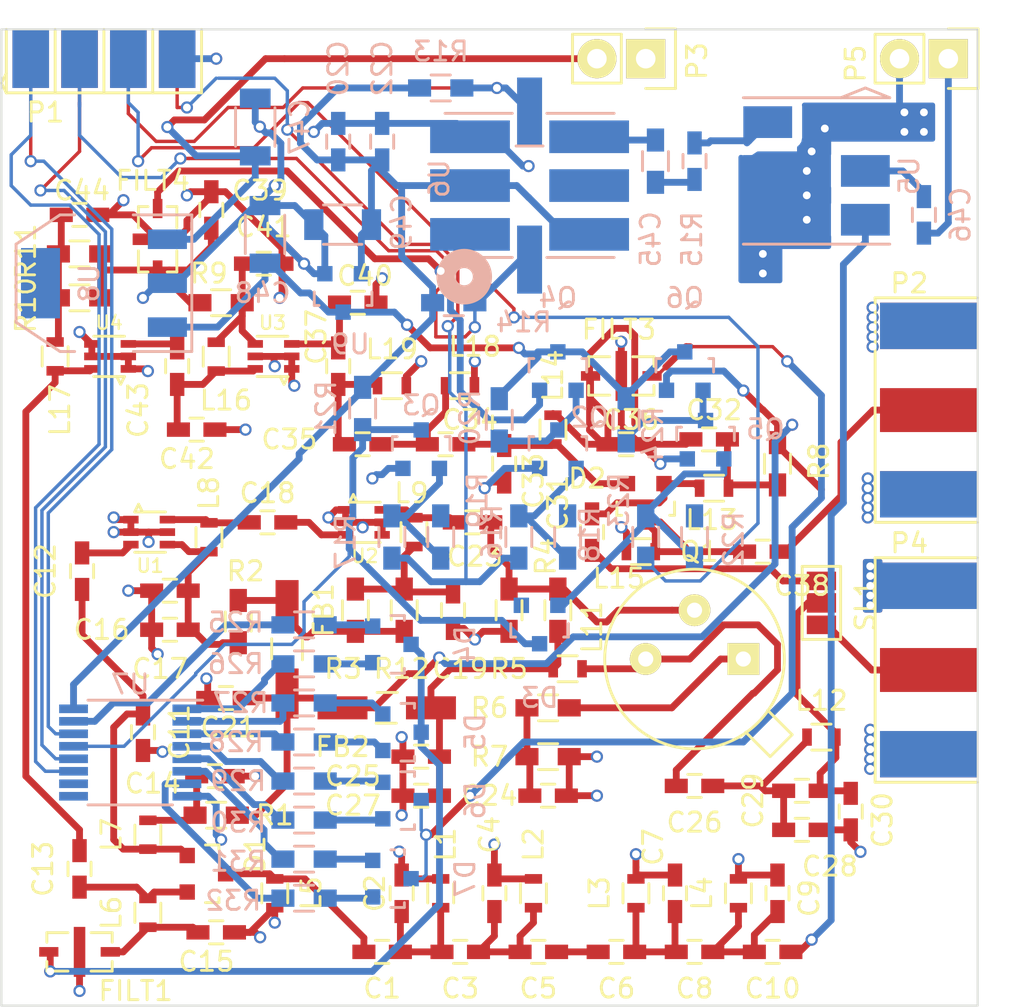
<source format=kicad_pcb>
(kicad_pcb (version 4) (host pcbnew "(2015-03-30 BZR 5554)-product")
  (layers (0 F.Cu signal) (1 In1.Cu power) (2 In2.Cu mixed) (31 B.Cu signal) (34 B.Paste user) (35 F.Paste user) (36 B.SilkS user) (37 F.SilkS user) (38 B.Mask user) (39 F.Mask user) (44 Edge.Cuts user))
  (net 0 "")
  (net 1 GND)
  (net 2 "Net-(C1-Pad1)")
  (net 3 "Net-(C1-Pad2)")
  (net 4 "Net-(C3-Pad1)")
  (net 5 "Net-(C5-Pad1)")
  (net 6 "Net-(C6-Pad1)")
  (net 7 "Net-(C10-Pad2)")
  (net 8 "Net-(C10-Pad1)")
  (net 9 "Net-(C11-Pad1)")
  (net 10 "Net-(C12-Pad2)")
  (net 11 "Net-(C13-Pad1)")
  (net 12 "Net-(C13-Pad2)")
  (net 13 "Net-(C14-Pad1)")
  (net 14 "Net-(C15-Pad1)")
  (net 15 "Net-(C16-Pad1)")
  (net 16 "Net-(C18-Pad1)")
  (net 17 "Net-(C18-Pad2)")
  (net 18 "Net-(C19-Pad1)")
  (net 19 /VTX)
  (net 20 "Net-(C23-Pad1)")
  (net 21 "Net-(C23-Pad2)")
  (net 22 "Net-(C24-Pad1)")
  (net 23 "Net-(C25-Pad1)")
  (net 24 "Net-(C26-Pad1)")
  (net 25 "Net-(C26-Pad2)")
  (net 26 /TX_P)
  (net 27 "Net-(C31-Pad2)")
  (net 28 "Net-(C32-Pad1)")
  (net 29 "Net-(C33-Pad1)")
  (net 30 "Net-(C34-Pad1)")
  (net 31 "Net-(C35-Pad1)")
  (net 32 "Net-(C36-Pad1)")
  (net 33 "Net-(C37-Pad1)")
  (net 34 "Net-(C38-Pad1)")
  (net 35 "Net-(C38-Pad2)")
  (net 36 "Net-(C39-Pad1)")
  (net 37 "Net-(C42-Pad2)")
  (net 38 "Net-(C43-Pad1)")
  (net 39 "Net-(C44-Pad1)")
  (net 40 "Net-(FB1-Pad1)")
  (net 41 /RATT_1)
  (net 42 /VRX)
  (net 43 "Net-(Q1-Pad1)")
  (net 44 /TX_SL)
  (net 45 /IF)
  (net 46 /LO)
  (net 47 +3.3V)
  (net 48 "Net-(C45-Pad2)")
  (net 49 "Net-(C46-Pad2)")
  (net 50 /SCL)
  (net 51 /SDA)
  (net 52 "Net-(R15-Pad2)")
  (net 53 "Net-(U6-Pad5)")
  (net 54 "Net-(C41-Pad1)")
  (net 55 /VIN)
  (net 56 /10V)
  (net 57 "Net-(D3-Pad1)")
  (net 58 "Net-(D3-Pad2)")
  (net 59 /VATEN)
  (net 60 "Net-(D4-Pad1)")
  (net 61 "Net-(D4-Pad2)")
  (net 62 "Net-(D5-Pad1)")
  (net 63 "Net-(D5-Pad2)")
  (net 64 "Net-(D6-Pad1)")
  (net 65 "Net-(D6-Pad2)")
  (net 66 /RATT_2)
  (net 67 "Net-(D7-Pad1)")
  (net 68 "Net-(D7-Pad2)")
  (net 69 /EN_RX)
  (net 70 "Net-(Q2-Pad3)")
  (net 71 /EN_TX)
  (net 72 "Net-(Q5-Pad3)")
  (net 73 "Net-(R25-Pad2)")
  (net 74 "Net-(R26-Pad2)")
  (net 75 "Net-(R27-Pad2)")
  (net 76 "Net-(R28-Pad2)")
  (net 77 "Net-(R29-Pad2)")
  (net 78 "Net-(R30-Pad2)")
  (net 79 "Net-(R31-Pad2)")
  (net 80 "Net-(R32-Pad2)")
  (net 81 "Net-(U7-Pad9)")
  (net 82 "Net-(U7-Pad10)")
  (net 83 /ATSC)
  (net 84 /ATRC)
  (net 85 /ATD)
  (net 86 "Net-(Q2-Pad1)")
  (net 87 "Net-(Q3-Pad1)")
  (net 88 /RATT2)
  (net 89 "Net-(P4-Pad1)")
  (module Discret:TO39EBC (layer F.Cu) (at 110.236 134.366 180)
    (fp_text reference Q1 (at -0.254 5.588 180) (layer F.SilkS))
    (fp_text value 2n5109)
    (pad 3 thru_hole circle (at 2.54 0 180) (size 1.651 1.651) (drill 0.7874) (layers *.Cu *.Mask F.SilkS) (net 25 "Net-(C26-Pad2)"))
    (pad 2 thru_hole circle (at 0 2.54 180) (size 1.651 1.651) (drill 0.7874) (layers *.Cu *.Mask F.SilkS) (net 20 "Net-(C23-Pad1)"))
    (pad 1 thru_hole rect (at -2.54 0 180) (size 1.651 1.651) (drill 0.7874) (layers *.Cu *.Mask F.SilkS) (net 43 "Net-(Q1-Pad1)"))
  )
  (module SMD_Packages:SOT-223 (layer B.Cu) (at 79.502 114.808 270)
    (fp_text reference U8 (at 0 0.762 270) (layer B.SilkS) (effects (justify mirror)))
    (fp_text value LM2937)
    (pad 4 smd rect (at 0 3.302 270) (size 3.6576 2.032) (layers B.Cu B.Paste B.Mask))
    (pad 2 smd rect (at 0 -3.302 270) (size 1.016 2.032) (layers B.Cu B.Paste B.Mask) (net 1 GND))
    (pad 3 smd rect (at 2.286 -3.302 270) (size 1.016 2.032) (layers B.Cu B.Paste B.Mask) (net 56 /10V))
    (pad 1 smd rect (at -2.286 -3.302 270) (size 1.016 2.032) (layers B.Cu B.Paste B.Mask) (net 55 /VIN))
  )
  (module Capacitors_SMD:C_0603_HandSoldering (layer F.Cu) (at 93.98 149.606 180)
    (fp_text reference C1 (at 0 -1.9 180) (layer F.SilkS))
    (fp_text value 2.7p)
    (pad 1 smd rect (at -0.95 0 180) (size 1.2 0.75) (layers F.Cu F.Paste F.Mask) (net 2 "Net-(C1-Pad1)"))
    (pad 2 smd rect (at 0.95 0 180) (size 1.2 0.75) (layers F.Cu F.Paste F.Mask) (net 3 "Net-(C1-Pad2)"))
  )
  (module Capacitors_SMD:C_0603_HandSoldering (layer F.Cu) (at 94.996 146.558 90)
    (fp_text reference C2 (at 0 -1.397 90) (layer F.SilkS))
    (fp_text value 8.2p)
    (pad 1 smd rect (at -0.95 0 90) (size 1.2 0.75) (layers F.Cu F.Paste F.Mask) (net 2 "Net-(C1-Pad1)"))
    (pad 2 smd rect (at 0.95 0 90) (size 1.2 0.75) (layers F.Cu F.Paste F.Mask) (net 1 GND))
  )
  (module Capacitors_SMD:C_0603_HandSoldering (layer F.Cu) (at 98.044 149.606 180)
    (fp_text reference C3 (at 0 -1.9 180) (layer F.SilkS))
    (fp_text value .5p)
    (pad 1 smd rect (at -0.95 0 180) (size 1.2 0.75) (layers F.Cu F.Paste F.Mask) (net 4 "Net-(C3-Pad1)"))
    (pad 2 smd rect (at 0.95 0 180) (size 1.2 0.75) (layers F.Cu F.Paste F.Mask) (net 2 "Net-(C1-Pad1)"))
  )
  (module Capacitors_SMD:C_0603_HandSoldering (layer F.Cu) (at 99.822 146.558 90)
    (fp_text reference C4 (at 3.048 -0.254 90) (layer F.SilkS))
    (fp_text value 12p)
    (pad 1 smd rect (at -0.95 0 90) (size 1.2 0.75) (layers F.Cu F.Paste F.Mask) (net 4 "Net-(C3-Pad1)"))
    (pad 2 smd rect (at 0.95 0 90) (size 1.2 0.75) (layers F.Cu F.Paste F.Mask) (net 1 GND))
  )
  (module Capacitors_SMD:C_0603_HandSoldering (layer F.Cu) (at 102.108 149.606 180)
    (fp_text reference C5 (at 0 -1.9 180) (layer F.SilkS))
    (fp_text value .5p)
    (pad 1 smd rect (at -0.95 0 180) (size 1.2 0.75) (layers F.Cu F.Paste F.Mask) (net 5 "Net-(C5-Pad1)"))
    (pad 2 smd rect (at 0.95 0 180) (size 1.2 0.75) (layers F.Cu F.Paste F.Mask) (net 4 "Net-(C3-Pad1)"))
  )
  (module Capacitors_SMD:C_0603_HandSoldering (layer F.Cu) (at 106.172 149.606 180)
    (fp_text reference C6 (at 0 -1.9 180) (layer F.SilkS))
    (fp_text value 1p)
    (pad 1 smd rect (at -0.95 0 180) (size 1.2 0.75) (layers F.Cu F.Paste F.Mask) (net 6 "Net-(C6-Pad1)"))
    (pad 2 smd rect (at 0.95 0 180) (size 1.2 0.75) (layers F.Cu F.Paste F.Mask) (net 5 "Net-(C5-Pad1)"))
  )
  (module Capacitors_SMD:C_0603_HandSoldering (layer F.Cu) (at 109.22 146.558 90)
    (fp_text reference C7 (at 2.413 -1.143 90) (layer F.SilkS))
    (fp_text value 12p)
    (pad 1 smd rect (at -0.95 0 90) (size 1.2 0.75) (layers F.Cu F.Paste F.Mask) (net 6 "Net-(C6-Pad1)"))
    (pad 2 smd rect (at 0.95 0 90) (size 1.2 0.75) (layers F.Cu F.Paste F.Mask) (net 1 GND))
  )
  (module Capacitors_SMD:C_0603_HandSoldering (layer F.Cu) (at 110.236 149.606 180)
    (fp_text reference C8 (at 0 -1.9 180) (layer F.SilkS))
    (fp_text value .5p)
    (pad 1 smd rect (at -0.95 0 180) (size 1.2 0.75) (layers F.Cu F.Paste F.Mask) (net 7 "Net-(C10-Pad2)"))
    (pad 2 smd rect (at 0.95 0 180) (size 1.2 0.75) (layers F.Cu F.Paste F.Mask) (net 6 "Net-(C6-Pad1)"))
  )
  (module Capacitors_SMD:C_0603_HandSoldering (layer F.Cu) (at 114.554 146.558 90)
    (fp_text reference C9 (at -0.254 1.651 90) (layer F.SilkS))
    (fp_text value 8.2p)
    (pad 1 smd rect (at -0.95 0 90) (size 1.2 0.75) (layers F.Cu F.Paste F.Mask) (net 7 "Net-(C10-Pad2)"))
    (pad 2 smd rect (at 0.95 0 90) (size 1.2 0.75) (layers F.Cu F.Paste F.Mask) (net 1 GND))
  )
  (module Capacitors_SMD:C_0603_HandSoldering (layer F.Cu) (at 114.3 149.606 180)
    (fp_text reference C10 (at 0 -1.9 180) (layer F.SilkS))
    (fp_text value 2.7p)
    (pad 1 smd rect (at -0.95 0 180) (size 1.2 0.75) (layers F.Cu F.Paste F.Mask) (net 8 "Net-(C10-Pad1)"))
    (pad 2 smd rect (at 0.95 0 180) (size 1.2 0.75) (layers F.Cu F.Paste F.Mask) (net 7 "Net-(C10-Pad2)"))
  )
  (module Capacitors_SMD:C_0603_HandSoldering (layer F.Cu) (at 81.534 138.176 270)
    (fp_text reference C11 (at 0 -1.9 270) (layer F.SilkS))
    (fp_text value 15p)
    (pad 1 smd rect (at -0.95 0 270) (size 1.2 0.75) (layers F.Cu F.Paste F.Mask) (net 9 "Net-(C11-Pad1)"))
    (pad 2 smd rect (at 0.95 0 270) (size 1.2 0.75) (layers F.Cu F.Paste F.Mask) (net 1 GND))
  )
  (module Capacitors_SMD:C_0603_HandSoldering (layer F.Cu) (at 78.364 129.794 90)
    (fp_text reference C12 (at 0 -1.9 90) (layer F.SilkS))
    (fp_text value 470p)
    (pad 1 smd rect (at -0.95 0 90) (size 1.2 0.75) (layers F.Cu F.Paste F.Mask) (net 9 "Net-(C11-Pad1)"))
    (pad 2 smd rect (at 0.95 0 90) (size 1.2 0.75) (layers F.Cu F.Paste F.Mask) (net 10 "Net-(C12-Pad2)"))
  )
  (module Capacitors_SMD:C_0603_HandSoldering (layer F.Cu) (at 78.232 145.288 90)
    (fp_text reference C13 (at 0 -1.9 90) (layer F.SilkS))
    (fp_text value 470p)
    (pad 1 smd rect (at -0.95 0 90) (size 1.2 0.75) (layers F.Cu F.Paste F.Mask) (net 11 "Net-(C13-Pad1)"))
    (pad 2 smd rect (at 0.95 0 90) (size 1.2 0.75) (layers F.Cu F.Paste F.Mask) (net 12 "Net-(C13-Pad2)"))
  )
  (module Capacitors_SMD:C_0603_HandSoldering (layer F.Cu) (at 85.278 140.462)
    (fp_text reference C14 (at -3.236 0.381) (layer F.SilkS))
    (fp_text value .01u)
    (pad 1 smd rect (at -0.95 0) (size 1.2 0.75) (layers F.Cu F.Paste F.Mask) (net 13 "Net-(C14-Pad1)"))
    (pad 2 smd rect (at 0.95 0) (size 1.2 0.75) (layers F.Cu F.Paste F.Mask) (net 1 GND))
  )
  (module Capacitors_SMD:C_0603_HandSoldering (layer F.Cu) (at 85.344 148.59)
    (fp_text reference C15 (at -0.508 1.524) (layer F.SilkS))
    (fp_text value .01u)
    (pad 1 smd rect (at -0.95 0) (size 1.2 0.75) (layers F.Cu F.Paste F.Mask) (net 14 "Net-(C15-Pad1)"))
    (pad 2 smd rect (at 0.95 0) (size 1.2 0.75) (layers F.Cu F.Paste F.Mask) (net 1 GND))
  )
  (module Capacitors_SMD:C_0603_HandSoldering (layer F.Cu) (at 82.936 130.81 180)
    (fp_text reference C16 (at 3.556 -2.032 180) (layer F.SilkS))
    (fp_text value .01u)
    (pad 1 smd rect (at -0.95 0 180) (size 1.2 0.75) (layers F.Cu F.Paste F.Mask) (net 15 "Net-(C16-Pad1)"))
    (pad 2 smd rect (at 0.95 0 180) (size 1.2 0.75) (layers F.Cu F.Paste F.Mask) (net 1 GND))
  )
  (module Capacitors_SMD:C_0603_HandSoldering (layer F.Cu) (at 82.936 132.842 180)
    (fp_text reference C17 (at 0.508 -2.032 180) (layer F.SilkS))
    (fp_text value .01u)
    (pad 1 smd rect (at -0.95 0 180) (size 1.2 0.75) (layers F.Cu F.Paste F.Mask) (net 15 "Net-(C16-Pad1)"))
    (pad 2 smd rect (at 0.95 0 180) (size 1.2 0.75) (layers F.Cu F.Paste F.Mask) (net 1 GND))
  )
  (module Capacitors_SMD:C_0603_HandSoldering (layer F.Cu) (at 88.016 127.254 180)
    (fp_text reference C18 (at 0 1.524 180) (layer F.SilkS))
    (fp_text value 470p)
    (pad 1 smd rect (at -0.95 0 180) (size 1.2 0.75) (layers F.Cu F.Paste F.Mask) (net 16 "Net-(C18-Pad1)"))
    (pad 2 smd rect (at 0.95 0 180) (size 1.2 0.75) (layers F.Cu F.Paste F.Mask) (net 17 "Net-(C18-Pad2)"))
  )
  (module Capacitors_SMD:C_0603_HandSoldering (layer F.Cu) (at 97.668 131.826 270)
    (fp_text reference C19 (at 3.048 -0.376 540) (layer F.SilkS))
    (fp_text value .01u)
    (pad 1 smd rect (at -0.95 0 270) (size 1.2 0.75) (layers F.Cu F.Paste F.Mask) (net 18 "Net-(C19-Pad1)"))
    (pad 2 smd rect (at 0.95 0 270) (size 1.2 0.75) (layers F.Cu F.Paste F.Mask) (net 1 GND))
  )
  (module Capacitors_SMD:C_0603_HandSoldering (layer B.Cu) (at 91.694 107.442 90)
    (fp_text reference C20 (at 3.81 0 90) (layer B.SilkS) (effects (justify mirror)))
    (fp_text value .01u)
    (pad 1 smd rect (at -0.95 0 90) (size 1.2 0.75) (layers B.Cu B.Paste B.Mask) (net 47 +3.3V))
    (pad 2 smd rect (at 0.95 0 90) (size 1.2 0.75) (layers B.Cu B.Paste B.Mask) (net 1 GND))
  )
  (module Capacitors_SMD:C_0603_HandSoldering (layer F.Cu) (at 85.852 136.398 180)
    (fp_text reference C21 (at -0.127 -1.524 180) (layer F.SilkS))
    (fp_text value .01u)
    (pad 1 smd rect (at -0.95 0 180) (size 1.2 0.75) (layers F.Cu F.Paste F.Mask) (net 19 /VTX))
    (pad 2 smd rect (at 0.95 0 180) (size 1.2 0.75) (layers F.Cu F.Paste F.Mask) (net 1 GND))
  )
  (module Capacitors_SMD:C_0603_HandSoldering (layer B.Cu) (at 93.98 107.442 90)
    (fp_text reference C22 (at 3.81 0 90) (layer B.SilkS) (effects (justify mirror)))
    (fp_text value .01u)
    (pad 1 smd rect (at -0.95 0 90) (size 1.2 0.75) (layers B.Cu B.Paste B.Mask) (net 47 +3.3V))
    (pad 2 smd rect (at 0.95 0 90) (size 1.2 0.75) (layers B.Cu B.Paste B.Mask) (net 1 GND))
  )
  (module Capacitors_SMD:C_0603_HandSoldering (layer F.Cu) (at 98.684 127.254 180)
    (fp_text reference C23 (at -0.122 -1.778 180) (layer F.SilkS))
    (fp_text value 470p)
    (pad 1 smd rect (at -0.95 0 180) (size 1.2 0.75) (layers F.Cu F.Paste F.Mask) (net 20 "Net-(C23-Pad1)"))
    (pad 2 smd rect (at 0.95 0 180) (size 1.2 0.75) (layers F.Cu F.Paste F.Mask) (net 21 "Net-(C23-Pad2)"))
  )
  (module Capacitors_SMD:C_0603_HandSoldering (layer F.Cu) (at 102.616 141.478)
    (fp_text reference C24 (at -3.048 0) (layer F.SilkS))
    (fp_text value .01u)
    (pad 1 smd rect (at -0.95 0) (size 1.2 0.75) (layers F.Cu F.Paste F.Mask) (net 22 "Net-(C24-Pad1)"))
    (pad 2 smd rect (at 0.95 0) (size 1.2 0.75) (layers F.Cu F.Paste F.Mask) (net 1 GND))
  )
  (module Capacitors_SMD:C_0603_HandSoldering (layer F.Cu) (at 96.012 139.446 180)
    (fp_text reference C25 (at 3.556 -1.016 180) (layer F.SilkS))
    (fp_text value .01u)
    (pad 1 smd rect (at -0.95 0 180) (size 1.2 0.75) (layers F.Cu F.Paste F.Mask) (net 23 "Net-(C25-Pad1)"))
    (pad 2 smd rect (at 0.95 0 180) (size 1.2 0.75) (layers F.Cu F.Paste F.Mask) (net 1 GND))
  )
  (module Capacitors_SMD:C_0603_HandSoldering (layer F.Cu) (at 110.236 140.97 180)
    (fp_text reference C26 (at 0 -1.9 180) (layer F.SilkS))
    (fp_text value 15p)
    (pad 1 smd rect (at -0.95 0 180) (size 1.2 0.75) (layers F.Cu F.Paste F.Mask) (net 24 "Net-(C26-Pad1)"))
    (pad 2 smd rect (at 0.95 0 180) (size 1.2 0.75) (layers F.Cu F.Paste F.Mask) (net 25 "Net-(C26-Pad2)"))
  )
  (module Capacitors_SMD:C_0603_HandSoldering (layer F.Cu) (at 96.012 141.478 180)
    (fp_text reference C27 (at 3.556 -0.508 180) (layer F.SilkS))
    (fp_text value .01u)
    (pad 1 smd rect (at -0.95 0 180) (size 1.2 0.75) (layers F.Cu F.Paste F.Mask) (net 23 "Net-(C25-Pad1)"))
    (pad 2 smd rect (at 0.95 0 180) (size 1.2 0.75) (layers F.Cu F.Paste F.Mask) (net 1 GND))
  )
  (module Capacitors_SMD:C_0603_HandSoldering (layer F.Cu) (at 115.824 143.256 180)
    (fp_text reference C28 (at -1.458 -1.9 360) (layer F.SilkS))
    (fp_text value 15p)
    (pad 1 smd rect (at -0.95 0 180) (size 1.2 0.75) (layers F.Cu F.Paste F.Mask) (net 1 GND))
    (pad 2 smd rect (at 0.95 0 180) (size 1.2 0.75) (layers F.Cu F.Paste F.Mask) (net 24 "Net-(C26-Pad1)"))
  )
  (module Capacitors_SMD:C_0603_HandSoldering (layer F.Cu) (at 115.824 141.224)
    (fp_text reference C29 (at -2.54 0.508 90) (layer F.SilkS))
    (fp_text value 8.2p)
    (pad 1 smd rect (at -0.95 0) (size 1.2 0.75) (layers F.Cu F.Paste F.Mask) (net 24 "Net-(C26-Pad1)"))
    (pad 2 smd rect (at 0.95 0) (size 1.2 0.75) (layers F.Cu F.Paste F.Mask) (net 26 /TX_P))
  )
  (module Capacitors_SMD:C_0603_HandSoldering (layer F.Cu) (at 118.364 142.306 90)
    (fp_text reference C30 (at -0.442 1.651 90) (layer F.SilkS))
    (fp_text value 15p)
    (pad 1 smd rect (at -0.95 0 90) (size 1.2 0.75) (layers F.Cu F.Paste F.Mask) (net 1 GND))
    (pad 2 smd rect (at 0.95 0 90) (size 1.2 0.75) (layers F.Cu F.Paste F.Mask) (net 26 /TX_P))
  )
  (module Capacitors_SMD:C_0603_HandSoldering (layer F.Cu) (at 104.902 127.762 90)
    (fp_text reference C31 (at 1.524 -1.778 90) (layer F.SilkS))
    (fp_text value 470p)
    (pad 1 smd rect (at -0.95 0 90) (size 1.2 0.75) (layers F.Cu F.Paste F.Mask) (net 44 /TX_SL))
    (pad 2 smd rect (at 0.95 0 90) (size 1.2 0.75) (layers F.Cu F.Paste F.Mask) (net 27 "Net-(C31-Pad2)"))
  )
  (module Capacitors_SMD:C_0603_HandSoldering (layer F.Cu) (at 110.998 122.936 180)
    (fp_text reference C32 (at -0.254 1.524 180) (layer F.SilkS))
    (fp_text value .01u)
    (pad 1 smd rect (at -0.95 0 180) (size 1.2 0.75) (layers F.Cu F.Paste F.Mask) (net 28 "Net-(C32-Pad1)"))
    (pad 2 smd rect (at 0.95 0 180) (size 1.2 0.75) (layers F.Cu F.Paste F.Mask) (net 1 GND))
  )
  (module Capacitors_SMD:C_0603_HandSoldering (layer F.Cu) (at 100.33 124.206 270)
    (fp_text reference C33 (at 0.889 -1.524 270) (layer F.SilkS))
    (fp_text value 47p)
    (pad 1 smd rect (at -0.95 0 270) (size 1.2 0.75) (layers F.Cu F.Paste F.Mask) (net 29 "Net-(C33-Pad1)"))
    (pad 2 smd rect (at 0.95 0 270) (size 1.2 0.75) (layers F.Cu F.Paste F.Mask) (net 1 GND))
  )
  (module Capacitors_SMD:C_0603_HandSoldering (layer F.Cu) (at 97.282 123.19)
    (fp_text reference C34 (at 1.27 -1.27) (layer F.SilkS))
    (fp_text value 12p)
    (pad 1 smd rect (at -0.95 0) (size 1.2 0.75) (layers F.Cu F.Paste F.Mask) (net 30 "Net-(C34-Pad1)"))
    (pad 2 smd rect (at 0.95 0) (size 1.2 0.75) (layers F.Cu F.Paste F.Mask) (net 29 "Net-(C33-Pad1)"))
  )
  (module Capacitors_SMD:C_0603_HandSoldering (layer F.Cu) (at 92.964 123.19)
    (fp_text reference C35 (at -3.81 -0.254) (layer F.SilkS))
    (fp_text value 1p)
    (pad 1 smd rect (at -0.95 0) (size 1.2 0.75) (layers F.Cu F.Paste F.Mask) (net 31 "Net-(C35-Pad1)"))
    (pad 2 smd rect (at 0.95 0) (size 1.2 0.75) (layers F.Cu F.Paste F.Mask) (net 30 "Net-(C34-Pad1)"))
  )
  (module Capacitors_SMD:C_0603_HandSoldering (layer F.Cu) (at 106.68 123.19)
    (fp_text reference C36 (at 0.254 -1.27) (layer F.SilkS))
    (fp_text value .01u)
    (pad 1 smd rect (at -0.95 0) (size 1.2 0.75) (layers F.Cu F.Paste F.Mask) (net 32 "Net-(C36-Pad1)"))
    (pad 2 smd rect (at 0.95 0) (size 1.2 0.75) (layers F.Cu F.Paste F.Mask) (net 1 GND))
  )
  (module Capacitors_SMD:C_0603_HandSoldering (layer F.Cu) (at 91.694 119.126 270)
    (fp_text reference C37 (at -1.524 1.143 270) (layer F.SilkS))
    (fp_text value 12p)
    (pad 1 smd rect (at -0.95 0 270) (size 1.2 0.75) (layers F.Cu F.Paste F.Mask) (net 33 "Net-(C37-Pad1)"))
    (pad 2 smd rect (at 0.95 0 270) (size 1.2 0.75) (layers F.Cu F.Paste F.Mask) (net 31 "Net-(C35-Pad1)"))
  )
  (module Capacitors_SMD:C_0603_HandSoldering (layer F.Cu) (at 113.792 128.778 180)
    (fp_text reference C38 (at -2.032 -1.778 180) (layer F.SilkS))
    (fp_text value 470p)
    (pad 1 smd rect (at -0.95 0 180) (size 1.2 0.75) (layers F.Cu F.Paste F.Mask) (net 34 "Net-(C38-Pad1)"))
    (pad 2 smd rect (at 0.95 0 180) (size 1.2 0.75) (layers F.Cu F.Paste F.Mask) (net 35 "Net-(C38-Pad2)"))
  )
  (module Capacitors_SMD:C_0603_HandSoldering (layer F.Cu) (at 85.09 110.998 90)
    (fp_text reference C39 (at 1.016 2.54 360) (layer F.SilkS))
    (fp_text value .01u)
    (pad 1 smd rect (at -0.95 0 90) (size 1.2 0.75) (layers F.Cu F.Paste F.Mask) (net 36 "Net-(C39-Pad1)"))
    (pad 2 smd rect (at 0.95 0 90) (size 1.2 0.75) (layers F.Cu F.Paste F.Mask) (net 1 GND))
  )
  (module Capacitors_SMD:C_0603_HandSoldering (layer F.Cu) (at 92.71 115.824 180)
    (fp_text reference C40 (at -0.381 1.397 180) (layer F.SilkS))
    (fp_text value 47p)
    (pad 1 smd rect (at -0.95 0 180) (size 1.2 0.75) (layers F.Cu F.Paste F.Mask) (net 1 GND))
    (pad 2 smd rect (at 0.95 0 180) (size 1.2 0.75) (layers F.Cu F.Paste F.Mask) (net 33 "Net-(C37-Pad1)"))
  )
  (module Capacitors_SMD:C_0603_HandSoldering (layer F.Cu) (at 87.818 113.792)
    (fp_text reference C41 (at 0 -1.9) (layer F.SilkS))
    (fp_text value .01u)
    (pad 1 smd rect (at -0.95 0) (size 1.2 0.75) (layers F.Cu F.Paste F.Mask) (net 54 "Net-(C41-Pad1)"))
    (pad 2 smd rect (at 0.95 0) (size 1.2 0.75) (layers F.Cu F.Paste F.Mask) (net 1 GND))
  )
  (module Capacitors_SMD:C_0603_HandSoldering (layer F.Cu) (at 84.328 122.428 180)
    (fp_text reference C42 (at 0.508 -1.524 180) (layer F.SilkS))
    (fp_text value 33p)
    (pad 1 smd rect (at -0.95 0 180) (size 1.2 0.75) (layers F.Cu F.Paste F.Mask) (net 1 GND))
    (pad 2 smd rect (at 0.95 0 180) (size 1.2 0.75) (layers F.Cu F.Paste F.Mask) (net 37 "Net-(C42-Pad2)"))
  )
  (module Capacitors_SMD:C_0603_HandSoldering (layer F.Cu) (at 83.312 119.126 270)
    (fp_text reference C43 (at 2.286 2.032 270) (layer F.SilkS))
    (fp_text value 470p)
    (pad 1 smd rect (at -0.95 0 270) (size 1.2 0.75) (layers F.Cu F.Paste F.Mask) (net 38 "Net-(C43-Pad1)"))
    (pad 2 smd rect (at 0.95 0 270) (size 1.2 0.75) (layers F.Cu F.Paste F.Mask) (net 37 "Net-(C42-Pad2)"))
  )
  (module Capacitors_SMD:C_0603_HandSoldering (layer F.Cu) (at 78.232 111.252)
    (fp_text reference C44 (at 0.127 -1.27) (layer F.SilkS))
    (fp_text value .01u)
    (pad 1 smd rect (at -0.95 0) (size 1.2 0.75) (layers F.Cu F.Paste F.Mask) (net 39 "Net-(C44-Pad1)"))
    (pad 2 smd rect (at 0.95 0) (size 1.2 0.75) (layers F.Cu F.Paste F.Mask) (net 1 GND))
  )
  (module Housings_SOT-23_SOT-143_TSOT-6:SOT-23 (layer F.Cu) (at 84.836 145.542 270)
    (fp_text reference D1 (at -1.016 -2.54 270) (layer F.SilkS))
    (fp_text value BAR15-1)
    (pad 1 smd rect (at -0.95 1.00076 270) (size 0.8001 0.8001) (layers F.Cu F.Paste F.Mask) (net 9 "Net-(C11-Pad1)"))
    (pad 2 smd rect (at 0.95 1.00076 270) (size 0.8001 0.8001) (layers F.Cu F.Paste F.Mask) (net 11 "Net-(C13-Pad1)"))
    (pad 3 smd rect (at 0 -0.99822 270) (size 0.8001 0.8001) (layers F.Cu F.Paste F.Mask) (net 3 "Net-(C1-Pad2)"))
  )
  (module Housings_SOT-23_SOT-143_TSOT-6:SOT-23 (layer F.Cu) (at 107.696 126.238 180)
    (fp_text reference D2 (at 3.048 1.27 180) (layer F.SilkS))
    (fp_text value BAR15-1)
    (pad 1 smd rect (at -0.95 1.00076 180) (size 0.8001 0.8001) (layers F.Cu F.Paste F.Mask) (net 27 "Net-(C31-Pad2)"))
    (pad 2 smd rect (at 0.95 1.00076 180) (size 0.8001 0.8001) (layers F.Cu F.Paste F.Mask) (net 29 "Net-(C33-Pad1)"))
    (pad 3 smd rect (at 0 -0.99822 180) (size 0.8001 0.8001) (layers F.Cu F.Paste F.Mask) (net 35 "Net-(C38-Pad2)"))
  )
  (module Choke_SMD:Choke_SMD_1206_Handsoldering (layer F.Cu) (at 89.032 133.858 270)
    (fp_text reference FB1 (at -2.032 -1.9 270) (layer F.SilkS))
    (fp_text value FILTER)
    (pad 1 smd rect (at -2.30124 0 270) (size 2.59842 1.19888) (layers F.Cu F.Paste F.Mask) (net 40 "Net-(FB1-Pad1)"))
    (pad 2 smd rect (at 2.30124 0 270) (size 2.60096 1.19888) (layers F.Cu F.Paste F.Mask) (net 19 /VTX))
  )
  (module Choke_SMD:Choke_SMD_1206_Handsoldering (layer F.Cu) (at 94.21876 136.906)
    (fp_text reference FB2 (at -2.30124 2.032) (layer F.SilkS))
    (fp_text value FILTER)
    (pad 1 smd rect (at -2.30124 0) (size 2.59842 1.19888) (layers F.Cu F.Paste F.Mask) (net 19 /VTX))
    (pad 2 smd rect (at 2.30124 0) (size 2.60096 1.19888) (layers F.Cu F.Paste F.Mask) (net 23 "Net-(C25-Pad1)"))
  )
  (module Resistors_SMD:R_0603 (layer F.Cu) (at 97.028 146.558 90)
    (fp_text reference L1 (at 2.54 0.254 90) (layer F.SilkS))
    (fp_text value 100n)
    (pad 1 smd rect (at -0.75 0 90) (size 0.5 0.9) (layers F.Cu F.Paste F.Mask) (net 2 "Net-(C1-Pad1)"))
    (pad 2 smd rect (at 0.75 0 90) (size 0.5 0.9) (layers F.Cu F.Paste F.Mask) (net 1 GND))
  )
  (module Resistors_SMD:R_0603 (layer F.Cu) (at 101.854 146.558 90)
    (fp_text reference L2 (at 2.54 0 90) (layer F.SilkS))
    (fp_text value 91n)
    (pad 1 smd rect (at -0.75 0 90) (size 0.5 0.9) (layers F.Cu F.Paste F.Mask) (net 4 "Net-(C3-Pad1)"))
    (pad 2 smd rect (at 0.75 0 90) (size 0.5 0.9) (layers F.Cu F.Paste F.Mask) (net 1 GND))
  )
  (module Resistors_SMD:R_0603 (layer F.Cu) (at 107.188 146.558 90)
    (fp_text reference L3 (at 0 -1.9 90) (layer F.SilkS))
    (fp_text value 91n)
    (pad 1 smd rect (at -0.75 0 90) (size 0.5 0.9) (layers F.Cu F.Paste F.Mask) (net 6 "Net-(C6-Pad1)"))
    (pad 2 smd rect (at 0.75 0 90) (size 0.5 0.9) (layers F.Cu F.Paste F.Mask) (net 1 GND))
  )
  (module Resistors_SMD:R_0603 (layer F.Cu) (at 112.522 146.558 90)
    (fp_text reference L4 (at 0 -1.9 90) (layer F.SilkS))
    (fp_text value 100n)
    (pad 1 smd rect (at -0.75 0 90) (size 0.5 0.9) (layers F.Cu F.Paste F.Mask) (net 7 "Net-(C10-Pad2)"))
    (pad 2 smd rect (at 0.75 0 90) (size 0.5 0.9) (layers F.Cu F.Paste F.Mask) (net 1 GND))
  )
  (module Resistors_SMD:R_0603 (layer F.Cu) (at 88.392 146.558 270)
    (fp_text reference L5 (at 0 -1.9 270) (layer F.SilkS))
    (fp_text value .33u)
    (pad 1 smd rect (at -0.75 0 270) (size 0.5 0.9) (layers F.Cu F.Paste F.Mask) (net 3 "Net-(C1-Pad2)"))
    (pad 2 smd rect (at 0.75 0 270) (size 0.5 0.9) (layers F.Cu F.Paste F.Mask) (net 1 GND))
  )
  (module Resistors_SMD:R_0603 (layer F.Cu) (at 81.788 147.574 90)
    (fp_text reference L6 (at 0 -1.9 90) (layer F.SilkS))
    (fp_text value .33u)
    (pad 1 smd rect (at -0.75 0 90) (size 0.5 0.9) (layers F.Cu F.Paste F.Mask) (net 14 "Net-(C15-Pad1)"))
    (pad 2 smd rect (at 0.75 0 90) (size 0.5 0.9) (layers F.Cu F.Paste F.Mask) (net 11 "Net-(C13-Pad1)"))
  )
  (module Resistors_SMD:R_0603 (layer F.Cu) (at 81.788 143.51 90)
    (fp_text reference L7 (at 0 -1.9 90) (layer F.SilkS))
    (fp_text value .33u)
    (pad 1 smd rect (at -0.75 0 90) (size 0.5 0.9) (layers F.Cu F.Paste F.Mask) (net 9 "Net-(C11-Pad1)"))
    (pad 2 smd rect (at 0.75 0 90) (size 0.5 0.9) (layers F.Cu F.Paste F.Mask) (net 13 "Net-(C14-Pad1)"))
  )
  (module Resistors_SMD:R_0603 (layer F.Cu) (at 84.968 128.028 90)
    (fp_text reference L8 (at 2.298 0 90) (layer F.SilkS))
    (fp_text value .33u)
    (pad 1 smd rect (at -0.75 0 90) (size 0.5 0.9) (layers F.Cu F.Paste F.Mask) (net 15 "Net-(C16-Pad1)"))
    (pad 2 smd rect (at 0.75 0 90) (size 0.5 0.9) (layers F.Cu F.Paste F.Mask) (net 17 "Net-(C18-Pad2)"))
  )
  (module Resistors_SMD:R_0603 (layer F.Cu) (at 95.636 127.762 90)
    (fp_text reference L9 (at 2.032 -0.132 180) (layer F.SilkS))
    (fp_text value .33u)
    (pad 1 smd rect (at -0.75 0 90) (size 0.5 0.9) (layers F.Cu F.Paste F.Mask) (net 18 "Net-(C19-Pad1)"))
    (pad 2 smd rect (at 0.75 0 90) (size 0.5 0.9) (layers F.Cu F.Paste F.Mask) (net 21 "Net-(C23-Pad2)"))
  )
  (module Resistors_SMD:R_0603 (layer F.Cu) (at 103.632 134.874)
    (fp_text reference L11 (at 1.27 -2.159 90) (layer F.SilkS))
    (fp_text value 100n)
    (pad 1 smd rect (at -0.75 0) (size 0.5 0.9) (layers F.Cu F.Paste F.Mask) (net 23 "Net-(C25-Pad1)"))
    (pad 2 smd rect (at 0.75 0) (size 0.5 0.9) (layers F.Cu F.Paste F.Mask) (net 25 "Net-(C26-Pad2)"))
  )
  (module Resistors_SMD:R_0603 (layer F.Cu) (at 116.84 138.43)
    (fp_text reference L12 (at 0 -1.9) (layer F.SilkS))
    (fp_text value 39n)
    (pad 1 smd rect (at -0.75 0) (size 0.5 0.9) (layers F.Cu F.Paste F.Mask) (net 24 "Net-(C26-Pad1)"))
    (pad 2 smd rect (at 0.75 0) (size 0.5 0.9) (layers F.Cu F.Paste F.Mask) (net 26 /TX_P))
  )
  (module Resistors_SMD:R_0603 (layer F.Cu) (at 111.252 125.476)
    (fp_text reference L13 (at -0.127 1.651) (layer F.SilkS))
    (fp_text value .33u)
    (pad 1 smd rect (at -0.75 0) (size 0.5 0.9) (layers F.Cu F.Paste F.Mask) (net 27 "Net-(C31-Pad2)"))
    (pad 2 smd rect (at 0.75 0) (size 0.5 0.9) (layers F.Cu F.Paste F.Mask) (net 28 "Net-(C32-Pad1)"))
  )
  (module Resistors_SMD:R_0603 (layer F.Cu) (at 102.87 122.428 90)
    (fp_text reference L14 (at 2.806 0 90) (layer F.SilkS))
    (fp_text value .33u)
    (pad 1 smd rect (at -0.75 0 90) (size 0.5 0.9) (layers F.Cu F.Paste F.Mask) (net 29 "Net-(C33-Pad1)"))
    (pad 2 smd rect (at 0.75 0 90) (size 0.5 0.9) (layers F.Cu F.Paste F.Mask) (net 32 "Net-(C36-Pad1)"))
  )
  (module Resistors_SMD:R_0603 (layer F.Cu) (at 107.442 128.778 180)
    (fp_text reference L15 (at 1.143 -1.397 180) (layer F.SilkS))
    (fp_text value .33u)
    (pad 1 smd rect (at -0.75 0 180) (size 0.5 0.9) (layers F.Cu F.Paste F.Mask) (net 35 "Net-(C38-Pad2)"))
    (pad 2 smd rect (at 0.75 0 180) (size 0.5 0.9) (layers F.Cu F.Paste F.Mask) (net 1 GND))
  )
  (module Resistors_SMD:R_0603 (layer F.Cu) (at 85.344 118.63 270)
    (fp_text reference L16 (at 2.274 -0.508 540) (layer F.SilkS))
    (fp_text value .33u)
    (pad 1 smd rect (at -0.75 0 270) (size 0.5 0.9) (layers F.Cu F.Paste F.Mask) (net 54 "Net-(C41-Pad1)"))
    (pad 2 smd rect (at 0.75 0 270) (size 0.5 0.9) (layers F.Cu F.Paste F.Mask) (net 37 "Net-(C42-Pad2)"))
  )
  (module Resistors_SMD:R_0603 (layer F.Cu) (at 76.962 118.618 270)
    (fp_text reference L17 (at 2.794 -0.254 270) (layer F.SilkS))
    (fp_text value .33u)
    (pad 1 smd rect (at -0.75 0 270) (size 0.5 0.9) (layers F.Cu F.Paste F.Mask) (net 39 "Net-(C44-Pad1)"))
    (pad 2 smd rect (at 0.75 0 270) (size 0.5 0.9) (layers F.Cu F.Paste F.Mask) (net 12 "Net-(C13-Pad2)"))
  )
  (module Resistors_SMD:R_0603_HandSoldering (layer F.Cu) (at 85.344 142.494)
    (fp_text reference R1 (at 3.048 0) (layer F.SilkS))
    (fp_text value 680R)
    (pad 1 smd rect (at -1.1 0) (size 1.2 0.9) (layers F.Cu F.Paste F.Mask) (net 13 "Net-(C14-Pad1)"))
    (pad 2 smd rect (at 1.1 0) (size 1.2 0.9) (layers F.Cu F.Paste F.Mask) (net 19 /VTX))
  )
  (module Resistors_SMD:R_0603_HandSoldering (layer F.Cu) (at 86.492 132.418 270)
    (fp_text reference R2 (at -2.624 -0.376 360) (layer F.SilkS))
    (fp_text value 121R)
    (pad 1 smd rect (at -1.1 0 270) (size 1.2 0.9) (layers F.Cu F.Paste F.Mask) (net 40 "Net-(FB1-Pad1)"))
    (pad 2 smd rect (at 1.1 0 270) (size 1.2 0.9) (layers F.Cu F.Paste F.Mask) (net 15 "Net-(C16-Pad1)"))
  )
  (module Resistors_SMD:R_0603_HandSoldering (layer F.Cu) (at 92.588 131.826 270)
    (fp_text reference R3 (at 3.048 0.64 360) (layer F.SilkS))
    (fp_text value 331R)
    (pad 1 smd rect (at -1.1 0 270) (size 1.2 0.9) (layers F.Cu F.Paste F.Mask) (net 18 "Net-(C19-Pad1)"))
    (pad 2 smd rect (at 1.1 0 270) (size 1.2 0.9) (layers F.Cu F.Paste F.Mask) (net 40 "Net-(FB1-Pad1)"))
  )
  (module Resistors_SMD:R_0603_HandSoldering (layer F.Cu) (at 103.124 131.826 90)
    (fp_text reference R4 (at 2.794 -0.635 90) (layer F.SilkS))
    (fp_text value 3.3k)
    (pad 1 smd rect (at -1.1 0 90) (size 1.2 0.9) (layers F.Cu F.Paste F.Mask) (net 23 "Net-(C25-Pad1)"))
    (pad 2 smd rect (at 1.1 0 90) (size 1.2 0.9) (layers F.Cu F.Paste F.Mask) (net 20 "Net-(C23-Pad1)"))
  )
  (module Resistors_SMD:R_0603_HandSoldering (layer F.Cu) (at 100.584 131.826 270)
    (fp_text reference R5 (at 3.048 0 360) (layer F.SilkS))
    (fp_text value 1K)
    (pad 1 smd rect (at -1.1 0 270) (size 1.2 0.9) (layers F.Cu F.Paste F.Mask) (net 20 "Net-(C23-Pad1)"))
    (pad 2 smd rect (at 1.1 0 270) (size 1.2 0.9) (layers F.Cu F.Paste F.Mask) (net 1 GND))
  )
  (module Resistors_SMD:R_0603_HandSoldering (layer F.Cu) (at 102.616 136.906 180)
    (fp_text reference R6 (at 3.048 0 180) (layer F.SilkS))
    (fp_text value 2.2R)
    (pad 1 smd rect (at -1.1 0 180) (size 1.2 0.9) (layers F.Cu F.Paste F.Mask) (net 43 "Net-(Q1-Pad1)"))
    (pad 2 smd rect (at 1.1 0 180) (size 1.2 0.9) (layers F.Cu F.Paste F.Mask) (net 22 "Net-(C24-Pad1)"))
  )
  (module Resistors_SMD:R_0603_HandSoldering (layer F.Cu) (at 102.616 139.446 180)
    (fp_text reference R7 (at 3.048 0 180) (layer F.SilkS))
    (fp_text value 22R)
    (pad 1 smd rect (at -1.1 0 180) (size 1.2 0.9) (layers F.Cu F.Paste F.Mask) (net 1 GND))
    (pad 2 smd rect (at 1.1 0 180) (size 1.2 0.9) (layers F.Cu F.Paste F.Mask) (net 22 "Net-(C24-Pad1)"))
  )
  (module Resistors_SMD:R_0603_HandSoldering (layer F.Cu) (at 114.554 124.206 90)
    (fp_text reference R8 (at 0.127 2.159 90) (layer F.SilkS))
    (fp_text value 680R)
    (pad 1 smd rect (at -1.1 0 90) (size 1.2 0.9) (layers F.Cu F.Paste F.Mask) (net 28 "Net-(C32-Pad1)"))
    (pad 2 smd rect (at 1.1 0 90) (size 1.2 0.9) (layers F.Cu F.Paste F.Mask) (net 19 /VTX))
  )
  (module Resistors_SMD:R_0603_HandSoldering (layer F.Cu) (at 85.598 115.824)
    (fp_text reference R9 (at -0.635 -1.524) (layer F.SilkS))
    (fp_text value 121R)
    (pad 1 smd rect (at -1.1 0) (size 1.2 0.9) (layers F.Cu F.Paste F.Mask) (net 36 "Net-(C39-Pad1)"))
    (pad 2 smd rect (at 1.1 0) (size 1.2 0.9) (layers F.Cu F.Paste F.Mask) (net 54 "Net-(C41-Pad1)"))
  )
  (module Resistors_SMD:R_0603_HandSoldering (layer F.Cu) (at 78.232 115.57)
    (fp_text reference R10 (at -2.794 0.381 90) (layer F.SilkS))
    (fp_text value 331R)
    (pad 1 smd rect (at -1.1 0) (size 1.2 0.9) (layers F.Cu F.Paste F.Mask) (net 39 "Net-(C44-Pad1)"))
    (pad 2 smd rect (at 1.1 0) (size 1.2 0.9) (layers F.Cu F.Paste F.Mask) (net 36 "Net-(C39-Pad1)"))
  )
  (module Resistors_SMD:R_0603_HandSoldering (layer F.Cu) (at 78.232 113.284)
    (fp_text reference R11 (at -2.794 -0.127 90) (layer F.SilkS))
    (fp_text value 331R)
    (pad 1 smd rect (at -1.1 0) (size 1.2 0.9) (layers F.Cu F.Paste F.Mask) (net 39 "Net-(C44-Pad1)"))
    (pad 2 smd rect (at 1.1 0) (size 1.2 0.9) (layers F.Cu F.Paste F.Mask) (net 36 "Net-(C39-Pad1)"))
  )
  (module Resistors_SMD:R_0603_HandSoldering (layer F.Cu) (at 95.128 131.826 270)
    (fp_text reference R12 (at 3.048 0.132 540) (layer F.SilkS))
    (fp_text value 331R)
    (pad 1 smd rect (at -1.1 0 270) (size 1.2 0.9) (layers F.Cu F.Paste F.Mask) (net 18 "Net-(C19-Pad1)"))
    (pad 2 smd rect (at 1.1 0 270) (size 1.2 0.9) (layers F.Cu F.Paste F.Mask) (net 40 "Net-(FB1-Pad1)"))
  )
  (module exp-1:SOT_363 (layer F.Cu) (at 80.904 127.112 270)
    (fp_text reference U1 (at 2.4 -1 360) (layer F.SilkS) (effects (font (size 0.7 0.7) (thickness 0.12))))
    (fp_text value ABA-52563)
    (pad 1 smd rect (at 0 0 270) (size 0.4 0.8) (layers F.Cu F.Paste F.Mask) (net 1 GND))
    (pad 2 smd rect (at 0.65 0 270) (size 0.4 0.8) (layers F.Cu F.Paste F.Mask) (net 1 GND))
    (pad 3 smd rect (at 1.3 0 270) (size 0.4 0.8) (layers F.Cu F.Paste F.Mask) (net 10 "Net-(C12-Pad2)"))
    (pad 6 smd rect (at 0 -1.9 270) (size 0.4 0.8) (layers F.Cu F.Paste F.Mask) (net 17 "Net-(C18-Pad2)"))
    (pad 5 smd rect (at 0.65 -1.9 270) (size 0.4 0.8) (layers F.Cu F.Paste F.Mask) (net 1 GND))
    (pad 4 smd rect (at 1.3 -1.9 270) (size 0.4 0.8) (layers F.Cu F.Paste F.Mask) (net 15 "Net-(C16-Pad1)"))
  )
  (module exp-1:SOT_363 (layer F.Cu) (at 92.08 126.604 270)
    (fp_text reference U2 (at 2.4 -1 360) (layer F.SilkS) (effects (font (size 0.7 0.7) (thickness 0.12))))
    (fp_text value AVT-50663)
    (pad 1 smd rect (at 0 0 270) (size 0.4 0.8) (layers F.Cu F.Paste F.Mask) (net 1 GND))
    (pad 2 smd rect (at 0.65 0 270) (size 0.4 0.8) (layers F.Cu F.Paste F.Mask) (net 1 GND))
    (pad 3 smd rect (at 1.3 0 270) (size 0.4 0.8) (layers F.Cu F.Paste F.Mask) (net 16 "Net-(C18-Pad1)"))
    (pad 6 smd rect (at 0 -1.9 270) (size 0.4 0.8) (layers F.Cu F.Paste F.Mask) (net 21 "Net-(C23-Pad2)"))
    (pad 5 smd rect (at 0.65 -1.9 270) (size 0.4 0.8) (layers F.Cu F.Paste F.Mask) (net 1 GND))
    (pad 4 smd rect (at 1.3 -1.9 270) (size 0.4 0.8) (layers F.Cu F.Paste F.Mask) (net 1 GND))
  )
  (module exp-1:SOT_363 (layer F.Cu) (at 89.276 119.268 90)
    (fp_text reference U3 (at 2.4 -1 180) (layer F.SilkS) (effects (font (size 0.7 0.7) (thickness 0.12))))
    (fp_text value ABA-52563)
    (pad 1 smd rect (at 0 0 90) (size 0.4 0.8) (layers F.Cu F.Paste F.Mask) (net 1 GND))
    (pad 2 smd rect (at 0.65 0 90) (size 0.4 0.8) (layers F.Cu F.Paste F.Mask) (net 1 GND))
    (pad 3 smd rect (at 1.3 0 90) (size 0.4 0.8) (layers F.Cu F.Paste F.Mask) (net 33 "Net-(C37-Pad1)"))
    (pad 6 smd rect (at 0 -1.9 90) (size 0.4 0.8) (layers F.Cu F.Paste F.Mask) (net 37 "Net-(C42-Pad2)"))
    (pad 5 smd rect (at 0.65 -1.9 90) (size 0.4 0.8) (layers F.Cu F.Paste F.Mask) (net 1 GND))
    (pad 4 smd rect (at 1.3 -1.9 90) (size 0.4 0.8) (layers F.Cu F.Paste F.Mask) (net 54 "Net-(C41-Pad1)"))
  )
  (module exp-1:SOT_363 (layer F.Cu) (at 80.772 119.268 90)
    (fp_text reference U4 (at 2.4 -1 180) (layer F.SilkS) (effects (font (size 0.7 0.7) (thickness 0.12))))
    (fp_text value AVT-50663)
    (pad 1 smd rect (at 0 0 90) (size 0.4 0.8) (layers F.Cu F.Paste F.Mask) (net 1 GND))
    (pad 2 smd rect (at 0.65 0 90) (size 0.4 0.8) (layers F.Cu F.Paste F.Mask) (net 1 GND))
    (pad 3 smd rect (at 1.3 0 90) (size 0.4 0.8) (layers F.Cu F.Paste F.Mask) (net 38 "Net-(C43-Pad1)"))
    (pad 6 smd rect (at 0 -1.9 90) (size 0.4 0.8) (layers F.Cu F.Paste F.Mask) (net 12 "Net-(C13-Pad2)"))
    (pad 5 smd rect (at 0.65 -1.9 90) (size 0.4 0.8) (layers F.Cu F.Paste F.Mask) (net 1 GND))
    (pad 4 smd rect (at 1.3 -1.9 90) (size 0.4 0.8) (layers F.Cu F.Paste F.Mask) (net 1 GND))
  )
  (module exp-1:FILTACH32T (layer F.Cu) (at 78.232 149.606 180)
    (fp_text reference FILT1 (at -2.921 -2.032 180) (layer F.SilkS))
    (fp_text value MTFILT hide)
    (pad 2 smd rect (at 0 0 180) (size 0.6 2.6) (layers F.Cu F.Paste F.Mask) (net 1 GND))
    (pad 1 smd rect (at -1.6 0 180) (size 1 0.5) (layers F.Cu F.Paste F.Mask) (net 14 "Net-(C15-Pad1)"))
    (pad 3 smd rect (at 1.6 0 180) (size 1 0.5) (layers F.Cu F.Paste F.Mask) (net 41 /RATT_1))
  )
  (module exp-1:FILTACH32T (layer F.Cu) (at 106.426 119.634)
    (fp_text reference FILT3 (at -0.127 -2.413) (layer F.SilkS))
    (fp_text value MTFILT hide)
    (pad 2 smd rect (at 0 0) (size 0.6 2.6) (layers F.Cu F.Paste F.Mask) (net 1 GND))
    (pad 1 smd rect (at -1.6 0) (size 1 0.5) (layers F.Cu F.Paste F.Mask) (net 32 "Net-(C36-Pad1)"))
    (pad 3 smd rect (at 1.6 0) (size 1 0.5) (layers F.Cu F.Paste F.Mask) (net 88 /RATT2))
  )
  (module exp-1:FILTACH32T (layer F.Cu) (at 82.296 112.522 90)
    (fp_text reference FILT4 (at 3.048 -0.254 180) (layer F.SilkS))
    (fp_text value MTFILT hide)
    (pad 2 smd rect (at 0 0 90) (size 0.6 2.6) (layers F.Cu F.Paste F.Mask) (net 1 GND))
    (pad 1 smd rect (at -1.6 0 90) (size 1 0.5) (layers F.Cu F.Paste F.Mask) (net 36 "Net-(C39-Pad1)"))
    (pad 3 smd rect (at 1.6 0 90) (size 1 0.5) (layers F.Cu F.Paste F.Mask) (net 42 /VRX))
  )
  (module Resistors_SMD:R_0603 (layer F.Cu) (at 98.032 120.142)
    (fp_text reference L18 (at 0.774 -2.032) (layer F.SilkS))
    (fp_text value 100n)
    (pad 1 smd rect (at -0.75 0) (size 0.5 0.9) (layers F.Cu F.Paste F.Mask) (net 30 "Net-(C34-Pad1)"))
    (pad 2 smd rect (at 0.75 0) (size 0.5 0.9) (layers F.Cu F.Paste F.Mask) (net 1 GND))
  )
  (module Resistors_SMD:R_0603 (layer F.Cu) (at 94.488 120.142)
    (fp_text reference L19 (at 0 -1.9) (layer F.SilkS))
    (fp_text value 100n)
    (pad 1 smd rect (at -0.75 0) (size 0.5 0.9) (layers F.Cu F.Paste F.Mask) (net 31 "Net-(C35-Pad1)"))
    (pad 2 smd rect (at 0.75 0) (size 0.5 0.9) (layers F.Cu F.Paste F.Mask) (net 1 GND))
  )
  (module exp-1:PL-052 (layer B.Cu) (at 119.126 106.426 270)
    (fp_text reference U5 (at 2.794 -2.286 270) (layer B.SilkS) (effects (justify mirror)))
    (fp_text value ADE-1 hide)
    (pad 1 smd rect (at 0 0 270) (size 1.651 2.54) (layers B.Cu B.Paste B.Mask) (net 1 GND))
    (pad 2 smd rect (at 2.54 0 270) (size 1.651 2.54) (layers B.Cu B.Paste B.Mask) (net 49 "Net-(C46-Pad2)"))
    (pad 3 smd rect (at 5.08 0 270) (size 1.651 2.54) (layers B.Cu B.Paste B.Mask) (net 8 "Net-(C10-Pad1)"))
    (pad 4 smd rect (at 5.08 5.08 270) (size 1.651 2.54) (layers B.Cu B.Paste B.Mask) (net 1 GND))
    (pad 5 smd rect (at 2.54 5.08 270) (size 1.651 2.54) (layers B.Cu B.Paste B.Mask) (net 1 GND))
    (pad 6 smd rect (at 0 5.08 270) (size 1.651 2.54) (layers B.Cu B.Paste B.Mask) (net 46 /LO))
  )
  (module Capacitors_SMD:C_0603_HandSoldering (layer B.Cu) (at 110.236 108.458 270)
    (fp_text reference C45 (at 4.064 2.286 270) (layer B.SilkS) (effects (justify mirror)))
    (fp_text value 470p)
    (pad 1 smd rect (at -0.95 0 270) (size 1.2 0.75) (layers B.Cu B.Paste B.Mask) (net 46 /LO))
    (pad 2 smd rect (at 0.95 0 270) (size 1.2 0.75) (layers B.Cu B.Paste B.Mask) (net 48 "Net-(C45-Pad2)"))
  )
  (module Capacitors_SMD:C_0603_HandSoldering (layer B.Cu) (at 122.174 111.252 90)
    (fp_text reference C46 (at 0 1.9 90) (layer B.SilkS) (effects (justify mirror)))
    (fp_text value 470p)
    (pad 1 smd rect (at -0.95 0 90) (size 1.2 0.75) (layers B.Cu B.Paste B.Mask) (net 45 /IF))
    (pad 2 smd rect (at 0.95 0 90) (size 1.2 0.75) (layers B.Cu B.Paste B.Mask) (net 49 "Net-(C46-Pad2)"))
  )
  (module Resistors_SMD:R_0603_HandSoldering (layer B.Cu) (at 97.028 104.648 180)
    (fp_text reference R13 (at 0 1.9 180) (layer B.SilkS) (effects (justify mirror)))
    (fp_text value 1K)
    (pad 1 smd rect (at -1.1 0 180) (size 1.2 0.9) (layers B.Cu B.Paste B.Mask) (net 50 /SCL))
    (pad 2 smd rect (at 1.1 0 180) (size 1.2 0.9) (layers B.Cu B.Paste B.Mask) (net 47 +3.3V))
  )
  (module Resistors_SMD:R_0603_HandSoldering (layer B.Cu) (at 97.706 115.824 180)
    (fp_text reference R14 (at -3.64 -1.016 180) (layer B.SilkS) (effects (justify mirror)))
    (fp_text value 1K)
    (pad 1 smd rect (at -1.1 0 180) (size 1.2 0.9) (layers B.Cu B.Paste B.Mask) (net 51 /SDA))
    (pad 2 smd rect (at 1.1 0 180) (size 1.2 0.9) (layers B.Cu B.Paste B.Mask) (net 47 +3.3V))
  )
  (module Resistors_SMD:R_0603_HandSoldering (layer B.Cu) (at 108.204 108.458 90)
    (fp_text reference R15 (at -4.064 1.9 90) (layer B.SilkS) (effects (justify mirror)))
    (fp_text value 38R)
    (pad 1 smd rect (at -1.1 0 90) (size 1.2 0.9) (layers B.Cu B.Paste B.Mask) (net 48 "Net-(C45-Pad2)"))
    (pad 2 smd rect (at 1.1 0 90) (size 1.2 0.9) (layers B.Cu B.Paste B.Mask) (net 52 "Net-(R15-Pad2)"))
  )
  (module exp-1:SI570-HS (layer B.Cu) (at 99.552 112.268 90)
    (fp_text reference U6 (at 2.9 -2.6 90) (layer B.SilkS) (effects (justify mirror)))
    (fp_text value Si570 hide)
    (pad 1 smd rect (at 0 -1 90) (size 1.7 4.15) (layers B.Cu B.Paste B.Mask))
    (pad 2 smd rect (at 2.54 -1 90) (size 1.7 4.15) (layers B.Cu B.Paste B.Mask) (net 47 +3.3V))
    (pad 3 smd rect (at 5.08 -1 90) (size 1.7 4.15) (layers B.Cu B.Paste B.Mask) (net 1 GND))
    (pad 4 smd rect (at 5.08 5.2 90) (size 1.7 4.15) (layers B.Cu B.Paste B.Mask) (net 52 "Net-(R15-Pad2)"))
    (pad 5 smd rect (at 2.54 5.2 90) (size 1.7 4.15) (layers B.Cu B.Paste B.Mask) (net 53 "Net-(U6-Pad5)"))
    (pad 6 smd rect (at 0 5.2 90) (size 1.7 4.15) (layers B.Cu B.Paste B.Mask) (net 47 +3.3V))
    (pad 7 smd rect (at -1.3125 2.1 90) (size 3.54 1.3) (layers B.Cu B.Paste B.Mask) (net 51 /SDA))
    (pad 8 smd rect (at 6.3925 2.1 90) (size 3.54 1.3) (layers B.Cu B.Paste B.Mask) (net 50 /SCL))
  )
  (module exp-1:BSEL2 (layer F.Cu) (at 116.84 131.445 270)
    (fp_text reference SL1 (at 0.127 -2.286 270) (layer F.SilkS))
    (fp_text value SDRSEL hide)
    (pad 1 smd rect (at 0 0 270) (size 1.016 1.524) (layers F.Cu F.Paste F.Mask) (net 26 /TX_P))
    (pad 2 smd rect (at 1.143 0 270) (size 0.9652 1.524) (layers F.Cu F.Paste F.Mask) (net 89 "Net-(P4-Pad1)"))
    (pad 3 smd rect (at -1.143 0 270) (size 0.9652 1.524) (layers F.Cu F.Paste F.Mask) (net 44 /TX_SL))
  )
  (module Capacitors_SMD:C_1206 (layer B.Cu) (at 87.376 106.68 90)
    (fp_text reference C47 (at 0 2.3 90) (layer B.SilkS) (effects (justify mirror)))
    (fp_text value 22u)
    (pad 1 smd rect (at -1.5 0 90) (size 1 1.6) (layers B.Cu B.Paste B.Mask) (net 55 /VIN))
    (pad 2 smd rect (at 1.5 0 90) (size 1 1.6) (layers B.Cu B.Paste B.Mask) (net 1 GND))
  )
  (module Capacitors_SMD:C_1206 (layer B.Cu) (at 87.884 112.268 90)
    (fp_text reference C48 (at -3.048 -0.127 180) (layer B.SilkS) (effects (justify mirror)))
    (fp_text value 22u)
    (pad 1 smd rect (at -1.5 0 90) (size 1 1.6) (layers B.Cu B.Paste B.Mask) (net 56 /10V))
    (pad 2 smd rect (at 1.5 0 90) (size 1 1.6) (layers B.Cu B.Paste B.Mask) (net 1 GND))
  )
  (module Capacitors_SMD:C_1206 (layer B.Cu) (at 91.924 111.76 180)
    (fp_text reference C49 (at -3.072 0.127 270) (layer B.SilkS) (effects (justify mirror)))
    (fp_text value 22u)
    (pad 1 smd rect (at -1.5 0 180) (size 1 1.6) (layers B.Cu B.Paste B.Mask) (net 47 +3.3V))
    (pad 2 smd rect (at 1.5 0 180) (size 1 1.6) (layers B.Cu B.Paste B.Mask) (net 1 GND))
  )
  (module Housings_SOT-23_SOT-143_TSOT-6:SOT-23 (layer B.Cu) (at 102.174 132.57276)
    (fp_text reference D3 (at 0 3.81) (layer B.SilkS) (effects (justify mirror)))
    (fp_text value BAT54C)
    (pad 1 smd rect (at -0.95 -1.00076) (size 0.8001 0.8001) (layers B.Cu B.Paste B.Mask) (net 57 "Net-(D3-Pad1)"))
    (pad 2 smd rect (at 0.95 -1.00076) (size 0.8001 0.8001) (layers B.Cu B.Paste B.Mask) (net 58 "Net-(D3-Pad2)"))
    (pad 3 smd rect (at 0 0.99822) (size 0.8001 0.8001) (layers B.Cu B.Paste B.Mask) (net 59 /VATEN))
  )
  (module Housings_SOT-23_SOT-143_TSOT-6:SOT-23 (layer B.Cu) (at 94.488 133.604 90)
    (fp_text reference D4 (at 0 3.81 90) (layer B.SilkS) (effects (justify mirror)))
    (fp_text value BAT54C)
    (pad 1 smd rect (at -0.95 -1.00076 90) (size 0.8001 0.8001) (layers B.Cu B.Paste B.Mask) (net 60 "Net-(D4-Pad1)"))
    (pad 2 smd rect (at 0.95 -1.00076 90) (size 0.8001 0.8001) (layers B.Cu B.Paste B.Mask) (net 61 "Net-(D4-Pad2)"))
    (pad 3 smd rect (at 0 0.99822 90) (size 0.8001 0.8001) (layers B.Cu B.Paste B.Mask) (net 41 /RATT_1))
  )
  (module Housings_SOT-23_SOT-143_TSOT-6:SOT-23 (layer B.Cu) (at 95.01378 138.176 90)
    (fp_text reference D5 (at 0 3.81 90) (layer B.SilkS) (effects (justify mirror)))
    (fp_text value BAT54C)
    (pad 1 smd rect (at -0.95 -1.00076 90) (size 0.8001 0.8001) (layers B.Cu B.Paste B.Mask) (net 62 "Net-(D5-Pad1)"))
    (pad 2 smd rect (at 0.95 -1.00076 90) (size 0.8001 0.8001) (layers B.Cu B.Paste B.Mask) (net 63 "Net-(D5-Pad2)"))
    (pad 3 smd rect (at 0 0.99822 90) (size 0.8001 0.8001) (layers B.Cu B.Paste B.Mask) (net 41 /RATT_1))
  )
  (module Housings_SOT-23_SOT-143_TSOT-6:SOT-23 (layer B.Cu) (at 95.01378 141.732 90)
    (fp_text reference D6 (at 0 3.81 90) (layer B.SilkS) (effects (justify mirror)))
    (fp_text value BAT54C)
    (pad 1 smd rect (at -0.95 -1.00076 90) (size 0.8001 0.8001) (layers B.Cu B.Paste B.Mask) (net 64 "Net-(D6-Pad1)"))
    (pad 2 smd rect (at 0.95 -1.00076 90) (size 0.8001 0.8001) (layers B.Cu B.Paste B.Mask) (net 65 "Net-(D6-Pad2)"))
    (pad 3 smd rect (at 0 0.99822 90) (size 0.8001 0.8001) (layers B.Cu B.Paste B.Mask) (net 66 /RATT_2))
  )
  (module Housings_SOT-23_SOT-143_TSOT-6:SOT-23 (layer B.Cu) (at 94.488 145.796 90)
    (fp_text reference D7 (at 0 3.81 90) (layer B.SilkS) (effects (justify mirror)))
    (fp_text value BAT54C)
    (pad 1 smd rect (at -0.95 -1.00076 90) (size 0.8001 0.8001) (layers B.Cu B.Paste B.Mask) (net 67 "Net-(D7-Pad1)"))
    (pad 2 smd rect (at 0.95 -1.00076 90) (size 0.8001 0.8001) (layers B.Cu B.Paste B.Mask) (net 68 "Net-(D7-Pad2)"))
    (pad 3 smd rect (at 0 0.99822 90) (size 0.8001 0.8001) (layers B.Cu B.Paste B.Mask) (net 66 /RATT_2))
  )
  (module Resistors_SMD:R_0603_HandSoldering (layer B.Cu) (at 101.092 128.016 90)
    (fp_text reference R16 (at 0.254 -1.397 90) (layer B.SilkS) (effects (justify mirror)))
    (fp_text value 1K)
    (pad 1 smd rect (at -1.1 0 90) (size 1.2 0.9) (layers B.Cu B.Paste B.Mask) (net 69 /EN_RX))
    (pad 2 smd rect (at 1.1 0 90) (size 1.2 0.9) (layers B.Cu B.Paste B.Mask) (net 86 "Net-(Q2-Pad1)"))
  )
  (module Resistors_SMD:R_0603_HandSoldering (layer B.Cu) (at 94.488 128.016 90)
    (fp_text reference R17 (at -0.254 -2.413 90) (layer B.SilkS) (effects (justify mirror)))
    (fp_text value 1K)
    (pad 1 smd rect (at -1.1 0 90) (size 1.2 0.9) (layers B.Cu B.Paste B.Mask) (net 69 /EN_RX))
    (pad 2 smd rect (at 1.1 0 90) (size 1.2 0.9) (layers B.Cu B.Paste B.Mask) (net 87 "Net-(Q3-Pad1)"))
  )
  (module Resistors_SMD:R_0603_HandSoldering (layer B.Cu) (at 103.632 128.016 270)
    (fp_text reference R18 (at -0.127 -1.143 270) (layer B.SilkS) (effects (justify mirror)))
    (fp_text value 10K)
    (pad 1 smd rect (at -1.1 0 270) (size 1.2 0.9) (layers B.Cu B.Paste B.Mask) (net 1 GND))
    (pad 2 smd rect (at 1.1 0 270) (size 1.2 0.9) (layers B.Cu B.Paste B.Mask) (net 86 "Net-(Q2-Pad1)"))
  )
  (module Resistors_SMD:R_0603_HandSoldering (layer B.Cu) (at 97.028 128.016 270)
    (fp_text reference R19 (at -1.905 -1.905 270) (layer B.SilkS) (effects (justify mirror)))
    (fp_text value 10K)
    (pad 1 smd rect (at -1.1 0 270) (size 1.2 0.9) (layers B.Cu B.Paste B.Mask) (net 1 GND))
    (pad 2 smd rect (at 1.1 0 270) (size 1.2 0.9) (layers B.Cu B.Paste B.Mask) (net 87 "Net-(Q3-Pad1)"))
  )
  (module Resistors_SMD:R_0603_HandSoldering (layer B.Cu) (at 100.076 121.92 270)
    (fp_text reference R20 (at -0.127 1.524 270) (layer B.SilkS) (effects (justify mirror)))
    (fp_text value 10K)
    (pad 1 smd rect (at -1.1 0 270) (size 1.2 0.9) (layers B.Cu B.Paste B.Mask) (net 56 /10V))
    (pad 2 smd rect (at 1.1 0 270) (size 1.2 0.9) (layers B.Cu B.Paste B.Mask) (net 70 "Net-(Q2-Pad3)"))
  )
  (module Resistors_SMD:R_0603_HandSoldering (layer B.Cu) (at 92.964 121.328 270)
    (fp_text reference R21 (at 0 1.9 270) (layer B.SilkS) (effects (justify mirror)))
    (fp_text value 1k)
    (pad 1 smd rect (at -1.1 0 270) (size 1.2 0.9) (layers B.Cu B.Paste B.Mask) (net 47 +3.3V))
    (pad 2 smd rect (at 1.1 0 270) (size 1.2 0.9) (layers B.Cu B.Paste B.Mask) (net 59 /VATEN))
  )
  (module Resistors_SMD:R_0603_HandSoldering (layer B.Cu) (at 107.696 128.016 90)
    (fp_text reference R22 (at -0.127 4.572 90) (layer B.SilkS) (effects (justify mirror)))
    (fp_text value 1K)
    (pad 1 smd rect (at -1.1 0 90) (size 1.2 0.9) (layers B.Cu B.Paste B.Mask) (net 71 /EN_TX))
    (pad 2 smd rect (at 1.1 0 90) (size 1.2 0.9) (layers B.Cu B.Paste B.Mask) (net 58 "Net-(D3-Pad2)"))
  )
  (module Resistors_SMD:R_0603_HandSoldering (layer B.Cu) (at 110.236 128.016 270)
    (fp_text reference R23 (at -1.905 3.937 270) (layer B.SilkS) (effects (justify mirror)))
    (fp_text value 10K)
    (pad 1 smd rect (at -1.1 0 270) (size 1.2 0.9) (layers B.Cu B.Paste B.Mask) (net 1 GND))
    (pad 2 smd rect (at 1.1 0 270) (size 1.2 0.9) (layers B.Cu B.Paste B.Mask) (net 58 "Net-(D3-Pad2)"))
  )
  (module Resistors_SMD:R_0603_HandSoldering (layer B.Cu) (at 106.68 121.92 270)
    (fp_text reference R24 (at 0.762 -1.397 270) (layer B.SilkS) (effects (justify mirror)))
    (fp_text value 10K)
    (pad 1 smd rect (at -1.1 0 270) (size 1.2 0.9) (layers B.Cu B.Paste B.Mask) (net 56 /10V))
    (pad 2 smd rect (at 1.1 0 270) (size 1.2 0.9) (layers B.Cu B.Paste B.Mask) (net 72 "Net-(Q5-Pad3)"))
  )
  (module Resistors_SMD:R_0603_HandSoldering (layer B.Cu) (at 89.916 132.588 180)
    (fp_text reference R25 (at 3.556 0.127 180) (layer B.SilkS) (effects (justify mirror)))
    (fp_text value 300)
    (pad 1 smd rect (at -1.1 0 180) (size 1.2 0.9) (layers B.Cu B.Paste B.Mask) (net 61 "Net-(D4-Pad2)"))
    (pad 2 smd rect (at 1.1 0 180) (size 1.2 0.9) (layers B.Cu B.Paste B.Mask) (net 73 "Net-(R25-Pad2)"))
  )
  (module Resistors_SMD:R_0603_HandSoldering (layer B.Cu) (at 89.916 134.62 180)
    (fp_text reference R26 (at 3.556 0 180) (layer B.SilkS) (effects (justify mirror)))
    (fp_text value 6.2k)
    (pad 1 smd rect (at -1.1 0 180) (size 1.2 0.9) (layers B.Cu B.Paste B.Mask) (net 60 "Net-(D4-Pad1)"))
    (pad 2 smd rect (at 1.1 0 180) (size 1.2 0.9) (layers B.Cu B.Paste B.Mask) (net 74 "Net-(R26-Pad2)"))
  )
  (module Resistors_SMD:R_0603_HandSoldering (layer B.Cu) (at 89.916 136.652 180)
    (fp_text reference R27 (at 3.302 0 180) (layer B.SilkS) (effects (justify mirror)))
    (fp_text value 20k)
    (pad 1 smd rect (at -1.1 0 180) (size 1.2 0.9) (layers B.Cu B.Paste B.Mask) (net 63 "Net-(D5-Pad2)"))
    (pad 2 smd rect (at 1.1 0 180) (size 1.2 0.9) (layers B.Cu B.Paste B.Mask) (net 75 "Net-(R27-Pad2)"))
  )
  (module Resistors_SMD:R_0603_HandSoldering (layer B.Cu) (at 89.916 138.684 180)
    (fp_text reference R28 (at 3.556 0 180) (layer B.SilkS) (effects (justify mirror)))
    (fp_text value 47k)
    (pad 1 smd rect (at -1.1 0 180) (size 1.2 0.9) (layers B.Cu B.Paste B.Mask) (net 62 "Net-(D5-Pad1)"))
    (pad 2 smd rect (at 1.1 0 180) (size 1.2 0.9) (layers B.Cu B.Paste B.Mask) (net 76 "Net-(R28-Pad2)"))
  )
  (module Resistors_SMD:R_0603_HandSoldering (layer B.Cu) (at 89.916 140.716 180)
    (fp_text reference R29 (at 3.429 0 180) (layer B.SilkS) (effects (justify mirror)))
    (fp_text value 300)
    (pad 1 smd rect (at -1.1 0 180) (size 1.2 0.9) (layers B.Cu B.Paste B.Mask) (net 65 "Net-(D6-Pad2)"))
    (pad 2 smd rect (at 1.1 0 180) (size 1.2 0.9) (layers B.Cu B.Paste B.Mask) (net 77 "Net-(R29-Pad2)"))
  )
  (module Resistors_SMD:R_0603_HandSoldering (layer B.Cu) (at 89.916 142.748 180)
    (fp_text reference R30 (at 3.429 -0.127 180) (layer B.SilkS) (effects (justify mirror)))
    (fp_text value 6.2k)
    (pad 1 smd rect (at -1.1 0 180) (size 1.2 0.9) (layers B.Cu B.Paste B.Mask) (net 64 "Net-(D6-Pad1)"))
    (pad 2 smd rect (at 1.1 0 180) (size 1.2 0.9) (layers B.Cu B.Paste B.Mask) (net 78 "Net-(R30-Pad2)"))
  )
  (module Resistors_SMD:R_0603_HandSoldering (layer B.Cu) (at 89.916 144.78 180)
    (fp_text reference R31 (at 3.429 -0.127 180) (layer B.SilkS) (effects (justify mirror)))
    (fp_text value 20k)
    (pad 1 smd rect (at -1.1 0 180) (size 1.2 0.9) (layers B.Cu B.Paste B.Mask) (net 68 "Net-(D7-Pad2)"))
    (pad 2 smd rect (at 1.1 0 180) (size 1.2 0.9) (layers B.Cu B.Paste B.Mask) (net 79 "Net-(R31-Pad2)"))
  )
  (module Resistors_SMD:R_0603_HandSoldering (layer B.Cu) (at 89.916 146.812 180)
    (fp_text reference R32 (at 3.683 -0.127 180) (layer B.SilkS) (effects (justify mirror)))
    (fp_text value 47k)
    (pad 1 smd rect (at -1.1 0 180) (size 1.2 0.9) (layers B.Cu B.Paste B.Mask) (net 67 "Net-(D7-Pad1)"))
    (pad 2 smd rect (at 1.1 0 180) (size 1.2 0.9) (layers B.Cu B.Paste B.Mask) (net 80 "Net-(R32-Pad2)"))
  )
  (module Housings_SSOP:TSSOP-16_4.4x5mm_Pitch0.65mm (layer B.Cu) (at 80.87 139.233 180)
    (fp_text reference U7 (at 0 3.55 180) (layer B.SilkS) (effects (justify mirror)))
    (fp_text value 74HC595_)
    (pad 1 smd rect (at -2.95 2.275 180) (size 1.5 0.45) (layers B.Cu B.Paste B.Mask) (net 74 "Net-(R26-Pad2)"))
    (pad 2 smd rect (at -2.95 1.625 180) (size 1.5 0.45) (layers B.Cu B.Paste B.Mask) (net 75 "Net-(R27-Pad2)"))
    (pad 3 smd rect (at -2.95 0.975 180) (size 1.5 0.45) (layers B.Cu B.Paste B.Mask) (net 76 "Net-(R28-Pad2)"))
    (pad 4 smd rect (at -2.95 0.325 180) (size 1.5 0.45) (layers B.Cu B.Paste B.Mask) (net 77 "Net-(R29-Pad2)"))
    (pad 5 smd rect (at -2.95 -0.325 180) (size 1.5 0.45) (layers B.Cu B.Paste B.Mask) (net 78 "Net-(R30-Pad2)"))
    (pad 6 smd rect (at -2.95 -0.975 180) (size 1.5 0.45) (layers B.Cu B.Paste B.Mask) (net 79 "Net-(R31-Pad2)"))
    (pad 7 smd rect (at -2.95 -1.625 180) (size 1.5 0.45) (layers B.Cu B.Paste B.Mask) (net 80 "Net-(R32-Pad2)"))
    (pad 8 smd rect (at -2.95 -2.275 180) (size 1.5 0.45) (layers B.Cu B.Paste B.Mask) (net 1 GND))
    (pad 9 smd rect (at 2.95 -2.275 180) (size 1.5 0.45) (layers B.Cu B.Paste B.Mask) (net 81 "Net-(U7-Pad9)"))
    (pad 10 smd rect (at 2.95 -1.625 180) (size 1.5 0.45) (layers B.Cu B.Paste B.Mask) (net 82 "Net-(U7-Pad10)"))
    (pad 11 smd rect (at 2.95 -0.975 180) (size 1.5 0.45) (layers B.Cu B.Paste B.Mask) (net 83 /ATSC))
    (pad 12 smd rect (at 2.95 -0.325 180) (size 1.5 0.45) (layers B.Cu B.Paste B.Mask) (net 84 /ATRC))
    (pad 13 smd rect (at 2.95 0.325 180) (size 1.5 0.45) (layers B.Cu B.Paste B.Mask) (net 59 /VATEN))
    (pad 14 smd rect (at 2.95 0.975 180) (size 1.5 0.45) (layers B.Cu B.Paste B.Mask) (net 85 /ATD))
    (pad 15 smd rect (at 2.95 1.625 180) (size 1.5 0.45) (layers B.Cu B.Paste B.Mask) (net 73 "Net-(R25-Pad2)"))
    (pad 16 smd rect (at 2.95 2.275 180) (size 1.5 0.45) (layers B.Cu B.Paste B.Mask) (net 47 +3.3V))
  )
  (module Housings_SOT-23_SOT-143_TSOT-6:SOT-23 (layer B.Cu) (at 103.124 123.444 180)
    (fp_text reference Q2 (at -1.651 1.651 180) (layer B.SilkS) (effects (justify mirror)))
    (fp_text value MMBT3904T)
    (pad 1 smd rect (at -0.95 -1.00076 180) (size 0.8001 0.8001) (layers B.Cu B.Paste B.Mask) (net 86 "Net-(Q2-Pad1)"))
    (pad 2 smd rect (at 0.95 -1.00076 180) (size 0.8001 0.8001) (layers B.Cu B.Paste B.Mask) (net 1 GND))
    (pad 3 smd rect (at 0 0.99822 180) (size 0.8001 0.8001) (layers B.Cu B.Paste B.Mask) (net 70 "Net-(Q2-Pad3)"))
  )
  (module Housings_SOT-23_SOT-143_TSOT-6:SOT-23 (layer B.Cu) (at 96.012 123.444 180)
    (fp_text reference Q3 (at 0 2.286 180) (layer B.SilkS) (effects (justify mirror)))
    (fp_text value MMBT3904T)
    (pad 1 smd rect (at -0.95 -1.00076 180) (size 0.8001 0.8001) (layers B.Cu B.Paste B.Mask) (net 87 "Net-(Q3-Pad1)"))
    (pad 2 smd rect (at 0.95 -1.00076 180) (size 0.8001 0.8001) (layers B.Cu B.Paste B.Mask) (net 1 GND))
    (pad 3 smd rect (at 0 0.99822 180) (size 0.8001 0.8001) (layers B.Cu B.Paste B.Mask) (net 59 /VATEN))
  )
  (module Housings_SOT-23_SOT-143_TSOT-6:SOT-23 (layer B.Cu) (at 103.124 119.38 180)
    (fp_text reference Q4 (at 0 3.81 180) (layer B.SilkS) (effects (justify mirror)))
    (fp_text value DMP3099L)
    (pad 1 smd rect (at -0.95 -1.00076 180) (size 0.8001 0.8001) (layers B.Cu B.Paste B.Mask) (net 70 "Net-(Q2-Pad3)"))
    (pad 2 smd rect (at 0.95 -1.00076 180) (size 0.8001 0.8001) (layers B.Cu B.Paste B.Mask) (net 42 /VRX))
    (pad 3 smd rect (at 0 0.99822 180) (size 0.8001 0.8001) (layers B.Cu B.Paste B.Mask) (net 56 /10V))
  )
  (module Housings_SOT-23_SOT-143_TSOT-6:SOT-23 (layer B.Cu) (at 110.81 122.95124 180)
    (fp_text reference Q5 (at -3.114 0.547516 180) (layer B.SilkS) (effects (justify mirror)))
    (fp_text value MMBT3904T)
    (pad 1 smd rect (at -0.95 -1.00076 180) (size 0.8001 0.8001) (layers B.Cu B.Paste B.Mask) (net 58 "Net-(D3-Pad2)"))
    (pad 2 smd rect (at 0.95 -1.00076 180) (size 0.8001 0.8001) (layers B.Cu B.Paste B.Mask) (net 1 GND))
    (pad 3 smd rect (at 0 0.99822 180) (size 0.8001 0.8001) (layers B.Cu B.Paste B.Mask) (net 72 "Net-(Q5-Pad3)"))
  )
  (module Housings_SOT-23_SOT-143_TSOT-6:SOT-23 (layer B.Cu) (at 109.728 119.38 180)
    (fp_text reference Q6 (at 0 3.81 180) (layer B.SilkS) (effects (justify mirror)))
    (fp_text value DMP3099L)
    (pad 1 smd rect (at -0.95 -1.00076 180) (size 0.8001 0.8001) (layers B.Cu B.Paste B.Mask) (net 72 "Net-(Q5-Pad3)"))
    (pad 2 smd rect (at 0.95 -1.00076 180) (size 0.8001 0.8001) (layers B.Cu B.Paste B.Mask) (net 19 /VTX))
    (pad 3 smd rect (at 0 0.99822 180) (size 0.8001 0.8001) (layers B.Cu B.Paste B.Mask) (net 56 /10V))
  )
  (module Housings_SOT-23_SOT-143_TSOT-6:SOT-23 (layer B.Cu) (at 91.948 115.316)
    (fp_text reference U9 (at 0.381 2.667) (layer B.SilkS) (effects (justify mirror)))
    (fp_text value MCP1703T)
    (pad 1 smd rect (at -0.95 -1.00076) (size 0.8001 0.8001) (layers B.Cu B.Paste B.Mask) (net 1 GND))
    (pad 2 smd rect (at 0.95 -1.00076) (size 0.8001 0.8001) (layers B.Cu B.Paste B.Mask) (net 47 +3.3V))
    (pad 3 smd rect (at 0 0.99822) (size 0.8001 0.8001) (layers B.Cu B.Paste B.Mask) (net 56 /10V))
  )
  (module exp-1:SMA_EMNT (layer F.Cu) (at 122.428 134.9375)
    (fp_text reference P4 (at -1.016 -6.604) (layer F.SilkS))
    (fp_text value SMA hide)
    (pad 2 smd rect (at 0 4.3815) (size 5.08 2.413) (layers F.Cu F.Paste F.Mask) (net 1 GND))
    (pad 2 smd rect (at 0 -4.3815) (size 5.08 2.413) (layers B.Cu F.Paste F.Mask) (net 1 GND))
    (pad 2 smd rect (at 0 -4.3815) (size 5.08 2.413) (layers F.Cu F.Paste F.Mask) (net 1 GND))
    (pad 1 smd rect (at 0 0) (size 5.08 2.286) (layers F.Cu F.Paste F.Mask) (net 89 "Net-(P4-Pad1)"))
    (pad 2 smd rect (at 0 4.3815) (size 5.08 2.413) (layers B.Cu F.Paste F.Mask) (net 1 GND))
  )
  (module exp-1:SMA_EMNT (layer F.Cu) (at 122.428 121.412)
    (fp_text reference P2 (at -1.016 -6.604) (layer F.SilkS))
    (fp_text value SMA hide)
    (pad 2 smd rect (at 0 4.3815) (size 5.08 2.413) (layers F.Cu F.Paste F.Mask) (net 1 GND))
    (pad 2 smd rect (at 0 -4.3815) (size 5.08 2.413) (layers B.Cu F.Paste F.Mask) (net 1 GND))
    (pad 2 smd rect (at 0 -4.3815) (size 5.08 2.413) (layers F.Cu F.Paste F.Mask) (net 1 GND))
    (pad 1 smd rect (at 0 0) (size 5.08 2.286) (layers F.Cu F.Paste F.Mask) (net 34 "Net-(C38-Pad1)"))
    (pad 2 smd rect (at 0 4.3815) (size 5.08 2.413) (layers B.Cu F.Paste F.Mask) (net 1 GND))
  )
  (module Pin_Headers:Pin_Header_Straight_1x02 (layer F.Cu) (at 107.696 103.124 270)
    (fp_text reference P3 (at 0.127 -2.667 270) (layer F.SilkS))
    (fp_text value CONN_2)
    (pad 1 thru_hole rect (at 0 0 270) (size 2.032 2.032) (drill 1.016) (layers *.Cu *.Mask F.SilkS) (net 1 GND))
    (pad 2 thru_hole oval (at 0 2.54 270) (size 2.032 2.032) (drill 1.016) (layers *.Cu *.Mask F.SilkS) (net 55 /VIN))
  )
  (module Pin_Headers:Pin_Header_Straight_1x02 (layer F.Cu) (at 123.444 103.124 270)
    (fp_text reference P5 (at 0.254 4.826 270) (layer F.SilkS))
    (fp_text value CONN_2)
    (pad 1 thru_hole rect (at 0 0 270) (size 2.032 2.032) (drill 1.016) (layers *.Cu *.Mask F.SilkS) (net 45 /IF))
    (pad 2 thru_hole oval (at 0 2.54 270) (size 2.032 2.032) (drill 1.016) (layers *.Cu *.Mask F.SilkS) (net 1 GND))
  )
  (module exp-1:2x4_EDGE_.1 (layer F.Cu) (at 75.692 103.124)
    (fp_text reference P1 (at 0.762 2.794) (layer F.SilkS))
    (fp_text value CONN_8 hide)
    (pad 1 smd rect (at 0 0) (size 1.905 3.048) (layers F.Cu F.Paste F.Mask) (net 85 /ATD))
    (pad 3 smd rect (at 2.54 0) (size 1.905 3.048) (layers F.Cu F.Paste F.Mask) (net 84 /ATRC))
    (pad 5 smd rect (at 5.08 0) (size 1.905 3.048) (layers F.Cu F.Paste F.Mask) (net 50 /SCL))
    (pad 7 smd rect (at 7.62 0) (size 1.905 3.048) (layers F.Cu F.Paste F.Mask) (net 69 /EN_RX))
    (pad 6 smd rect (at 5.08 0) (size 1.905 3.048) (layers B.Cu B.Paste B.Mask) (net 71 /EN_TX))
    (pad 4 smd rect (at 2.54 0) (size 1.905 3.048) (layers B.Cu B.Paste B.Mask) (net 51 /SDA))
    (pad 2 smd rect (at 0 0) (size 1.905 3.048) (layers B.Cu B.Paste B.Mask) (net 83 /ATSC))
    (pad 8 smd rect (at 7.62 0) (size 1.905 3.048) (layers B.Cu B.Paste B.Mask) (net 1 GND))
  )
  (gr_line (start 124.968 152.4) (end 124.968 101.6) (layer Edge.Cuts) (width 0.1))
  (gr_line (start 74.168 101.6) (end 124.968 101.6) (layer Edge.Cuts) (width 0.1))
  (gr_line (start 74.168 101.6) (end 74.168 152.4) (layer Edge.Cuts) (width 0.1))
  (gr_line (start 124.968 152.4) (end 74.168 152.4) (layer Edge.Cuts) (width 0.1))
  (via (at 119.38 140.081) (size 0.635) (drill 0.4064) (layers F.Cu B.Cu) (net 0))
  (via (at 119.38 139.573) (size 0.635) (drill 0.4064) (layers F.Cu B.Cu) (net 0))
  (via (at 119.38 139.065) (size 0.635) (drill 0.4064) (layers F.Cu B.Cu) (net 0))
  (via (at 119.38 138.557) (size 0.635) (drill 0.4064) (layers F.Cu B.Cu) (net 0))
  (via (at 119.38 138.049) (size 0.635) (drill 0.4064) (layers F.Cu B.Cu) (net 0))
  (via (at 119.253 127) (size 0.635) (drill 0.4064) (layers F.Cu B.Cu) (net 0))
  (via (at 119.253 126.492) (size 0.635) (drill 0.4064) (layers F.Cu B.Cu) (net 0))
  (via (at 119.253 125.984) (size 0.635) (drill 0.4064) (layers F.Cu B.Cu) (net 0))
  (via (at 119.253 125.476) (size 0.635) (drill 0.4064) (layers F.Cu B.Cu) (net 0))
  (via (at 119.253 124.968) (size 0.635) (drill 0.4064) (layers F.Cu B.Cu) (net 0))
  (via (at 119.507 118.11) (size 0.635) (drill 0.4064) (layers F.Cu B.Cu) (net 0))
  (via (at 119.507 117.602) (size 0.635) (layers F.Cu B.Cu) (net 0))
  (via (at 119.507 117.094) (size 0.635) (layers F.Cu B.Cu) (net 0))
  (via (at 119.507 116.586) (size 0.635) (drill 0.4064) (layers F.Cu B.Cu) (net 0))
  (via (at 119.507 116.078) (size 0.635) (drill 0.4064) (layers F.Cu B.Cu) (net 0))
  (segment (start 83.312 103.124) (end 85.344 103.124) (width 0.3556) (layer B.Cu) (net 1))
  (via (at 85.344 103.124) (size 0.635) (drill 0.4064) (layers F.Cu B.Cu) (net 1))
  (segment (start 120.904 103.124) (end 120.904 105.664) (width 0.3556) (layer B.Cu) (net 1))
  (segment (start 120.904 105.664) (end 121.158 105.918) (width 0.3556) (layer B.Cu) (net 1))
  (segment (start 116.774 143.256) (end 118.364 143.256) (width 0.3556) (layer F.Cu) (net 1))
  (segment (start 87.376 106.426) (end 87.615855 106.665855) (width 0.3556) (layer B.Cu) (net 1))
  (segment (start 87.933354 106.983354) (end 87.615855 106.665855) (width 0.3556) (layer B.Cu) (net 1))
  (segment (start 87.376 105.18) (end 87.376 106.426) (width 0.3556) (layer B.Cu) (net 1))
  (segment (start 88.709499 109.410501) (end 88.709499 107.527697) (width 0.3556) (layer B.Cu) (net 1))
  (segment (start 88.392 109.728) (end 88.709499 109.410501) (width 0.3556) (layer B.Cu) (net 1))
  (segment (start 88.709499 107.527697) (end 88.165156 106.983354) (width 0.3556) (layer B.Cu) (net 1))
  (via (at 87.615855 106.665855) (size 0.635) (drill 0.4064) (layers F.Cu B.Cu) (net 1))
  (segment (start 88.165156 106.983354) (end 87.933354 106.983354) (width 0.3556) (layer B.Cu) (net 1))
  (segment (start 91.694 106.492) (end 90.866 106.492) (width 0.3556) (layer B.Cu) (net 1))
  (segment (start 90.866 106.492) (end 90.424 106.934) (width 0.3556) (layer B.Cu) (net 1))
  (via (at 90.424 106.934) (size 0.635) (drill 0.4064) (layers F.Cu B.Cu) (net 1))
  (segment (start 85.344 141.9264) (end 85.344 143.51) (width 0.3556) (layer B.Cu) (net 1))
  (segment (start 85.344 143.51) (end 85.598 143.764) (width 0.3556) (layer B.Cu) (net 1))
  (via (at 85.598 143.764) (size 0.635) (drill 0.4064) (layers F.Cu B.Cu) (net 1))
  (segment (start 83.82 141.508) (end 84.9256 141.508) (width 0.3556) (layer B.Cu) (net 1))
  (segment (start 84.9256 141.508) (end 85.344 141.9264) (width 0.3556) (layer B.Cu) (net 1))
  (segment (start 82.804 114.808) (end 82.296 114.808) (width 0.3556) (layer B.Cu) (net 1))
  (segment (start 82.296 114.808) (end 81.534 115.57) (width 0.3556) (layer B.Cu) (net 1))
  (via (at 81.534 115.57) (size 0.635) (drill 0.4064) (layers F.Cu B.Cu) (net 1))
  (segment (start 82.804 114.808) (end 83.312 114.808) (width 0.3556) (layer B.Cu) (net 1))
  (segment (start 83.312 114.808) (end 87.352 110.768) (width 0.3556) (layer B.Cu) (net 1))
  (segment (start 87.352 110.768) (end 87.884 110.768) (width 0.3556) (layer B.Cu) (net 1))
  (segment (start 102.174 124.44476) (end 100.34524 124.44476) (width 0.3556) (layer B.Cu) (net 1))
  (segment (start 100.34524 124.44476) (end 99.314 125.476) (width 0.3556) (layer B.Cu) (net 1))
  (segment (start 93.98 124.77111) (end 93.66889 124.77111) (width 0.3556) (layer B.Cu) (net 1))
  (segment (start 93.66889 124.77111) (end 93.472 124.968) (width 0.3556) (layer B.Cu) (net 1))
  (via (at 93.472 124.968) (size 0.635) (drill 0.4064) (layers F.Cu B.Cu) (net 1))
  (segment (start 95.062 124.44476) (end 94.30635 124.44476) (width 0.3556) (layer B.Cu) (net 1))
  (segment (start 94.30635 124.44476) (end 93.98 124.77111) (width 0.3556) (layer B.Cu) (net 1))
  (segment (start 109.86 123.952) (end 108.712 123.952) (width 0.3556) (layer B.Cu) (net 1))
  (segment (start 108.712 123.952) (end 108.458 124.206) (width 0.3556) (layer B.Cu) (net 1))
  (segment (start 87.884 110.768) (end 87.884 110.236) (width 0.3556) (layer B.Cu) (net 1))
  (segment (start 87.884 110.236) (end 88.392 109.728) (width 0.3556) (layer B.Cu) (net 1))
  (via (at 88.392 109.728) (size 0.635) (drill 0.4064) (layers F.Cu B.Cu) (net 1))
  (segment (start 90.998 114.31524) (end 90.998 112.334) (width 0.3556) (layer B.Cu) (net 1))
  (segment (start 90.998 112.334) (end 90.424 111.76) (width 0.3556) (layer B.Cu) (net 1))
  (segment (start 87.884 110.768) (end 89.432 110.768) (width 0.3556) (layer B.Cu) (net 1))
  (segment (start 89.432 110.768) (end 90.424 111.76) (width 0.3556) (layer B.Cu) (net 1))
  (via (at 122.174 106.934) (size 0.635) (drill 0.4064) (layers F.Cu B.Cu) (net 1))
  (via (at 116.078 111.506) (size 0.635) (drill 0.4064) (layers F.Cu B.Cu) (net 1))
  (segment (start 121.666 106.426) (end 122.174 106.934) (width 0.3556) (layer B.Cu) (net 1))
  (segment (start 119.126 106.426) (end 121.666 106.426) (width 0.3556) (layer B.Cu) (net 1))
  (segment (start 121.666 106.426) (end 122.174 105.918) (width 0.3556) (layer B.Cu) (net 1))
  (via (at 122.174 105.918) (size 0.635) (drill 0.4064) (layers F.Cu B.Cu) (net 1))
  (segment (start 120.65 106.426) (end 121.158 106.934) (width 0.3556) (layer B.Cu) (net 1))
  (via (at 121.158 106.934) (size 0.635) (drill 0.4064) (layers F.Cu B.Cu) (net 1))
  (segment (start 119.126 106.426) (end 120.65 106.426) (width 0.3556) (layer B.Cu) (net 1))
  (segment (start 120.65 106.426) (end 121.158 105.918) (width 0.3556) (layer B.Cu) (net 1))
  (via (at 121.158 105.918) (size 0.635) (drill 0.4064) (layers F.Cu B.Cu) (net 1))
  (segment (start 119.126 106.426) (end 117.856 106.426) (width 0.3556) (layer B.Cu) (net 1))
  (segment (start 117.856 106.426) (end 116.332 107.95) (width 0.3556) (layer B.Cu) (net 1))
  (via (at 116.332 107.95) (size 0.635) (drill 0.4064) (layers F.Cu B.Cu) (net 1))
  (segment (start 116.078 107.696) (end 117.016881 106.757119) (width 0.3556) (layer B.Cu) (net 1))
  (segment (start 119.126 106.426) (end 117.348 106.426) (width 0.3556) (layer B.Cu) (net 1))
  (segment (start 117.348 106.426) (end 117.016881 106.757119) (width 0.3556) (layer B.Cu) (net 1))
  (via (at 117.016881 106.757119) (size 0.635) (drill 0.4064) (layers F.Cu B.Cu) (net 1))
  (segment (start 114.046 111.506) (end 114.046 114.046) (width 0.3556) (layer B.Cu) (net 1))
  (via (at 113.792 114.3) (size 0.635) (drill 0.4064) (layers F.Cu B.Cu) (net 1))
  (segment (start 114.046 114.046) (end 113.792 114.3) (width 0.3556) (layer B.Cu) (net 1))
  (segment (start 114.046 111.506) (end 114.046 113.03) (width 0.3556) (layer B.Cu) (net 1))
  (segment (start 114.046 113.03) (end 113.792 113.284) (width 0.3556) (layer B.Cu) (net 1))
  (via (at 113.792 113.284) (size 0.635) (drill 0.4064) (layers F.Cu B.Cu) (net 1))
  (segment (start 114.046 111.506) (end 114.808 111.506) (width 0.3556) (layer B.Cu) (net 1))
  (segment (start 114.808 111.506) (end 116.078 110.236) (width 0.3556) (layer B.Cu) (net 1))
  (via (at 116.078 110.236) (size 0.635) (drill 0.4064) (layers F.Cu B.Cu) (net 1))
  (segment (start 114.046 111.506) (end 116.078 111.506) (width 0.3556) (layer B.Cu) (net 1))
  (segment (start 114.046 108.966) (end 116.078 108.966) (width 0.3556) (layer B.Cu) (net 1))
  (via (at 116.078 108.966) (size 0.635) (drill 0.4064) (layers F.Cu B.Cu) (net 1))
  (segment (start 116.078 108.5596) (end 116.078 107.696) (width 0.3556) (layer B.Cu) (net 1))
  (segment (start 114.046 108.966) (end 115.6716 108.966) (width 0.3556) (layer B.Cu) (net 1))
  (segment (start 115.6716 108.966) (end 116.078 108.5596) (width 0.3556) (layer B.Cu) (net 1))
  (segment (start 114.046 111.506) (end 114.046 108.966) (width 0.3556) (layer B.Cu) (net 1))
  (segment (start 93.98 106.492) (end 97.856 106.492) (width 0.3556) (layer B.Cu) (net 1))
  (segment (start 97.856 106.492) (end 98.552 107.188) (width 0.3556) (layer B.Cu) (net 1))
  (segment (start 93.98 106.492) (end 91.694 106.492) (width 0.3556) (layer B.Cu) (net 1))
  (segment (start 106.426 119.634) (end 106.426 117.856) (width 0.3556) (layer F.Cu) (net 1))
  (via (at 106.426 117.856) (size 0.635) (drill 0.4064) (layers F.Cu B.Cu) (net 1))
  (segment (start 106.426 119.634) (end 106.426 122.211) (width 0.3556) (layer F.Cu) (net 1))
  (segment (start 106.426 122.211) (end 107.405 123.19) (width 0.3556) (layer F.Cu) (net 1))
  (segment (start 107.405 123.19) (end 107.63 123.19) (width 0.3556) (layer F.Cu) (net 1))
  (segment (start 107.63 123.19) (end 107.63 123.378) (width 0.3556) (layer F.Cu) (net 1))
  (segment (start 107.63 123.378) (end 108.458 124.206) (width 0.3556) (layer F.Cu) (net 1))
  (via (at 108.458 124.206) (size 0.635) (drill 0.4064) (layers F.Cu B.Cu) (net 1))
  (segment (start 107.63 123.19) (end 109.794 123.19) (width 0.3556) (layer F.Cu) (net 1))
  (segment (start 109.794 123.19) (end 110.048 122.936) (width 0.3556) (layer F.Cu) (net 1))
  (segment (start 106.692 128.778) (end 106.692 127.774) (width 0.3556) (layer F.Cu) (net 1))
  (segment (start 106.692 127.774) (end 106.426 127.508) (width 0.3556) (layer F.Cu) (net 1))
  (via (at 106.426 127.508) (size 0.635) (drill 0.4064) (layers F.Cu B.Cu) (net 1))
  (segment (start 88.768 113.792) (end 88.768 115.448) (width 0.3556) (layer F.Cu) (net 1))
  (segment (start 88.768 115.448) (end 88.646 115.57) (width 0.3556) (layer F.Cu) (net 1))
  (via (at 88.646 115.57) (size 0.635) (drill 0.4064) (layers F.Cu B.Cu) (net 1))
  (segment (start 85.09 110.048) (end 84.008 110.048) (width 0.3556) (layer F.Cu) (net 1))
  (segment (start 84.008 110.048) (end 83.82 110.236) (width 0.3556) (layer F.Cu) (net 1))
  (via (at 83.82 110.236) (size 0.635) (drill 0.4064) (layers F.Cu B.Cu) (net 1))
  (segment (start 79.182 111.252) (end 79.756 111.252) (width 0.3556) (layer F.Cu) (net 1))
  (segment (start 79.756 111.252) (end 80.518 110.49) (width 0.3556) (layer F.Cu) (net 1))
  (via (at 80.518 110.49) (size 0.635) (drill 0.4064) (layers F.Cu B.Cu) (net 1))
  (segment (start 85.09 110.048) (end 85.8206 110.048) (width 0.3556) (layer F.Cu) (net 1))
  (segment (start 85.8206 110.048) (end 88.768 112.9954) (width 0.3556) (layer F.Cu) (net 1))
  (segment (start 88.768 112.9954) (end 88.768 113.0614) (width 0.3556) (layer F.Cu) (net 1))
  (segment (start 88.768 113.0614) (end 88.768 113.792) (width 0.3556) (layer F.Cu) (net 1))
  (segment (start 83.82 111.998) (end 83.82 111.543) (width 0.3556) (layer F.Cu) (net 1))
  (segment (start 83.82 111.543) (end 85.09 110.273) (width 0.3556) (layer F.Cu) (net 1))
  (segment (start 85.09 110.273) (end 85.09 110.048) (width 0.3556) (layer F.Cu) (net 1))
  (segment (start 82.296 112.522) (end 83.296 112.522) (width 0.3556) (layer F.Cu) (net 1))
  (segment (start 83.296 112.522) (end 83.82 111.998) (width 0.3556) (layer F.Cu) (net 1))
  (segment (start 79.182 111.252) (end 81.026 111.252) (width 0.3556) (layer F.Cu) (net 1))
  (segment (start 81.026 111.252) (end 82.296 112.522) (width 0.3556) (layer F.Cu) (net 1))
  (segment (start 78.232 149.606) (end 78.232 151.638) (width 0.3556) (layer F.Cu) (net 1))
  (via (at 78.232 151.638) (size 0.635) (drill 0.4064) (layers F.Cu B.Cu) (net 1))
  (segment (start 100.584 132.926) (end 99.23 132.926) (width 0.3556) (layer F.Cu) (net 1))
  (segment (start 99.23 132.926) (end 98.806 133.35) (width 0.3556) (layer F.Cu) (net 1))
  (segment (start 97.668 132.776) (end 98.232 132.776) (width 0.3556) (layer F.Cu) (net 1))
  (segment (start 98.232 132.776) (end 98.806 133.35) (width 0.3556) (layer F.Cu) (net 1))
  (via (at 98.806 133.35) (size 0.635) (drill 0.4064) (layers F.Cu B.Cu) (net 1))
  (segment (start 98.782 120.142) (end 98.782 118.896) (width 0.3556) (layer F.Cu) (net 1))
  (via (at 98.806 118.872) (size 0.635) (drill 0.4064) (layers F.Cu B.Cu) (net 1))
  (segment (start 98.782 118.896) (end 98.806 118.872) (width 0.3556) (layer F.Cu) (net 1))
  (segment (start 95.238 120.142) (end 95.238 119.646) (width 0.3556) (layer F.Cu) (net 1))
  (segment (start 95.238 119.646) (end 96.012 118.872) (width 0.3556) (layer F.Cu) (net 1))
  (via (at 96.012 118.872) (size 0.635) (drill 0.4064) (layers F.Cu B.Cu) (net 1))
  (segment (start 100.33 125.156) (end 99.634 125.156) (width 0.3556) (layer F.Cu) (net 1))
  (segment (start 99.634 125.156) (end 99.314 125.476) (width 0.3556) (layer F.Cu) (net 1))
  (via (at 99.314 125.476) (size 0.635) (drill 0.4064) (layers F.Cu B.Cu) (net 1))
  (segment (start 103.566 141.478) (end 105.156 141.478) (width 0.3556) (layer F.Cu) (net 1))
  (via (at 105.156 141.478) (size 0.635) (drill 0.4064) (layers F.Cu B.Cu) (net 1))
  (segment (start 103.716 139.446) (end 105.156 139.446) (width 0.3556) (layer F.Cu) (net 1))
  (via (at 105.156 139.446) (size 0.635) (drill 0.4064) (layers F.Cu B.Cu) (net 1))
  (segment (start 103.716 139.446) (end 103.716 141.328) (width 0.3556) (layer F.Cu) (net 1))
  (segment (start 103.716 141.328) (end 103.566 141.478) (width 0.3556) (layer F.Cu) (net 1))
  (segment (start 95.062 139.446) (end 95.062 138.496) (width 0.3556) (layer F.Cu) (net 1))
  (segment (start 95.062 138.496) (end 94.996 138.43) (width 0.3556) (layer F.Cu) (net 1))
  (via (at 94.996 138.43) (size 0.635) (drill 0.4064) (layers F.Cu B.Cu) (net 1))
  (segment (start 95.062 141.478) (end 95.062 142.428) (width 0.3556) (layer F.Cu) (net 1))
  (segment (start 95.062 142.428) (end 94.996 142.494) (width 0.3556) (layer F.Cu) (net 1))
  (via (at 94.996 142.494) (size 0.635) (drill 0.4064) (layers F.Cu B.Cu) (net 1))
  (segment (start 95.062 139.446) (end 95.062 141.478) (width 0.3556) (layer F.Cu) (net 1))
  (segment (start 86.294 148.59) (end 87.376 148.59) (width 0.3556) (layer F.Cu) (net 1))
  (segment (start 87.376 148.59) (end 87.63 148.844) (width 0.3556) (layer F.Cu) (net 1))
  (via (at 87.63 148.844) (size 0.635) (drill 0.4064) (layers F.Cu B.Cu) (net 1))
  (segment (start 88.392 147.308) (end 88.392 148.082) (width 0.3556) (layer F.Cu) (net 1))
  (via (at 88.392 148.082) (size 0.635) (drill 0.4064) (layers F.Cu B.Cu) (net 1))
  (segment (start 86.294 148.59) (end 87.11 148.59) (width 0.3556) (layer F.Cu) (net 1))
  (segment (start 87.11 148.59) (end 88.392 147.308) (width 0.3556) (layer F.Cu) (net 1))
  (segment (start 81.534 139.126) (end 82.484 139.126) (width 0.3556) (layer F.Cu) (net 1))
  (segment (start 82.484 139.126) (end 82.55 139.192) (width 0.3556) (layer F.Cu) (net 1))
  (via (at 82.55 139.192) (size 0.635) (drill 0.4064) (layers F.Cu B.Cu) (net 1))
  (segment (start 86.228 140.462) (end 87.376 140.462) (width 0.3556) (layer F.Cu) (net 1))
  (via (at 87.376 140.462) (size 0.635) (drill 0.4064) (layers F.Cu B.Cu) (net 1))
  (segment (start 81.986 130.81) (end 80.772 130.81) (width 0.3556) (layer F.Cu) (net 1))
  (via (at 80.772 130.81) (size 0.635) (drill 0.4064) (layers F.Cu B.Cu) (net 1))
  (segment (start 84.902 136.398) (end 84.902 135.448) (width 0.3556) (layer F.Cu) (net 1))
  (segment (start 84.902 135.448) (end 84.836 135.382) (width 0.3556) (layer F.Cu) (net 1))
  (via (at 84.836 135.382) (size 0.635) (drill 0.4064) (layers F.Cu B.Cu) (net 1))
  (segment (start 81.986 132.842) (end 81.986 133.802) (width 0.3556) (layer F.Cu) (net 1))
  (segment (start 81.986 133.802) (end 82.296 134.112) (width 0.3556) (layer F.Cu) (net 1))
  (via (at 82.296 134.112) (size 0.635) (drill 0.4064) (layers F.Cu B.Cu) (net 1))
  (segment (start 93.013229 127.254) (end 93.98 127.254) (width 0.3556) (layer F.Cu) (net 1))
  (segment (start 92.08 127.254) (end 93.013229 127.254) (width 0.3556) (layer F.Cu) (net 1))
  (segment (start 93.013229 127.254) (end 93.013229 127.458771) (width 0.3556) (layer F.Cu) (net 1))
  (segment (start 93.013229 127.458771) (end 92.964 127.508) (width 0.3556) (layer F.Cu) (net 1))
  (via (at 92.964 127.508) (size 0.635) (drill 0.4064) (layers F.Cu B.Cu) (net 1))
  (segment (start 92.08 126.604) (end 91.582 126.604) (width 0.3556) (layer F.Cu) (net 1))
  (segment (start 91.582 126.604) (end 91.186 127) (width 0.3556) (layer F.Cu) (net 1))
  (segment (start 92.08 127.254) (end 91.44 127.254) (width 0.3556) (layer F.Cu) (net 1))
  (segment (start 91.44 127.254) (end 91.186 127) (width 0.3556) (layer F.Cu) (net 1))
  (via (at 91.186 127) (size 0.635) (drill 0.4064) (layers F.Cu B.Cu) (net 1))
  (segment (start 81.830864 127.762) (end 82.804 127.762) (width 0.3556) (layer F.Cu) (net 1))
  (segment (start 80.904 127.762) (end 81.830864 127.762) (width 0.3556) (layer F.Cu) (net 1))
  (segment (start 81.830864 128.263838) (end 81.824702 128.27) (width 0.3556) (layer F.Cu) (net 1))
  (segment (start 81.830864 127.762) (end 81.830864 128.263838) (width 0.3556) (layer F.Cu) (net 1))
  (via (at 81.824702 128.27) (size 0.635) (drill 0.4064) (layers F.Cu B.Cu) (net 1))
  (segment (start 80.904 127.112) (end 80.122 127.112) (width 0.3556) (layer F.Cu) (net 1))
  (segment (start 80.122 127.112) (end 80.01 127) (width 0.3556) (layer F.Cu) (net 1))
  (via (at 80.01 127) (size 0.635) (drill 0.4064) (layers F.Cu B.Cu) (net 1))
  (segment (start 80.904 127.762) (end 80.01 127.762) (width 0.3556) (layer F.Cu) (net 1))
  (via (at 80.01 127.762) (size 0.635) (drill 0.4064) (layers F.Cu B.Cu) (net 1))
  (segment (start 88.356536 118.618) (end 89.276 118.618) (width 0.3556) (layer F.Cu) (net 1))
  (segment (start 87.376 118.618) (end 88.356536 118.618) (width 0.3556) (layer F.Cu) (net 1))
  (segment (start 88.356536 118.618) (end 88.356536 119.090536) (width 0.3556) (layer F.Cu) (net 1))
  (segment (start 88.356536 119.090536) (end 88.392 119.126) (width 0.3556) (layer F.Cu) (net 1))
  (via (at 88.392 119.126) (size 0.635) (drill 0.4064) (layers F.Cu B.Cu) (net 1))
  (segment (start 89.276 119.268) (end 89.276 120.01) (width 0.3556) (layer F.Cu) (net 1))
  (segment (start 89.276 120.01) (end 89.408 120.142) (width 0.3556) (layer F.Cu) (net 1))
  (via (at 89.408 120.142) (size 0.635) (drill 0.4064) (layers F.Cu B.Cu) (net 1))
  (segment (start 85.278 122.428) (end 86.868 122.428) (width 0.3556) (layer F.Cu) (net 1))
  (via (at 86.868 122.428) (size 0.635) (drill 0.4064) (layers F.Cu B.Cu) (net 1))
  (segment (start 78.872 117.968) (end 78.852 117.968) (width 0.3556) (layer F.Cu) (net 1))
  (segment (start 78.852 117.968) (end 78.232 117.348) (width 0.3556) (layer F.Cu) (net 1))
  (via (at 78.232 117.348) (size 0.635) (drill 0.4064) (layers F.Cu B.Cu) (net 1))
  (segment (start 80.772 119.268) (end 81.676 119.268) (width 0.3556) (layer F.Cu) (net 1))
  (segment (start 81.676 119.268) (end 81.788 119.38) (width 0.3556) (layer F.Cu) (net 1))
  (via (at 81.788 119.38) (size 0.635) (drill 0.4064) (layers F.Cu B.Cu) (net 1))
  (segment (start 78.872 118.618) (end 80.772 118.618) (width 0.3556) (layer F.Cu) (net 1))
  (segment (start 80.772 118.618) (end 80.772 119.268) (width 0.3556) (layer F.Cu) (net 1))
  (segment (start 78.872 117.968) (end 78.872 118.618) (width 0.3556) (layer F.Cu) (net 1))
  (segment (start 89.276 118.618) (end 89.276 119.268) (width 0.3556) (layer F.Cu) (net 1))
  (segment (start 93.98 127.904) (end 93.98 127.254) (width 0.3556) (layer F.Cu) (net 1))
  (segment (start 92.08 126.604) (end 92.08 127.254) (width 0.3556) (layer F.Cu) (net 1))
  (segment (start 81.986 130.81) (end 81.986 132.842) (width 0.3556) (layer F.Cu) (net 1))
  (segment (start 80.904 127.112) (end 80.904 127.762) (width 0.3556) (layer F.Cu) (net 1))
  (segment (start 112.522 145.808) (end 112.522 144.78) (width 0.3556) (layer F.Cu) (net 1))
  (via (at 112.522 144.78) (size 0.635) (drill 0.4064) (layers F.Cu B.Cu) (net 1))
  (segment (start 107.188 145.2024) (end 107.188 144.526) (width 0.3556) (layer F.Cu) (net 1))
  (via (at 107.188 144.526) (size 0.635) (drill 0.4064) (layers F.Cu B.Cu) (net 1))
  (segment (start 107.188 145.808) (end 107.188 145.2024) (width 0.3556) (layer F.Cu) (net 1))
  (segment (start 99.822 145.608) (end 99.822 144.018) (width 0.3556) (layer F.Cu) (net 1))
  (via (at 99.822 144.018) (size 0.635) (drill 0.4064) (layers F.Cu B.Cu) (net 1))
  (segment (start 97.028 145.808) (end 95.196 145.808) (width 0.3556) (layer F.Cu) (net 1))
  (segment (start 95.196 145.808) (end 94.996 145.608) (width 0.3556) (layer F.Cu) (net 1))
  (segment (start 101.854 145.808) (end 100.022 145.808) (width 0.3556) (layer F.Cu) (net 1))
  (segment (start 100.022 145.808) (end 99.822 145.608) (width 0.3556) (layer F.Cu) (net 1))
  (segment (start 109.22 145.608) (end 107.388 145.608) (width 0.3556) (layer F.Cu) (net 1))
  (segment (start 107.388 145.608) (end 107.188 145.808) (width 0.3556) (layer F.Cu) (net 1))
  (segment (start 114.554 145.608) (end 112.722 145.608) (width 0.3556) (layer F.Cu) (net 1))
  (segment (start 112.722 145.608) (end 112.522 145.808) (width 0.3556) (layer F.Cu) (net 1))
  (segment (start 87.584 110.768) (end 87.884 110.768) (width 0.3556) (layer B.Cu) (net 1))
  (via (at 101.6 108.712) (size 0.635) (drill 0.4064) (layers F.Cu B.Cu) (net 1))
  (segment (start 101.301 108.712) (end 101.6 108.712) (width 0.3556) (layer B.Cu) (net 1))
  (segment (start 99.777 107.188) (end 101.301 108.712) (width 0.3556) (layer B.Cu) (net 1))
  (segment (start 98.552 107.188) (end 99.777 107.188) (width 0.3556) (layer B.Cu) (net 1))
  (segment (start 94.996 145.608) (end 94.996 144.515639) (width 0.3556) (layer F.Cu) (net 1))
  (segment (start 94.996 144.515639) (end 94.867479 144.387118) (width 0.3556) (layer F.Cu) (net 1))
  (via (at 94.867479 144.387118) (size 0.635) (drill 0.4064) (layers F.Cu B.Cu) (net 1))
  (via (at 119.38 130.556) (size 0.635) (drill 0.4064) (layers F.Cu B.Cu) (net 1))
  (segment (start 122.428 130.556) (end 119.38 130.556) (width 0.3556) (layer F.Cu) (net 1))
  (via (at 119.38 131.064) (size 0.635) (drill 0.4064) (layers F.Cu B.Cu) (net 1))
  (segment (start 119.38 130.556) (end 119.38 131.064) (width 0.3556) (layer B.Cu) (net 1))
  (via (at 119.38 130.048) (size 0.635) (drill 0.4064) (layers F.Cu B.Cu) (net 1))
  (segment (start 119.38 130.556) (end 119.38 130.048) (width 0.3556) (layer F.Cu) (net 1))
  (via (at 119.38 129.54) (size 0.635) (drill 0.4064) (layers F.Cu B.Cu) (net 1))
  (segment (start 119.38 130.048) (end 119.38 129.54) (width 0.3556) (layer B.Cu) (net 1))
  (via (at 119.38 131.572) (size 0.635) (drill 0.4064) (layers F.Cu B.Cu) (net 1))
  (segment (start 119.38 131.064) (end 119.38 131.572) (width 0.3556) (layer F.Cu) (net 1))
  (segment (start 119.38 131.572) (end 119.38 129.54) (width 0.3556) (layer B.Cu) (net 1))
  (via (at 89.916 113.792) (size 0.635) (drill 0.4064) (layers F.Cu B.Cu) (net 1))
  (segment (start 89.916 113.792) (end 88.392 112.268) (width 0.3556) (layer F.Cu) (net 1))
  (segment (start 90.998 114.31524) (end 90.43924 114.31524) (width 0.3556) (layer B.Cu) (net 1))
  (segment (start 90.43924 114.31524) (end 89.916 113.792) (width 0.3556) (layer B.Cu) (net 1))
  (segment (start 87.884 110.768) (end 87.884 111.76) (width 0.3556) (layer B.Cu) (net 1))
  (segment (start 87.884 111.76) (end 89.916 113.792) (width 0.3556) (layer B.Cu) (net 1))
  (via (at 93.98 114.554) (size 0.635) (drill 0.4064) (layers F.Cu B.Cu) (net 1))
  (segment (start 93.66 115.824) (end 93.66 114.874) (width 0.3556) (layer F.Cu) (net 1))
  (segment (start 93.66 114.874) (end 93.98 114.554) (width 0.3556) (layer F.Cu) (net 1))
  (via (at 118.872 144.399) (size 0.635) (drill 0.4064) (layers F.Cu B.Cu) (net 1))
  (segment (start 118.364 143.891) (end 118.872 144.399) (width 0.3556) (layer F.Cu) (net 1))
  (segment (start 118.364 143.256) (end 118.364 143.891) (width 0.3556) (layer F.Cu) (net 1))
  (segment (start 97.028 147.308) (end 97.028 149.54) (width 0.3556) (layer F.Cu) (net 2))
  (segment (start 97.028 149.54) (end 97.094 149.606) (width 0.3556) (layer F.Cu) (net 2))
  (segment (start 94.93 149.606) (end 94.93 147.574) (width 0.3556) (layer F.Cu) (net 2))
  (segment (start 94.93 147.574) (end 94.996 147.508) (width 0.3556) (layer F.Cu) (net 2))
  (segment (start 97.094 149.606) (end 94.93 149.606) (width 0.3556) (layer F.Cu) (net 2))
  (segment (start 85.83422 145.542) (end 88.126 145.542) (width 0.3556) (layer F.Cu) (net 3))
  (segment (start 88.126 145.542) (end 88.392 145.808) (width 0.3556) (layer F.Cu) (net 3))
  (segment (start 93.03 149.606) (end 93.03 148.8754) (width 0.3556) (layer F.Cu) (net 3))
  (segment (start 93.03 148.8754) (end 89.9626 145.808) (width 0.3556) (layer F.Cu) (net 3))
  (segment (start 89.9626 145.808) (end 89.1976 145.808) (width 0.3556) (layer F.Cu) (net 3))
  (segment (start 89.1976 145.808) (end 88.392 145.808) (width 0.3556) (layer F.Cu) (net 3))
  (segment (start 101.158 148.778) (end 101.854 148.082) (width 0.3556) (layer F.Cu) (net 4))
  (segment (start 101.854 148.082) (end 101.854 147.308) (width 0.3556) (layer F.Cu) (net 4))
  (segment (start 101.158 149.606) (end 101.158 148.778) (width 0.3556) (layer F.Cu) (net 4))
  (segment (start 101.158 149.606) (end 98.994 149.606) (width 0.3556) (layer F.Cu) (net 4))
  (segment (start 99.822 147.508) (end 99.822 148.778) (width 0.3556) (layer F.Cu) (net 4))
  (segment (start 99.822 148.778) (end 98.994 149.606) (width 0.3556) (layer F.Cu) (net 4))
  (segment (start 105.222 149.606) (end 103.058 149.606) (width 0.3556) (layer F.Cu) (net 5))
  (segment (start 109.22 147.508) (end 109.22 149.54) (width 0.3556) (layer F.Cu) (net 6))
  (segment (start 109.22 149.54) (end 109.286 149.606) (width 0.3556) (layer F.Cu) (net 6))
  (segment (start 107.188 147.308) (end 107.188 149.54) (width 0.3556) (layer F.Cu) (net 6))
  (segment (start 107.188 149.54) (end 107.122 149.606) (width 0.3556) (layer F.Cu) (net 6))
  (segment (start 109.286 149.606) (end 107.122 149.606) (width 0.3556) (layer F.Cu) (net 6))
  (segment (start 113.35 149.606) (end 113.35 148.712) (width 0.3556) (layer F.Cu) (net 7))
  (segment (start 113.35 148.712) (end 114.554 147.508) (width 0.3556) (layer F.Cu) (net 7))
  (segment (start 112.522 147.308) (end 112.522 148.27) (width 0.3556) (layer F.Cu) (net 7))
  (segment (start 112.522 148.27) (end 111.186 149.606) (width 0.3556) (layer F.Cu) (net 7))
  (segment (start 113.35 149.606) (end 111.186 149.606) (width 0.3556) (layer F.Cu) (net 7))
  (via (at 116.332 148.971) (size 0.635) (drill 0.4064) (layers F.Cu B.Cu) (net 8))
  (segment (start 115.697 149.606) (end 116.332 148.971) (width 0.3556) (layer F.Cu) (net 8))
  (segment (start 115.25 149.606) (end 115.697 149.606) (width 0.3556) (layer F.Cu) (net 8))
  (segment (start 119.126 112.6871) (end 119.126 111.506) (width 0.3556) (layer B.Cu) (net 8))
  (segment (start 117.983 113.8301) (end 119.126 112.6871) (width 0.3556) (layer B.Cu) (net 8))
  (segment (start 117.983 126.238) (end 117.983 113.8301) (width 0.3556) (layer B.Cu) (net 8))
  (segment (start 117.34801 126.87299) (end 117.983 126.238) (width 0.3556) (layer B.Cu) (net 8))
  (segment (start 117.34801 147.95499) (end 117.34801 126.87299) (width 0.3556) (layer B.Cu) (net 8))
  (segment (start 116.332 148.971) (end 117.34801 147.95499) (width 0.3556) (layer B.Cu) (net 8))
  (segment (start 81.534 137.226) (end 81.534 136.2704) (width 0.3556) (layer F.Cu) (net 9))
  (segment (start 81.534 136.2704) (end 78.364 133.1004) (width 0.3556) (layer F.Cu) (net 9))
  (segment (start 78.364 133.1004) (end 78.364 130.744) (width 0.3556) (layer F.Cu) (net 9))
  (segment (start 80.01 137.922) (end 80.706 137.226) (width 0.3556) (layer F.Cu) (net 9))
  (segment (start 80.706 137.226) (end 81.534 137.226) (width 0.3556) (layer F.Cu) (net 9))
  (segment (start 80.01 143.764) (end 80.01 137.922) (width 0.3556) (layer F.Cu) (net 9))
  (segment (start 80.506 144.26) (end 80.01 143.764) (width 0.3556) (layer F.Cu) (net 9))
  (segment (start 81.788 144.26) (end 80.506 144.26) (width 0.3556) (layer F.Cu) (net 9))
  (segment (start 81.788 144.26) (end 83.50324 144.26) (width 0.3556) (layer F.Cu) (net 9))
  (segment (start 83.50324 144.26) (end 83.83524 144.592) (width 0.3556) (layer F.Cu) (net 9))
  (segment (start 78.364 128.844) (end 80.472 128.844) (width 0.3556) (layer F.Cu) (net 10))
  (segment (start 80.472 128.844) (end 80.904 128.412) (width 0.3556) (layer F.Cu) (net 10))
  (segment (start 78.232 146.238) (end 81.202 146.238) (width 0.3556) (layer F.Cu) (net 11))
  (segment (start 81.202 146.238) (end 81.788 146.824) (width 0.3556) (layer F.Cu) (net 11))
  (segment (start 83.83524 146.492) (end 82.12 146.492) (width 0.3556) (layer F.Cu) (net 11))
  (segment (start 82.12 146.492) (end 81.788 146.824) (width 0.3556) (layer F.Cu) (net 11))
  (segment (start 75.438 140.462) (end 78.232 143.256) (width 0.3556) (layer F.Cu) (net 12))
  (segment (start 78.232 143.256) (end 78.232 144.338) (width 0.3556) (layer F.Cu) (net 12))
  (segment (start 75.438 121.4976) (end 75.438 140.462) (width 0.3556) (layer F.Cu) (net 12))
  (segment (start 76.962 119.368) (end 76.962 119.9736) (width 0.3556) (layer F.Cu) (net 12))
  (segment (start 76.962 119.9736) (end 75.438 121.4976) (width 0.3556) (layer F.Cu) (net 12))
  (segment (start 76.962 119.368) (end 78.772 119.368) (width 0.3556) (layer F.Cu) (net 12))
  (segment (start 78.772 119.368) (end 78.872 119.268) (width 0.3556) (layer F.Cu) (net 12))
  (segment (start 84.328 140.462) (end 84.328 142.41) (width 0.3556) (layer F.Cu) (net 13))
  (segment (start 84.328 142.41) (end 84.244 142.494) (width 0.3556) (layer F.Cu) (net 13))
  (segment (start 81.788 142.76) (end 83.978 142.76) (width 0.3556) (layer F.Cu) (net 13))
  (segment (start 83.978 142.76) (end 84.244 142.494) (width 0.3556) (layer F.Cu) (net 13))
  (segment (start 79.832 149.606) (end 80.506 149.606) (width 0.3556) (layer F.Cu) (net 14))
  (segment (start 80.506 149.606) (end 81.788 148.324) (width 0.3556) (layer F.Cu) (net 14))
  (segment (start 81.788 148.324) (end 84.128 148.324) (width 0.3556) (layer F.Cu) (net 14))
  (segment (start 84.128 148.324) (end 84.394 148.59) (width 0.3556) (layer F.Cu) (net 14))
  (segment (start 83.886 130.81) (end 83.886 129.86) (width 0.3556) (layer F.Cu) (net 15))
  (segment (start 83.886 129.86) (end 84.968 128.778) (width 0.3556) (layer F.Cu) (net 15))
  (segment (start 85.598 133.604) (end 85.684 133.518) (width 0.3556) (layer F.Cu) (net 15))
  (segment (start 85.684 133.518) (end 86.492 133.518) (width 0.3556) (layer F.Cu) (net 15))
  (segment (start 84.873 133.604) (end 85.598 133.604) (width 0.3556) (layer F.Cu) (net 15))
  (segment (start 83.886 132.842) (end 84.111 132.842) (width 0.3556) (layer F.Cu) (net 15))
  (segment (start 84.111 132.842) (end 84.873 133.604) (width 0.3556) (layer F.Cu) (net 15))
  (segment (start 83.886 130.81) (end 83.886 132.842) (width 0.3556) (layer F.Cu) (net 15))
  (segment (start 83.9256 128.778) (end 84.968 128.778) (width 0.3556) (layer F.Cu) (net 15))
  (segment (start 82.804 128.412) (end 83.5596 128.412) (width 0.3556) (layer F.Cu) (net 15))
  (segment (start 83.5596 128.412) (end 83.9256 128.778) (width 0.3556) (layer F.Cu) (net 15))
  (segment (start 90.17 127.254) (end 90.82 127.904) (width 0.3556) (layer F.Cu) (net 16))
  (segment (start 90.82 127.904) (end 92.08 127.904) (width 0.3556) (layer F.Cu) (net 16))
  (segment (start 88.966 127.254) (end 90.17 127.254) (width 0.3556) (layer F.Cu) (net 16))
  (segment (start 84.968 127.278) (end 87.042 127.278) (width 0.3556) (layer F.Cu) (net 17))
  (segment (start 87.042 127.278) (end 87.066 127.254) (width 0.3556) (layer F.Cu) (net 17))
  (segment (start 82.804 127.112) (end 84.802 127.112) (width 0.3556) (layer F.Cu) (net 17))
  (segment (start 84.802 127.112) (end 84.968 127.278) (width 0.3556) (layer F.Cu) (net 17))
  (segment (start 95.128 130.726) (end 95.128 129.02) (width 0.3556) (layer F.Cu) (net 18))
  (segment (start 95.128 129.02) (end 95.636 128.512) (width 0.3556) (layer F.Cu) (net 18))
  (segment (start 97.668 130.876) (end 95.278 130.876) (width 0.3556) (layer F.Cu) (net 18))
  (segment (start 95.278 130.876) (end 95.128 130.726) (width 0.3556) (layer F.Cu) (net 18))
  (segment (start 92.588 130.726) (end 95.128 130.726) (width 0.3556) (layer F.Cu) (net 18))
  (segment (start 114.554 123.106) (end 114.554 123.256) (width 0.3556) (layer F.Cu) (net 19))
  (segment (start 114.554 123.256) (end 116.84 125.542) (width 0.3556) (layer F.Cu) (net 19))
  (segment (start 111.76 119.38) (end 109.02311 119.38) (width 0.3556) (layer B.Cu) (net 19))
  (segment (start 109.02311 119.38) (end 108.778 119.62511) (width 0.3556) (layer B.Cu) (net 19))
  (segment (start 108.778 119.62511) (end 108.778 120.38076) (width 0.3556) (layer B.Cu) (net 19))
  (segment (start 112.776 120.396) (end 111.76 119.38) (width 0.3556) (layer B.Cu) (net 19))
  (segment (start 113.792 121.3884) (end 113.7684 121.3884) (width 0.3556) (layer F.Cu) (net 19))
  (segment (start 113.7684 121.3884) (end 112.776 120.396) (width 0.3556) (layer F.Cu) (net 19))
  (via (at 112.776 120.396) (size 0.635) (drill 0.4064) (layers F.Cu B.Cu) (net 19))
  (segment (start 114.554 123.106) (end 114.554 122.1504) (width 0.3556) (layer F.Cu) (net 19))
  (segment (start 114.554 122.1504) (end 113.792 121.3884) (width 0.3556) (layer F.Cu) (net 19))
  (segment (start 86.802 136.398) (end 91.40952 136.398) (width 0.3556) (layer F.Cu) (net 19))
  (segment (start 91.40952 136.398) (end 91.91752 136.906) (width 0.3556) (layer F.Cu) (net 19))
  (segment (start 86.802 136.398) (end 88.79324 136.398) (width 0.3556) (layer F.Cu) (net 19))
  (segment (start 88.79324 136.398) (end 89.032 136.15924) (width 0.3556) (layer F.Cu) (net 19))
  (segment (start 89.032 140.8616) (end 89.032 136.15924) (width 0.3556) (layer F.Cu) (net 19))
  (segment (start 87.3996 142.494) (end 89.032 140.8616) (width 0.3556) (layer F.Cu) (net 19))
  (segment (start 86.444 142.494) (end 87.3996 142.494) (width 0.3556) (layer F.Cu) (net 19))
  (via (at 115.316 122.174) (size 0.635) (drill 0.4064) (layers F.Cu B.Cu) (net 19))
  (segment (start 114.554 122.936) (end 115.316 122.174) (width 0.3556) (layer F.Cu) (net 19))
  (segment (start 114.554 123.106) (end 114.554 122.936) (width 0.3556) (layer F.Cu) (net 19))
  (via (at 96.951 134.289) (size 0.635) (drill 0.4064) (layers F.Cu B.Cu) (net 19))
  (segment (start 96.951 134.289) (end 96.112 135.128) (width 0.3556) (layer F.Cu) (net 19))
  (segment (start 95.35033 135.128) (end 93.57233 136.906) (width 0.3556) (layer F.Cu) (net 19))
  (segment (start 93.57233 136.906) (end 91.91752 136.906) (width 0.3556) (layer F.Cu) (net 19))
  (segment (start 96.112 135.128) (end 95.35033 135.128) (width 0.3556) (layer F.Cu) (net 19))
  (segment (start 115.316 122.174) (end 114.427 123.063) (width 0.3556) (layer B.Cu) (net 19))
  (segment (start 114.427 123.063) (end 114.427 129.413) (width 0.3556) (layer B.Cu) (net 19))
  (segment (start 114.427 129.413) (end 110.629701 133.210299) (width 0.3556) (layer B.Cu) (net 19))
  (segment (start 103.929143 133.210299) (end 102.532943 134.606499) (width 0.3556) (layer B.Cu) (net 19))
  (segment (start 110.629701 133.210299) (end 103.929143 133.210299) (width 0.3556) (layer B.Cu) (net 19))
  (segment (start 102.532943 134.606499) (end 97.268499 134.606499) (width 0.3556) (layer B.Cu) (net 19))
  (segment (start 97.268499 134.606499) (end 96.951 134.289) (width 0.3556) (layer B.Cu) (net 19))
  (segment (start 109.068567 131.826) (end 110.236 131.826) (width 0.3556) (layer F.Cu) (net 20))
  (segment (start 106.272118 131.826) (end 109.068567 131.826) (width 0.3556) (layer F.Cu) (net 20))
  (segment (start 105.662508 132.43561) (end 106.272118 131.826) (width 0.3556) (layer F.Cu) (net 20))
  (segment (start 105.157492 132.43561) (end 105.662508 132.43561) (width 0.3556) (layer F.Cu) (net 20))
  (segment (start 103.447882 130.726) (end 105.157492 132.43561) (width 0.3556) (layer F.Cu) (net 20))
  (segment (start 100.584 130.726) (end 103.447882 130.726) (width 0.3556) (layer F.Cu) (net 20))
  (segment (start 100.584 130.726) (end 103.124 130.726) (width 0.3556) (layer F.Cu) (net 20))
  (segment (start 99.634 128.59) (end 100.584 129.54) (width 0.3556) (layer F.Cu) (net 20))
  (segment (start 100.584 129.54) (end 100.584 130.726) (width 0.3556) (layer F.Cu) (net 20))
  (segment (start 99.634 127.254) (end 99.634 128.59) (width 0.3556) (layer F.Cu) (net 20))
  (segment (start 95.636 127.012) (end 97.492 127.012) (width 0.3556) (layer F.Cu) (net 21))
  (segment (start 97.492 127.012) (end 97.734 127.254) (width 0.3556) (layer F.Cu) (net 21))
  (segment (start 93.98 126.604) (end 95.228 126.604) (width 0.3556) (layer F.Cu) (net 21))
  (segment (start 95.228 126.604) (end 95.636 127.012) (width 0.3556) (layer F.Cu) (net 21))
  (segment (start 101.666 141.478) (end 101.666 139.596) (width 0.3556) (layer F.Cu) (net 22))
  (segment (start 101.666 139.596) (end 101.516 139.446) (width 0.3556) (layer F.Cu) (net 22))
  (segment (start 101.516 136.906) (end 101.516 139.446) (width 0.3556) (layer F.Cu) (net 22))
  (segment (start 96.52 135.89) (end 97.536 134.874) (width 0.3556) (layer F.Cu) (net 23))
  (segment (start 97.536 134.874) (end 102.882 134.874) (width 0.3556) (layer F.Cu) (net 23))
  (segment (start 96.52 136.906) (end 96.52 135.89) (width 0.3556) (layer F.Cu) (net 23))
  (segment (start 96.962 141.478) (end 96.962 137.348) (width 0.3556) (layer F.Cu) (net 23))
  (segment (start 96.962 137.348) (end 96.52 136.906) (width 0.3556) (layer F.Cu) (net 23))
  (segment (start 96.962 141.478) (end 96.962 139.446) (width 0.3556) (layer F.Cu) (net 23))
  (segment (start 103.124 132.926) (end 103.124 134.632) (width 0.3556) (layer F.Cu) (net 23))
  (segment (start 103.124 134.632) (end 102.882 134.874) (width 0.3556) (layer F.Cu) (net 23))
  (segment (start 113.75 140.97) (end 113.75 141.0556) (width 0.3556) (layer F.Cu) (net 24))
  (segment (start 113.75 141.0556) (end 113.9184 141.224) (width 0.3556) (layer F.Cu) (net 24))
  (segment (start 113.9184 141.224) (end 114.874 141.224) (width 0.3556) (layer F.Cu) (net 24))
  (segment (start 114.874 141.224) (end 114.874 143.256) (width 0.3556) (layer F.Cu) (net 24))
  (segment (start 111.186 140.97) (end 113.75 140.97) (width 0.3556) (layer F.Cu) (net 24))
  (segment (start 113.75 140.97) (end 116.09 138.63) (width 0.3556) (layer F.Cu) (net 24))
  (segment (start 116.09 138.63) (end 116.09 138.43) (width 0.3556) (layer F.Cu) (net 24))
  (segment (start 107.696 134.366) (end 109.982 134.366) (width 0.3556) (layer F.Cu) (net 25))
  (segment (start 113.538 132.588) (end 114.554 133.604) (width 0.3556) (layer F.Cu) (net 25))
  (segment (start 109.982 134.366) (end 111.76 132.588) (width 0.3556) (layer F.Cu) (net 25))
  (segment (start 113.334802 136.144) (end 113.284 136.144) (width 0.3556) (layer F.Cu) (net 25))
  (segment (start 111.76 132.588) (end 113.538 132.588) (width 0.3556) (layer F.Cu) (net 25))
  (segment (start 109.286 140.142) (end 109.286 140.97) (width 0.3556) (layer F.Cu) (net 25))
  (segment (start 114.554 133.604) (end 114.554 134.924802) (width 0.3556) (layer F.Cu) (net 25))
  (segment (start 114.554 134.924802) (end 113.334802 136.144) (width 0.3556) (layer F.Cu) (net 25))
  (segment (start 113.284 136.144) (end 109.286 140.142) (width 0.3556) (layer F.Cu) (net 25))
  (segment (start 104.382 134.874) (end 107.188 134.874) (width 0.3556) (layer F.Cu) (net 25))
  (segment (start 107.188 134.874) (end 107.696 134.366) (width 0.3556) (layer F.Cu) (net 25))
  (segment (start 109.061 140.97) (end 109.286 140.97) (width 0.3556) (layer F.Cu) (net 25))
  (segment (start 116.774 141.224) (end 118.232 141.224) (width 0.3556) (layer F.Cu) (net 26))
  (segment (start 118.232 141.224) (end 118.364 141.356) (width 0.3556) (layer F.Cu) (net 26))
  (segment (start 117.59 139.5) (end 116.774 140.316) (width 0.3556) (layer F.Cu) (net 26))
  (segment (start 116.774 140.316) (end 116.774 141.224) (width 0.3556) (layer F.Cu) (net 26))
  (segment (start 117.59 138.43) (end 117.59 139.5) (width 0.3556) (layer F.Cu) (net 26))
  (segment (start 117.59 138.23) (end 117.59 138.43) (width 0.3556) (layer F.Cu) (net 26))
  (segment (start 115.57 132.019038) (end 115.57 136.21) (width 0.3556) (layer F.Cu) (net 26))
  (segment (start 115.57 136.21) (end 117.59 138.23) (width 0.3556) (layer F.Cu) (net 26))
  (segment (start 116.144038 131.445) (end 115.57 132.019038) (width 0.3556) (layer F.Cu) (net 26))
  (segment (start 116.84 131.445) (end 116.144038 131.445) (width 0.3556) (layer F.Cu) (net 26))
  (segment (start 104.902 126.812) (end 105.6326 126.812) (width 0.3556) (layer F.Cu) (net 27))
  (segment (start 105.6326 126.812) (end 106.2066 126.238) (width 0.3556) (layer F.Cu) (net 27))
  (segment (start 106.2066 126.238) (end 108.40089 126.238) (width 0.3556) (layer F.Cu) (net 27))
  (segment (start 108.40089 126.238) (end 108.646 125.99289) (width 0.3556) (layer F.Cu) (net 27))
  (segment (start 108.646 125.99289) (end 108.646 125.23724) (width 0.3556) (layer F.Cu) (net 27))
  (segment (start 108.646 125.23724) (end 110.26324 125.23724) (width 0.3556) (layer F.Cu) (net 27))
  (segment (start 110.26324 125.23724) (end 110.502 125.476) (width 0.3556) (layer F.Cu) (net 27))
  (segment (start 111.948 122.936) (end 111.948 125.422) (width 0.3556) (layer F.Cu) (net 28))
  (segment (start 111.948 125.422) (end 112.002 125.476) (width 0.3556) (layer F.Cu) (net 28))
  (segment (start 114.554 125.306) (end 112.172 125.306) (width 0.3556) (layer F.Cu) (net 28))
  (segment (start 112.172 125.306) (end 112.002 125.476) (width 0.3556) (layer F.Cu) (net 28))
  (segment (start 106.746 125.23724) (end 105.12924 125.23724) (width 0.3556) (layer F.Cu) (net 29))
  (segment (start 105.12924 125.23724) (end 103.07 123.178) (width 0.3556) (layer F.Cu) (net 29))
  (segment (start 103.07 123.178) (end 102.87 123.178) (width 0.3556) (layer F.Cu) (net 29))
  (segment (start 100.33 123.256) (end 102.792 123.256) (width 0.3556) (layer F.Cu) (net 29))
  (segment (start 102.792 123.256) (end 102.87 123.178) (width 0.3556) (layer F.Cu) (net 29))
  (segment (start 98.232 123.19) (end 100.264 123.19) (width 0.3556) (layer F.Cu) (net 29))
  (segment (start 100.264 123.19) (end 100.33 123.256) (width 0.3556) (layer F.Cu) (net 29))
  (segment (start 96.332 123.19) (end 96.332 122.4594) (width 0.3556) (layer F.Cu) (net 30))
  (segment (start 96.332 122.4594) (end 97.282 121.5094) (width 0.3556) (layer F.Cu) (net 30))
  (segment (start 97.282 121.5094) (end 97.282 120.142) (width 0.3556) (layer F.Cu) (net 30))
  (segment (start 93.914 123.19) (end 96.332 123.19) (width 0.3556) (layer F.Cu) (net 30))
  (segment (start 91.694 120.076) (end 91.694 122.87) (width 0.3556) (layer F.Cu) (net 31))
  (segment (start 91.694 122.87) (end 92.014 123.19) (width 0.3556) (layer F.Cu) (net 31))
  (segment (start 91.694 120.076) (end 93.672 120.076) (width 0.3556) (layer F.Cu) (net 31))
  (segment (start 93.672 120.076) (end 93.738 120.142) (width 0.3556) (layer F.Cu) (net 31))
  (segment (start 105.73 123.19) (end 105.505 123.19) (width 0.3556) (layer F.Cu) (net 32))
  (segment (start 105.505 123.19) (end 104.7744 122.4594) (width 0.3556) (layer F.Cu) (net 32))
  (segment (start 104.7744 122.4594) (end 104.7744 118.473818) (width 0.3556) (layer F.Cu) (net 32))
  (segment (start 106.090719 117.157499) (end 106.761281 117.157499) (width 0.3556) (layer F.Cu) (net 32))
  (segment (start 104.7744 118.473818) (end 106.090719 117.157499) (width 0.3556) (layer F.Cu) (net 32))
  (segment (start 106.761281 117.157499) (end 107.124501 117.520719) (width 0.3556) (layer F.Cu) (net 32))
  (segment (start 107.124501 117.520719) (end 107.124501 122.119225) (width 0.3556) (layer F.Cu) (net 32))
  (segment (start 104.826 120.828) (end 105.73 121.732) (width 0.3556) (layer F.Cu) (net 32))
  (segment (start 105.73 121.732) (end 105.73 123.19) (width 0.3556) (layer F.Cu) (net 32))
  (segment (start 104.826 119.634) (end 104.826 120.828) (width 0.3556) (layer F.Cu) (net 32))
  (segment (start 102.87 121.678) (end 103.07 121.678) (width 0.3556) (layer F.Cu) (net 32))
  (segment (start 104.582 123.19) (end 105.73 123.19) (width 0.3556) (layer F.Cu) (net 32))
  (segment (start 103.07 121.678) (end 104.582 123.19) (width 0.3556) (layer F.Cu) (net 32))
  (segment (start 102.87 121.678) (end 102.87 121.59) (width 0.3556) (layer F.Cu) (net 32))
  (segment (start 91.76 115.824) (end 91.76 118.11) (width 0.3556) (layer F.Cu) (net 33))
  (segment (start 91.76 118.11) (end 91.694 118.176) (width 0.3556) (layer F.Cu) (net 33))
  (segment (start 89.276 117.968) (end 91.486 117.968) (width 0.3556) (layer F.Cu) (net 33))
  (segment (start 91.486 117.968) (end 91.694 118.176) (width 0.3556) (layer F.Cu) (net 33))
  (segment (start 119.5324 121.412) (end 117.856 123.0884) (width 0.3556) (layer F.Cu) (net 34))
  (segment (start 122.428 121.412) (end 119.5324 121.412) (width 0.3556) (layer F.Cu) (net 34))
  (segment (start 117.856 125.889) (end 114.967 128.778) (width 0.3556) (layer F.Cu) (net 34))
  (segment (start 114.967 128.778) (end 114.742 128.778) (width 0.3556) (layer F.Cu) (net 34))
  (segment (start 117.856 123.0884) (end 117.856 125.889) (width 0.3556) (layer F.Cu) (net 34))
  (segment (start 109.759286 128.778) (end 112.842 128.778) (width 0.3556) (layer F.Cu) (net 35))
  (segment (start 108.192 128.778) (end 109.759286 128.778) (width 0.3556) (layer F.Cu) (net 35))
  (segment (start 108.45165 127.23622) (end 107.696 127.23622) (width 0.3556) (layer F.Cu) (net 35))
  (segment (start 109.759286 128.778) (end 109.759286 128.543856) (width 0.3556) (layer F.Cu) (net 35))
  (segment (start 109.759286 128.543856) (end 108.45165 127.23622) (width 0.3556) (layer F.Cu) (net 35))
  (segment (start 108.192 128.778) (end 108.192 127.73222) (width 0.3556) (layer F.Cu) (net 35))
  (segment (start 108.192 127.73222) (end 107.696 127.23622) (width 0.3556) (layer F.Cu) (net 35))
  (segment (start 85.09 111.948) (end 85.09 112.9036) (width 0.3556) (layer F.Cu) (net 36))
  (segment (start 85.09 112.9036) (end 83.8716 114.122) (width 0.3556) (layer F.Cu) (net 36))
  (segment (start 83.8716 114.122) (end 82.9016 114.122) (width 0.3556) (layer F.Cu) (net 36))
  (segment (start 82.9016 114.122) (end 82.296 114.122) (width 0.3556) (layer F.Cu) (net 36))
  (segment (start 82.296 114.122) (end 79.3644 114.122) (width 0.3556) (layer F.Cu) (net 36))
  (segment (start 79.3644 114.122) (end 79.332 114.0896) (width 0.3556) (layer F.Cu) (net 36))
  (segment (start 79.332 114.0896) (end 79.332 113.284) (width 0.3556) (layer F.Cu) (net 36))
  (segment (start 79.332 115.57) (end 79.332 113.284) (width 0.3556) (layer F.Cu) (net 36))
  (segment (start 84.498 115.824) (end 83.998 115.824) (width 0.3556) (layer F.Cu) (net 36))
  (segment (start 83.998 115.824) (end 82.296 114.122) (width 0.3556) (layer F.Cu) (net 36))
  (segment (start 85.344 119.38) (end 87.264 119.38) (width 0.3556) (layer F.Cu) (net 37))
  (segment (start 87.264 119.38) (end 87.376 119.268) (width 0.3556) (layer F.Cu) (net 37))
  (segment (start 83.312 120.076) (end 84.648 120.076) (width 0.3556) (layer F.Cu) (net 37))
  (segment (start 84.648 120.076) (end 85.344 119.38) (width 0.3556) (layer F.Cu) (net 37))
  (segment (start 83.312 120.076) (end 83.312 122.362) (width 0.3556) (layer F.Cu) (net 37))
  (segment (start 83.312 122.362) (end 83.378 122.428) (width 0.3556) (layer F.Cu) (net 37))
  (segment (start 80.772 117.968) (end 83.104 117.968) (width 0.3556) (layer F.Cu) (net 38))
  (segment (start 83.104 117.968) (end 83.312 118.176) (width 0.3556) (layer F.Cu) (net 38))
  (segment (start 77.132 115.57) (end 77.132 117.698) (width 0.3556) (layer F.Cu) (net 39))
  (segment (start 77.132 117.698) (end 76.962 117.868) (width 0.3556) (layer F.Cu) (net 39))
  (segment (start 77.282 111.252) (end 77.282 113.134) (width 0.3556) (layer F.Cu) (net 39))
  (segment (start 77.282 113.134) (end 77.132 113.284) (width 0.3556) (layer F.Cu) (net 39))
  (segment (start 77.132 113.284) (end 77.132 115.57) (width 0.3556) (layer F.Cu) (net 39))
  (segment (start 92.588 132.926) (end 90.40124 132.926) (width 0.3556) (layer F.Cu) (net 40))
  (segment (start 90.40124 132.926) (end 90.11567 133.21157) (width 0.3556) (layer F.Cu) (net 40))
  (segment (start 90.11567 133.21157) (end 89.98704 133.21157) (width 0.3556) (layer F.Cu) (net 40))
  (segment (start 89.98704 133.21157) (end 89.032 132.25653) (width 0.3556) (layer F.Cu) (net 40))
  (segment (start 89.032 132.25653) (end 89.032 131.55676) (width 0.3556) (layer F.Cu) (net 40))
  (segment (start 92.588 132.926) (end 95.128 132.926) (width 0.3556) (layer F.Cu) (net 40))
  (segment (start 86.492 131.318) (end 88.79324 131.318) (width 0.3556) (layer F.Cu) (net 40))
  (segment (start 88.79324 131.318) (end 89.032 131.55676) (width 0.3556) (layer F.Cu) (net 40))
  (segment (start 96.012 138.176) (end 96.012 134.112) (width 0.3556) (layer B.Cu) (net 41))
  (segment (start 95.99422 134.112) (end 95.48622 133.604) (width 0.3556) (layer B.Cu) (net 41))
  (segment (start 96.012 134.112) (end 95.99422 134.112) (width 0.3556) (layer B.Cu) (net 41))
  (via (at 76.708 150.622) (size 0.635) (drill 0.4064) (layers F.Cu B.Cu) (net 41))
  (segment (start 76.708 149.682) (end 76.632 149.606) (width 0.3556) (layer F.Cu) (net 41))
  (segment (start 76.708 150.622) (end 76.708 149.682) (width 0.3556) (layer F.Cu) (net 41))
  (segment (start 96.012 138.176) (end 96.012 138.93165) (width 0.3556) (layer B.Cu) (net 41))
  (segment (start 77.157012 150.622) (end 76.708 150.622) (width 0.3556) (layer B.Cu) (net 41))
  (segment (start 96.964501 147.129499) (end 93.472 150.622) (width 0.3556) (layer B.Cu) (net 41))
  (segment (start 96.012 138.93165) (end 96.964501 139.884151) (width 0.3556) (layer B.Cu) (net 41))
  (segment (start 96.964501 139.884151) (end 96.964501 147.129499) (width 0.3556) (layer B.Cu) (net 41))
  (segment (start 93.472 150.622) (end 77.157012 150.622) (width 0.3556) (layer B.Cu) (net 41))
  (segment (start 102.174 121.13641) (end 101.39041 121.92) (width 0.3556) (layer B.Cu) (net 42))
  (segment (start 102.174 120.38076) (end 102.174 121.13641) (width 0.3556) (layer B.Cu) (net 42))
  (segment (start 97.536201 115.109839) (end 97.536 115.109638) (width 0.3556) (layer B.Cu) (net 42))
  (segment (start 97.536201 116.224503) (end 97.536201 115.109839) (width 0.3556) (layer B.Cu) (net 42))
  (segment (start 98.043981 116.732283) (end 97.536201 116.224503) (width 0.3556) (layer B.Cu) (net 42))
  (segment (start 98.043981 120.432343) (end 98.043981 116.732283) (width 0.3556) (layer B.Cu) (net 42))
  (segment (start 99.531638 121.92) (end 98.043981 120.432343) (width 0.3556) (layer B.Cu) (net 42))
  (segment (start 101.39041 121.92) (end 99.531638 121.92) (width 0.3556) (layer B.Cu) (net 42))
  (segment (start 82.296 110.0664) (end 83.3964 108.966) (width 0.3556) (layer F.Cu) (net 42))
  (segment (start 82.296 110.922) (end 82.296 110.0664) (width 0.3556) (layer F.Cu) (net 42))
  (segment (start 83.3964 108.966) (end 89.027 108.966) (width 0.3556) (layer F.Cu) (net 42))
  (segment (start 89.027 108.966) (end 93.599 113.538) (width 0.3556) (layer F.Cu) (net 42))
  (segment (start 96.393 113.538) (end 97.028 114.173) (width 0.3556) (layer F.Cu) (net 42))
  (segment (start 93.599 113.538) (end 96.393 113.538) (width 0.3556) (layer F.Cu) (net 42))
  (via (at 97.028 114.173) (size 0.635) (drill 0.4064) (layers F.Cu B.Cu) (net 42))
  (segment (start 97.536201 114.681201) (end 97.536201 115.109839) (width 0.3556) (layer B.Cu) (net 42))
  (segment (start 97.028 114.173) (end 97.536201 114.681201) (width 0.3556) (layer B.Cu) (net 42))
  (segment (start 103.716 136.906) (end 109.0549 136.906) (width 0.3556) (layer F.Cu) (net 43))
  (segment (start 109.0549 136.906) (end 111.5949 134.366) (width 0.3556) (layer F.Cu) (net 43))
  (segment (start 111.5949 134.366) (end 112.776 134.366) (width 0.3556) (layer F.Cu) (net 43))
  (segment (start 104.936118 128.712) (end 105.891718 129.6676) (width 0.3556) (layer F.Cu) (net 44))
  (segment (start 104.902 128.712) (end 104.936118 128.712) (width 0.3556) (layer F.Cu) (net 44))
  (segment (start 105.891718 129.6676) (end 114.199 129.6676) (width 0.3556) (layer F.Cu) (net 44))
  (segment (start 114.8334 130.302) (end 116.84 130.302) (width 0.3556) (layer F.Cu) (net 44))
  (segment (start 114.199 129.6676) (end 114.8334 130.302) (width 0.3556) (layer F.Cu) (net 44))
  (segment (start 122.174 112.202) (end 122.9046 112.202) (width 0.3556) (layer B.Cu) (net 45))
  (segment (start 122.9046 112.202) (end 123.444 111.6626) (width 0.3556) (layer B.Cu) (net 45))
  (segment (start 123.444 111.6626) (end 123.444 103.124) (width 0.3556) (layer B.Cu) (net 45))
  (segment (start 112.964 107.508) (end 113.075276 107.396724) (width 0.3556) (layer B.Cu) (net 46))
  (segment (start 113.075276 107.396724) (end 114.046 106.426) (width 0.3556) (layer B.Cu) (net 46))
  (segment (start 110.9666 107.508) (end 111.077876 107.396724) (width 0.3556) (layer B.Cu) (net 46))
  (segment (start 111.077876 107.396724) (end 113.075276 107.396724) (width 0.3556) (layer B.Cu) (net 46))
  (segment (start 110.236 107.508) (end 110.9666 107.508) (width 0.3556) (layer B.Cu) (net 46))
  (segment (start 90.9634 108.392) (end 91.694 108.392) (width 0.3556) (layer B.Cu) (net 47))
  (segment (start 90.594218 108.392) (end 90.9634 108.392) (width 0.3556) (layer B.Cu) (net 47))
  (segment (start 89.725499 107.523281) (end 90.594218 108.392) (width 0.3556) (layer B.Cu) (net 47))
  (segment (start 89.725499 106.598719) (end 89.725499 107.523281) (width 0.3556) (layer B.Cu) (net 47))
  (segment (start 91.676218 104.648) (end 89.725499 106.598719) (width 0.3556) (layer B.Cu) (net 47))
  (segment (start 95.928 104.648) (end 91.676218 104.648) (width 0.3556) (layer B.Cu) (net 47))
  (segment (start 89.662 123.952) (end 89.662 123.68) (width 0.3556) (layer B.Cu) (net 47))
  (segment (start 89.662 123.68) (end 92.964 120.378) (width 0.3556) (layer B.Cu) (net 47))
  (segment (start 92.964 120.378) (end 92.964 120.228) (width 0.3556) (layer B.Cu) (net 47))
  (segment (start 77.92 135.694) (end 89.662 123.952) (width 0.3556) (layer B.Cu) (net 47))
  (segment (start 77.92 136.958) (end 77.92 135.694) (width 0.3556) (layer B.Cu) (net 47))
  (segment (start 93.424 111.76) (end 93.424 108.948) (width 0.3556) (layer B.Cu) (net 47))
  (segment (start 93.424 108.948) (end 93.98 108.392) (width 0.3556) (layer B.Cu) (net 47))
  (segment (start 92.898 114.31524) (end 92.898 112.286) (width 0.3556) (layer B.Cu) (net 47))
  (segment (start 92.898 112.286) (end 93.424 111.76) (width 0.3556) (layer B.Cu) (net 47))
  (segment (start 94.732043 109.728) (end 94.868664 109.728) (width 0.3556) (layer B.Cu) (net 47))
  (segment (start 94.868664 109.728) (end 98.552 109.728) (width 0.3556) (layer B.Cu) (net 47))
  (segment (start 101.6 110.3454) (end 101.6044 110.3454) (width 0.3556) (layer B.Cu) (net 47))
  (segment (start 101.6044 110.3454) (end 103.527 112.268) (width 0.3556) (layer B.Cu) (net 47))
  (segment (start 103.527 112.268) (end 104.752 112.268) (width 0.3556) (layer B.Cu) (net 47))
  (segment (start 98.552 109.728) (end 100.9826 109.728) (width 0.3556) (layer B.Cu) (net 47))
  (segment (start 100.9826 109.728) (end 101.6 110.3454) (width 0.3556) (layer B.Cu) (net 47))
  (segment (start 93.396043 108.392) (end 93.98 108.392) (width 0.3556) (layer B.Cu) (net 47))
  (segment (start 91.694 108.392) (end 93.396043 108.392) (width 0.3556) (layer B.Cu) (net 47))
  (segment (start 93.396043 108.392) (end 94.732043 109.728) (width 0.3556) (layer B.Cu) (net 47))
  (segment (start 96.606 115.824) (end 96.606 116.6296) (width 0.3556) (layer B.Cu) (net 47))
  (segment (start 96.606 116.6296) (end 93.0076 120.228) (width 0.3556) (layer B.Cu) (net 47))
  (segment (start 93.0076 120.228) (end 92.964 120.228) (width 0.3556) (layer B.Cu) (net 47))
  (segment (start 94.996 113.4084) (end 94.996 109.855336) (width 0.3556) (layer B.Cu) (net 47))
  (segment (start 96.606 115.824) (end 96.606 115.0184) (width 0.3556) (layer B.Cu) (net 47))
  (segment (start 96.606 115.0184) (end 94.996 113.4084) (width 0.3556) (layer B.Cu) (net 47))
  (segment (start 94.996 109.855336) (end 94.868664 109.728) (width 0.3556) (layer B.Cu) (net 47))
  (segment (start 108.204 109.558) (end 110.086 109.558) (width 0.3556) (layer B.Cu) (net 48))
  (segment (start 110.086 109.558) (end 110.236 109.408) (width 0.3556) (layer B.Cu) (net 48))
  (segment (start 122.174 110.077) (end 122.174 110.302) (width 0.3556) (layer B.Cu) (net 49))
  (segment (start 121.063 108.966) (end 122.174 110.077) (width 0.3556) (layer B.Cu) (net 49))
  (segment (start 119.126 108.966) (end 121.063 108.966) (width 0.3556) (layer B.Cu) (net 49))
  (segment (start 99.951868 104.648) (end 89.850974 104.648) (width 0.1778) (layer F.Cu) (net 50))
  (segment (start 89.850974 104.648) (end 88.834974 105.664) (width 0.1778) (layer F.Cu) (net 50))
  (segment (start 88.834974 105.664) (end 85.968842 105.664) (width 0.1778) (layer F.Cu) (net 50))
  (segment (start 85.968842 105.664) (end 84.203573 107.429269) (width 0.1778) (layer F.Cu) (net 50))
  (segment (start 84.203573 107.429269) (end 82.219769 107.429269) (width 0.1778) (layer F.Cu) (net 50))
  (segment (start 82.219769 107.429269) (end 80.772 105.9815) (width 0.1778) (layer F.Cu) (net 50))
  (segment (start 80.772 105.9815) (end 80.772 105.41) (width 0.1778) (layer F.Cu) (net 50))
  (segment (start 80.772 105.41) (end 80.772 103.124) (width 0.1778) (layer F.Cu) (net 50))
  (segment (start 98.128 104.648) (end 99.951868 104.648) (width 0.3556) (layer B.Cu) (net 50))
  (segment (start 99.951868 104.648) (end 100.4245 104.648) (width 0.3556) (layer B.Cu) (net 50))
  (via (at 99.951868 104.648) (size 0.635) (drill 0.4064) (layers F.Cu B.Cu) (net 50))
  (segment (start 100.4245 104.648) (end 101.652 105.8755) (width 0.3556) (layer B.Cu) (net 50))
  (segment (start 78.232 105.61011) (end 78.232 107.1118) (width 0.1778) (layer B.Cu) (net 51))
  (segment (start 78.232 105.41) (end 78.232 105.61011) (width 0.1778) (layer B.Cu) (net 51))
  (segment (start 78.232 105.61011) (end 78.232 103.124) (width 0.1778) (layer B.Cu) (net 51))
  (segment (start 98.806 117.094) (end 98.806 115.824) (width 0.1778) (layer B.Cu) (net 51))
  (via (at 98.806 117.094) (size 0.635) (drill 0.4064) (layers F.Cu B.Cu) (net 51))
  (segment (start 98.806 115.824) (end 98.956 115.824) (width 0.3556) (layer B.Cu) (net 51))
  (segment (start 98.956 115.824) (end 101.1995 113.5805) (width 0.3556) (layer B.Cu) (net 51))
  (segment (start 101.1995 113.5805) (end 101.652 113.5805) (width 0.3556) (layer B.Cu) (net 51))
  (via (at 83.479678 108.31828) (size 0.635) (drill 0.4064) (layers F.Cu B.Cu) (net 51))
  (segment (start 83.162179 108.635779) (end 83.479678 108.31828) (width 0.1778) (layer B.Cu) (net 51))
  (segment (start 80.429193 109.308993) (end 82.488965 109.308993) (width 0.1778) (layer B.Cu) (net 51))
  (segment (start 78.232 107.1118) (end 80.429193 109.308993) (width 0.1778) (layer B.Cu) (net 51))
  (segment (start 82.488965 109.308993) (end 83.162179 108.635779) (width 0.1778) (layer B.Cu) (net 51))
  (segment (start 98.806 117.094) (end 98.298 117.602) (width 0.1778) (layer F.Cu) (net 51))
  (segment (start 98.298 117.602) (end 96.774 117.602) (width 0.1778) (layer F.Cu) (net 51))
  (segment (start 97.586801 114.441225) (end 97.586801 113.904775) (width 0.1778) (layer F.Cu) (net 51))
  (segment (start 97.586801 113.904775) (end 96.800916 113.11889) (width 0.1778) (layer F.Cu) (net 51))
  (segment (start 83.92869 108.31828) (end 83.479678 108.31828) (width 0.1778) (layer F.Cu) (net 51))
  (segment (start 89.52228 108.31828) (end 83.92869 108.31828) (width 0.1778) (layer F.Cu) (net 51))
  (segment (start 96.774 117.602) (end 96.774 115.254026) (width 0.1778) (layer F.Cu) (net 51))
  (segment (start 94.32289 113.11889) (end 89.52228 108.31828) (width 0.1778) (layer F.Cu) (net 51))
  (segment (start 96.800916 113.11889) (end 94.32289 113.11889) (width 0.1778) (layer F.Cu) (net 51))
  (segment (start 96.774 115.254026) (end 97.586801 114.441225) (width 0.1778) (layer F.Cu) (net 51))
  (segment (start 108.204 107.358) (end 104.922 107.358) (width 0.3556) (layer B.Cu) (net 52))
  (segment (start 104.922 107.358) (end 104.752 107.188) (width 0.3556) (layer B.Cu) (net 52))
  (segment (start 86.698 115.824) (end 86.698 113.962) (width 0.3556) (layer F.Cu) (net 54))
  (segment (start 86.698 113.962) (end 86.868 113.792) (width 0.3556) (layer F.Cu) (net 54))
  (segment (start 86.698 115.824) (end 86.698 117.29) (width 0.3556) (layer F.Cu) (net 54))
  (segment (start 86.698 117.29) (end 87.376 117.968) (width 0.3556) (layer F.Cu) (net 54))
  (segment (start 86.698 115.824) (end 86.698 116.526) (width 0.3556) (layer F.Cu) (net 54))
  (segment (start 86.698 116.526) (end 85.344 117.88) (width 0.3556) (layer F.Cu) (net 54))
  (segment (start 82.804 106.68) (end 83.172299 106.311701) (width 0.3556) (layer F.Cu) (net 55))
  (segment (start 83.172299 106.311701) (end 84.728431 106.311701) (width 0.3556) (layer F.Cu) (net 55))
  (segment (start 87.916132 103.124) (end 88.9 103.124) (width 0.3556) (layer F.Cu) (net 55))
  (segment (start 84.728431 106.311701) (end 87.916132 103.124) (width 0.3556) (layer F.Cu) (net 55))
  (segment (start 87.376 108.18) (end 84.304 108.18) (width 0.3556) (layer B.Cu) (net 55))
  (segment (start 84.304 108.18) (end 82.804 106.68) (width 0.3556) (layer B.Cu) (net 55))
  (via (at 82.804 106.68) (size 0.635) (drill 0.4064) (layers F.Cu B.Cu) (net 55))
  (segment (start 105.156 103.124) (end 88.9 103.124) (width 0.3556) (layer F.Cu) (net 55))
  (segment (start 82.804 112.522) (end 84.1756 112.522) (width 0.3556) (layer B.Cu) (net 55))
  (segment (start 84.1756 112.522) (end 87.376 109.3216) (width 0.3556) (layer B.Cu) (net 55))
  (segment (start 87.376 109.3216) (end 87.376 108.18) (width 0.3556) (layer B.Cu) (net 55))
  (segment (start 82.804 117.094) (end 85.4136 117.094) (width 0.3556) (layer B.Cu) (net 56))
  (segment (start 85.4136 117.094) (end 87.884 114.6236) (width 0.3556) (layer B.Cu) (net 56))
  (segment (start 87.884 114.6236) (end 87.884 113.768) (width 0.3556) (layer B.Cu) (net 56))
  (segment (start 87.86 113.792) (end 87.884 113.768) (width 0.3556) (layer B.Cu) (net 56))
  (segment (start 101.092 118.17349) (end 101.409499 118.490989) (width 0.3556) (layer B.Cu) (net 56))
  (segment (start 101.409499 118.490989) (end 101.981011 118.490989) (width 0.3556) (layer B.Cu) (net 56))
  (segment (start 101.981011 118.490989) (end 102.09022 118.38178) (width 0.3556) (layer B.Cu) (net 56))
  (via (at 101.092 118.17349) (size 0.635) (drill 0.4064) (layers F.Cu B.Cu) (net 56))
  (segment (start 106.68 120.82) (end 106.68 120.67) (width 0.3556) (layer B.Cu) (net 56))
  (segment (start 106.68 120.67) (end 108.96822 118.38178) (width 0.3556) (layer B.Cu) (net 56))
  (segment (start 108.96822 118.38178) (end 108.97235 118.38178) (width 0.3556) (layer B.Cu) (net 56))
  (segment (start 108.97235 118.38178) (end 109.728 118.38178) (width 0.3556) (layer B.Cu) (net 56))
  (segment (start 103.124 118.38178) (end 104.39178 118.38178) (width 0.3556) (layer B.Cu) (net 56))
  (segment (start 104.39178 118.38178) (end 106.68 120.67) (width 0.3556) (layer B.Cu) (net 56))
  (segment (start 102.09022 118.38178) (end 102.09022 118.65578) (width 0.3556) (layer B.Cu) (net 56))
  (segment (start 102.09022 118.65578) (end 100.076 120.67) (width 0.3556) (layer B.Cu) (net 56))
  (segment (start 100.076 120.67) (end 100.076 120.82) (width 0.3556) (layer B.Cu) (net 56))
  (segment (start 103.124 118.38178) (end 102.09022 118.38178) (width 0.3556) (layer B.Cu) (net 56))
  (segment (start 87.654 113.538) (end 87.884 113.768) (width 0.3556) (layer B.Cu) (net 56))
  (via (at 95.274993 116.972765) (size 0.635) (drill 0.4064) (layers F.Cu B.Cu) (net 56))
  (segment (start 91.948 116.31422) (end 94.616448 116.31422) (width 0.3556) (layer B.Cu) (net 56))
  (segment (start 94.616448 116.31422) (end 95.274993 116.972765) (width 0.3556) (layer B.Cu) (net 56))
  (segment (start 96.475718 118.17349) (end 101.092 118.17349) (width 0.3556) (layer F.Cu) (net 56))
  (segment (start 95.274993 116.972765) (end 96.475718 118.17349) (width 0.3556) (layer F.Cu) (net 56))
  (segment (start 91.948 116.31422) (end 91.19235 116.31422) (width 0.3556) (layer B.Cu) (net 56))
  (segment (start 91.19235 116.31422) (end 90.19413 115.316) (width 0.3556) (layer B.Cu) (net 56))
  (segment (start 90.19413 115.316) (end 89.732 115.316) (width 0.3556) (layer B.Cu) (net 56))
  (segment (start 89.732 115.316) (end 88.184 113.768) (width 0.3556) (layer B.Cu) (net 56))
  (segment (start 88.184 113.768) (end 87.884 113.768) (width 0.3556) (layer B.Cu) (net 56))
  (segment (start 103.124 131.572) (end 103.395782 131.572) (width 0.3556) (layer B.Cu) (net 58))
  (segment (start 103.395782 131.572) (end 107.696 127.271782) (width 0.3556) (layer B.Cu) (net 58))
  (segment (start 107.696 127.271782) (end 107.696 126.916) (width 0.3556) (layer B.Cu) (net 58))
  (segment (start 107.696 126.916) (end 108.036 126.916) (width 0.3556) (layer B.Cu) (net 58))
  (segment (start 108.036 126.916) (end 110.236 129.116) (width 0.3556) (layer B.Cu) (net 58))
  (segment (start 111.76 123.952) (end 111.76 124.70765) (width 0.3556) (layer B.Cu) (net 58))
  (segment (start 111.734599 124.733051) (end 109.728949 124.733051) (width 0.3556) (layer B.Cu) (net 58))
  (segment (start 111.76 124.70765) (end 111.734599 124.733051) (width 0.3556) (layer B.Cu) (net 58))
  (segment (start 109.728949 124.733051) (end 107.696 126.766) (width 0.3556) (layer B.Cu) (net 58))
  (segment (start 107.696 126.766) (end 107.696 126.916) (width 0.3556) (layer B.Cu) (net 58))
  (segment (start 77.92 138.908) (end 80.548 138.908) (width 0.1778) (layer B.Cu) (net 59))
  (segment (start 84.277199 135.113775) (end 85.786974 133.604) (width 0.1778) (layer B.Cu) (net 59))
  (segment (start 80.548 138.908) (end 84.277199 135.178801) (width 0.1778) (layer B.Cu) (net 59))
  (segment (start 84.277199 135.178801) (end 84.277199 135.113775) (width 0.1778) (layer B.Cu) (net 59))
  (segment (start 85.786974 133.604) (end 89.284342 133.604) (width 0.1778) (layer B.Cu) (net 59))
  (segment (start 89.284342 133.604) (end 89.916 132.972342) (width 0.1778) (layer B.Cu) (net 59))
  (segment (start 89.916 132.972342) (end 89.916 131.383026) (width 0.1778) (layer B.Cu) (net 59))
  (segment (start 89.916 131.383026) (end 92.265499 129.033527) (width 0.1778) (layer B.Cu) (net 59))
  (segment (start 92.265499 129.033527) (end 92.265499 128.629301) (width 0.1778) (layer B.Cu) (net 59))
  (segment (start 92.964 122.428) (end 92.964 123.3836) (width 0.3556) (layer B.Cu) (net 59))
  (segment (start 92.964 123.3836) (end 92.456 123.8916) (width 0.3556) (layer B.Cu) (net 59))
  (segment (start 92.456 123.8916) (end 92.456 126.982218) (width 0.3556) (layer B.Cu) (net 59))
  (segment (start 92.456 126.982218) (end 92.265499 127.172719) (width 0.3556) (layer B.Cu) (net 59))
  (segment (start 92.265499 127.172719) (end 92.265499 128.629301) (width 0.3556) (layer B.Cu) (net 59))
  (segment (start 92.265499 128.629301) (end 95.989249 132.353051) (width 0.3556) (layer B.Cu) (net 59))
  (segment (start 100.200421 132.353051) (end 101.41835 133.57098) (width 0.3556) (layer B.Cu) (net 59))
  (segment (start 95.989249 132.353051) (end 100.200421 132.353051) (width 0.3556) (layer B.Cu) (net 59))
  (segment (start 101.41835 133.57098) (end 102.174 133.57098) (width 0.3556) (layer B.Cu) (net 59))
  (segment (start 92.964 122.428) (end 95.99422 122.428) (width 0.3556) (layer B.Cu) (net 59))
  (segment (start 95.99422 122.428) (end 96.012 122.44578) (width 0.3556) (layer B.Cu) (net 59))
  (segment (start 93.42124 134.62) (end 93.48724 134.554) (width 0.3556) (layer B.Cu) (net 60))
  (segment (start 91.016 134.62) (end 93.42124 134.62) (width 0.3556) (layer B.Cu) (net 60))
  (segment (start 93.42124 132.588) (end 93.48724 132.654) (width 0.3556) (layer B.Cu) (net 61))
  (segment (start 91.016 132.588) (end 93.42124 132.588) (width 0.3556) (layer B.Cu) (net 61))
  (segment (start 93.57102 138.684) (end 94.01302 139.126) (width 0.3556) (layer B.Cu) (net 62))
  (segment (start 91.016 138.684) (end 93.57102 138.684) (width 0.3556) (layer B.Cu) (net 62))
  (segment (start 93.43902 136.652) (end 94.01302 137.226) (width 0.3556) (layer B.Cu) (net 63))
  (segment (start 91.016 136.652) (end 93.43902 136.652) (width 0.3556) (layer B.Cu) (net 63))
  (segment (start 93.94702 142.748) (end 94.01302 142.682) (width 0.3556) (layer B.Cu) (net 64))
  (segment (start 91.016 142.748) (end 93.94702 142.748) (width 0.3556) (layer B.Cu) (net 64))
  (segment (start 93.94702 140.716) (end 94.01302 140.782) (width 0.3556) (layer B.Cu) (net 65))
  (segment (start 91.016 140.716) (end 93.94702 140.716) (width 0.3556) (layer B.Cu) (net 65))
  (segment (start 98.552 141.478) (end 96.52 143.51) (width 0.3556) (layer F.Cu) (net 66))
  (segment (start 96.52 143.51) (end 96.266 143.51) (width 0.3556) (layer F.Cu) (net 66))
  (segment (start 96.266 143.51) (end 96.266 145.59407) (width 0.1778) (layer B.Cu) (net 66))
  (segment (start 96.012 143.256) (end 96.266 143.51) (width 0.1778) (layer B.Cu) (net 66))
  (via (at 96.266 143.51) (size 0.635) (drill 0.4064) (layers F.Cu B.Cu) (net 66))
  (segment (start 96.266 145.59407) (end 96.06407 145.796) (width 0.1778) (layer B.Cu) (net 66))
  (segment (start 96.06407 145.796) (end 95.48622 145.796) (width 0.1778) (layer B.Cu) (net 66))
  (segment (start 96.012 141.732) (end 96.012 143.256) (width 0.1778) (layer B.Cu) (net 66))
  (via (at 98.552 141.478) (size 0.635) (drill 0.4064) (layers F.Cu B.Cu) (net 66))
  (segment (start 115.316 136.144) (end 112.776 138.684) (width 0.3556) (layer B.Cu) (net 66))
  (segment (start 101.346 138.684) (end 98.552 141.478) (width 0.3556) (layer B.Cu) (net 66))
  (segment (start 112.776 138.684) (end 101.346 138.684) (width 0.3556) (layer B.Cu) (net 66))
  (segment (start 116.84 125.984) (end 115.316 127.508) (width 0.3556) (layer B.Cu) (net 66))
  (segment (start 115.316 127.508) (end 115.316 136.144) (width 0.3556) (layer B.Cu) (net 66))
  (segment (start 115.062 118.872) (end 116.84 120.65) (width 0.3556) (layer B.Cu) (net 66))
  (segment (start 116.84 120.65) (end 116.84 125.984) (width 0.3556) (layer B.Cu) (net 66))
  (via (at 115.062 118.872) (size 0.635) (drill 0.4064) (layers F.Cu B.Cu) (net 66))
  (segment (start 115.062 118.872) (end 114.3 118.11) (width 0.1778) (layer F.Cu) (net 66))
  (segment (start 110.005498 118.11) (end 114.3 118.11) (width 0.1778) (layer F.Cu) (net 66))
  (segment (start 109.8 118.11) (end 110.005498 118.11) (width 0.3556) (layer F.Cu) (net 66))
  (segment (start 93.42124 146.812) (end 93.48724 146.746) (width 0.3556) (layer B.Cu) (net 67))
  (segment (start 91.016 146.812) (end 93.42124 146.812) (width 0.3556) (layer B.Cu) (net 67))
  (segment (start 93.42124 144.78) (end 93.48724 144.846) (width 0.3556) (layer B.Cu) (net 68))
  (segment (start 91.016 144.78) (end 93.42124 144.78) (width 0.3556) (layer B.Cu) (net 68))
  (segment (start 83.82 105.664) (end 85.344 104.14) (width 0.1778) (layer B.Cu) (net 69))
  (segment (start 83.312 105.664) (end 83.82 105.664) (width 0.1778) (layer F.Cu) (net 69))
  (via (at 83.82 105.664) (size 0.635) (drill 0.4064) (layers F.Cu B.Cu) (net 69))
  (segment (start 83.312 103.124) (end 83.312 105.664) (width 0.1778) (layer F.Cu) (net 69))
  (segment (start 86.36 104.14) (end 86.479334 104.14) (width 0.1778) (layer B.Cu) (net 69))
  (segment (start 86.479334 104.14) (end 88.392 104.14) (width 0.1778) (layer B.Cu) (net 69))
  (segment (start 85.4583 104.14) (end 86.479334 104.14) (width 0.1778) (layer B.Cu) (net 69))
  (segment (start 97.460574 117.04318) (end 97.39628 117.04318) (width 0.1778) (layer B.Cu) (net 69))
  (segment (start 97.599877 116.903877) (end 97.460574 117.04318) (width 0.1778) (layer B.Cu) (net 69))
  (via (at 97.39628 117.04318) (size 0.635) (drill 0.4064) (layers F.Cu B.Cu) (net 69))
  (segment (start 89.045368 106.36791) (end 89.045368 106.816922) (width 0.1778) (layer B.Cu) (net 69))
  (segment (start 89.045368 104.793368) (end 89.045368 106.36791) (width 0.1778) (layer B.Cu) (net 69))
  (segment (start 88.392 104.14) (end 89.045368 104.793368) (width 0.1778) (layer B.Cu) (net 69))
  (via (at 89.045368 106.816922) (size 0.635) (drill 0.4064) (layers F.Cu B.Cu) (net 69))
  (segment (start 97.599877 116.903877) (end 97.536 116.84) (width 0.1778) (layer B.Cu) (net 69))
  (segment (start 98.34093 130.3424) (end 96.52 130.3424) (width 0.3556) (layer B.Cu) (net 69))
  (segment (start 99.06 130.3424) (end 98.34093 130.3424) (width 0.3556) (layer B.Cu) (net 69))
  (segment (start 96.52 130.3424) (end 95.2936 129.116) (width 0.3556) (layer B.Cu) (net 69))
  (segment (start 95.2936 129.116) (end 94.488 129.116) (width 0.3556) (layer B.Cu) (net 69))
  (segment (start 101.092 129.116) (end 100.2864 129.116) (width 0.3556) (layer B.Cu) (net 69))
  (segment (start 100.2864 129.116) (end 99.06 130.3424) (width 0.3556) (layer B.Cu) (net 69))
  (segment (start 98.34093 130.3424) (end 98.34093 121.322003) (width 0.1778) (layer B.Cu) (net 69))
  (segment (start 98.34093 121.322003) (end 97.49789 120.478963) (width 0.1778) (layer B.Cu) (net 69))
  (segment (start 97.49789 120.478963) (end 97.49789 117.005864) (width 0.1778) (layer B.Cu) (net 69))
  (segment (start 97.49789 117.005864) (end 97.599877 116.903877) (width 0.1778) (layer B.Cu) (net 69))
  (segment (start 95.017126 112.78868) (end 96.937693 112.78868) (width 0.1778) (layer F.Cu) (net 69))
  (segment (start 89.045368 106.816922) (end 95.017126 112.78868) (width 0.1778) (layer F.Cu) (net 69))
  (segment (start 96.937693 112.78868) (end 97.917011 113.767998) (width 0.1778) (layer F.Cu) (net 69))
  (segment (start 97.917011 113.767998) (end 97.917011 116.522449) (width 0.1778) (layer F.Cu) (net 69))
  (segment (start 97.917011 116.522449) (end 97.713779 116.725681) (width 0.1778) (layer F.Cu) (net 69))
  (segment (start 97.713779 116.725681) (end 97.39628 117.04318) (width 0.1778) (layer F.Cu) (net 69))
  (segment (start 100.076 123.02) (end 102.54978 123.02) (width 0.3556) (layer B.Cu) (net 70))
  (segment (start 102.54978 123.02) (end 103.124 122.44578) (width 0.3556) (layer B.Cu) (net 70))
  (segment (start 104.074 120.38076) (end 104.074 121.49578) (width 0.3556) (layer B.Cu) (net 70))
  (segment (start 104.074 121.49578) (end 103.124 122.44578) (width 0.3556) (layer B.Cu) (net 70))
  (segment (start 80.772 105.41) (end 80.772 103.124) (width 0.1778) (layer B.Cu) (net 71))
  (segment (start 81.28 108.458) (end 81.28 105.918) (width 0.1778) (layer B.Cu) (net 71))
  (segment (start 81.28 105.918) (end 80.772 105.41) (width 0.1778) (layer B.Cu) (net 71))
  (via (at 81.28 108.458) (size 0.635) (drill 0.4064) (layers F.Cu B.Cu) (net 71))
  (segment (start 113.538 118.11) (end 112.014 116.586) (width 0.1778) (layer B.Cu) (net 71))
  (segment (start 112.014 116.586) (end 100.838 116.586) (width 0.1778) (layer B.Cu) (net 71))
  (via (at 100.838 116.586) (size 0.635) (drill 0.4064) (layers F.Cu B.Cu) (net 71))
  (segment (start 113.538 127.298342) (end 113.538 118.11) (width 0.1778) (layer B.Cu) (net 71))
  (segment (start 111.296342 129.54) (end 113.538 127.298342) (width 0.1778) (layer B.Cu) (net 71))
  (segment (start 108.732 130.302) (end 110.534342 130.302) (width 0.1778) (layer B.Cu) (net 71))
  (segment (start 110.534342 130.302) (end 111.296342 129.54) (width 0.1778) (layer B.Cu) (net 71))
  (segment (start 107.696 129.116) (end 107.696 129.266) (width 0.1778) (layer B.Cu) (net 71))
  (segment (start 107.696 129.266) (end 108.732 130.302) (width 0.1778) (layer B.Cu) (net 71))
  (segment (start 90.111012 105.41) (end 89.662 105.41) (width 0.1778) (layer F.Cu) (net 71))
  (segment (start 100.838 116.586) (end 100.838 116.136988) (width 0.1778) (layer F.Cu) (net 71))
  (segment (start 89.662 105.41) (end 87.312521 107.759479) (width 0.1778) (layer F.Cu) (net 71))
  (segment (start 100.838 116.136988) (end 90.111012 105.41) (width 0.1778) (layer F.Cu) (net 71))
  (segment (start 81.978521 107.759479) (end 81.597499 108.140501) (width 0.1778) (layer F.Cu) (net 71))
  (segment (start 81.597499 108.140501) (end 81.28 108.458) (width 0.1778) (layer F.Cu) (net 71))
  (segment (start 87.312521 107.759479) (end 81.978521 107.759479) (width 0.1778) (layer F.Cu) (net 71))
  (segment (start 110.81 121.95302) (end 107.59698 121.95302) (width 0.3556) (layer B.Cu) (net 72))
  (segment (start 107.59698 121.95302) (end 106.68 122.87) (width 0.3556) (layer B.Cu) (net 72))
  (segment (start 106.68 122.87) (end 106.68 123.02) (width 0.3556) (layer B.Cu) (net 72))
  (segment (start 110.678 120.38076) (end 110.678 121.82102) (width 0.3556) (layer B.Cu) (net 72))
  (segment (start 110.678 121.82102) (end 110.81 121.95302) (width 0.3556) (layer B.Cu) (net 72))
  (segment (start 85.852 132.588) (end 88.816 132.588) (width 0.3556) (layer B.Cu) (net 73))
  (segment (start 81.788 136.652) (end 85.852 132.588) (width 0.3556) (layer B.Cu) (net 73))
  (segment (start 79.0256 137.608) (end 79.9816 136.652) (width 0.3556) (layer B.Cu) (net 73))
  (segment (start 79.9816 136.652) (end 81.788 136.652) (width 0.3556) (layer B.Cu) (net 73))
  (segment (start 77.92 137.608) (end 79.0256 137.608) (width 0.3556) (layer B.Cu) (net 73))
  (segment (start 87.8604 135.4256) (end 88.666 134.62) (width 0.3556) (layer B.Cu) (net 74))
  (segment (start 87.8604 135.5756) (end 87.8604 135.4256) (width 0.3556) (layer B.Cu) (net 74))
  (segment (start 88.666 134.62) (end 88.816 134.62) (width 0.3556) (layer B.Cu) (net 74))
  (segment (start 86.478 136.958) (end 87.8604 135.5756) (width 0.3556) (layer B.Cu) (net 74))
  (segment (start 83.82 136.958) (end 86.478 136.958) (width 0.3556) (layer B.Cu) (net 74))
  (segment (start 88.6656 137.608) (end 88.816 137.4576) (width 0.3556) (layer B.Cu) (net 75))
  (segment (start 88.816 137.4576) (end 88.816 136.652) (width 0.3556) (layer B.Cu) (net 75))
  (segment (start 83.82 137.608) (end 88.6656 137.608) (width 0.3556) (layer B.Cu) (net 75))
  (segment (start 88.39 138.258) (end 88.816 138.684) (width 0.3556) (layer B.Cu) (net 76))
  (segment (start 83.82 138.258) (end 88.39 138.258) (width 0.3556) (layer B.Cu) (net 76))
  (segment (start 88.666 140.716) (end 87.65 139.7) (width 0.3556) (layer B.Cu) (net 77))
  (segment (start 88.816 140.716) (end 88.666 140.716) (width 0.3556) (layer B.Cu) (net 77))
  (segment (start 84.9256 138.908) (end 83.82 138.908) (width 0.3556) (layer B.Cu) (net 77))
  (segment (start 85.0712 138.908) (end 84.9256 138.908) (width 0.3556) (layer B.Cu) (net 77))
  (segment (start 85.8632 139.7) (end 85.0712 138.908) (width 0.3556) (layer B.Cu) (net 77))
  (segment (start 87.65 139.7) (end 85.8632 139.7) (width 0.3556) (layer B.Cu) (net 77))
  (segment (start 88.666 142.748) (end 88.816 142.748) (width 0.3556) (layer B.Cu) (net 78))
  (segment (start 87.8604 141.9424) (end 88.666 142.748) (width 0.3556) (layer B.Cu) (net 78))
  (segment (start 87.315324 141.9424) (end 87.8604 141.9424) (width 0.3556) (layer B.Cu) (net 78))
  (segment (start 84.930924 139.558) (end 87.315324 141.9424) (width 0.3556) (layer B.Cu) (net 78))
  (segment (start 83.82 139.558) (end 84.930924 139.558) (width 0.3556) (layer B.Cu) (net 78))
  (segment (start 88.666 144.78) (end 88.816 144.78) (width 0.3556) (layer B.Cu) (net 79))
  (segment (start 87.834999 143.948999) (end 88.666 144.78) (width 0.3556) (layer B.Cu) (net 79))
  (segment (start 87.834999 143.252351) (end 87.834999 143.948999) (width 0.3556) (layer B.Cu) (net 79))
  (segment (start 84.790648 140.208) (end 87.834999 143.252351) (width 0.3556) (layer B.Cu) (net 79))
  (segment (start 83.82 140.208) (end 84.790648 140.208) (width 0.3556) (layer B.Cu) (net 79))
  (segment (start 87.8604 146.812) (end 88.816 146.812) (width 0.3556) (layer B.Cu) (net 80))
  (segment (start 87.463198 146.812) (end 87.8604 146.812) (width 0.3556) (layer B.Cu) (net 80))
  (segment (start 82.688999 142.037801) (end 87.463198 146.812) (width 0.3556) (layer B.Cu) (net 80))
  (segment (start 82.688999 140.883401) (end 82.688999 142.037801) (width 0.3556) (layer B.Cu) (net 80))
  (segment (start 82.7144 140.858) (end 82.688999 140.883401) (width 0.3556) (layer B.Cu) (net 80))
  (segment (start 83.82 140.858) (end 82.7144 140.858) (width 0.3556) (layer B.Cu) (net 80))
  (segment (start 75.692 105.41) (end 75.692 103.124) (width 0.1778) (layer B.Cu) (net 83))
  (segment (start 74.676 109.728) (end 74.676 108.1278) (width 0.1778) (layer B.Cu) (net 83))
  (segment (start 74.676 108.1278) (end 75.692 107.1118) (width 0.1778) (layer B.Cu) (net 83))
  (segment (start 75.692 107.1118) (end 75.692 105.41) (width 0.1778) (layer B.Cu) (net 83))
  (segment (start 75.692 110.744) (end 74.676 109.728) (width 0.1778) (layer B.Cu) (net 83))
  (segment (start 77.724 110.744) (end 75.692 110.744) (width 0.1778) (layer B.Cu) (net 83))
  (segment (start 79.248 112.268) (end 77.724 110.744) (width 0.1778) (layer B.Cu) (net 83))
  (segment (start 79.248 123.19) (end 79.248 112.268) (width 0.1778) (layer B.Cu) (net 83))
  (segment (start 75.946 126.492) (end 79.248 123.19) (width 0.1778) (layer B.Cu) (net 83))
  (segment (start 75.946 139.7) (end 75.946 126.492) (width 0.1778) (layer B.Cu) (net 83))
  (segment (start 76.454 140.208) (end 75.946 139.7) (width 0.1778) (layer B.Cu) (net 83))
  (segment (start 77.92 140.208) (end 76.454 140.208) (width 0.1778) (layer B.Cu) (net 83))
  (segment (start 78.232 107.95) (end 78.232 105.524035) (width 0.1778) (layer F.Cu) (net 84))
  (segment (start 78.232 105.524035) (end 78.232 105.41) (width 0.1778) (layer F.Cu) (net 84))
  (segment (start 78.232 103.124) (end 78.232 104.8258) (width 0.1778) (layer F.Cu) (net 84))
  (segment (start 78.232 104.8258) (end 78.232 105.524035) (width 0.1778) (layer F.Cu) (net 84))
  (segment (start 76.27621 126.628776) (end 79.57821 123.326777) (width 0.1778) (layer B.Cu) (net 84))
  (segment (start 76.649012 109.982) (end 76.2 109.982) (width 0.1778) (layer B.Cu) (net 84))
  (segment (start 77.428987 109.982) (end 76.649012 109.982) (width 0.1778) (layer B.Cu) (net 84))
  (segment (start 79.57821 112.131223) (end 77.428987 109.982) (width 0.1778) (layer B.Cu) (net 84))
  (segment (start 79.57821 123.326777) (end 79.57821 112.131223) (width 0.1778) (layer B.Cu) (net 84))
  (segment (start 76.27621 138.84201) (end 76.27621 126.628776) (width 0.1778) (layer B.Cu) (net 84))
  (segment (start 76.9922 139.558) (end 76.27621 138.84201) (width 0.1778) (layer B.Cu) (net 84))
  (segment (start 77.92 139.558) (end 76.9922 139.558) (width 0.1778) (layer B.Cu) (net 84))
  (segment (start 76.2 109.982) (end 78.232 107.95) (width 0.1778) (layer F.Cu) (net 84))
  (via (at 76.2 109.982) (size 0.635) (drill 0.4064) (layers F.Cu B.Cu) (net 84))
  (segment (start 75.692 108.458) (end 75.692 105.5438) (width 0.1778) (layer F.Cu) (net 85))
  (segment (start 75.692 105.5438) (end 75.692 105.41) (width 0.1778) (layer F.Cu) (net 85))
  (segment (start 75.692 103.124) (end 75.692 105.5438) (width 0.1778) (layer F.Cu) (net 85))
  (segment (start 76.9922 138.258) (end 77.92 138.258) (width 0.1778) (layer B.Cu) (net 85))
  (segment (start 76.60642 137.87222) (end 76.9922 138.258) (width 0.1778) (layer B.Cu) (net 85))
  (segment (start 76.60642 126.765552) (end 76.60642 137.87222) (width 0.1778) (layer B.Cu) (net 85))
  (segment (start 79.90842 123.463554) (end 76.60642 126.765552) (width 0.1778) (layer B.Cu) (net 85))
  (segment (start 76.371973 108.458) (end 79.90842 111.994446) (width 0.1778) (layer B.Cu) (net 85))
  (segment (start 75.692 108.458) (end 76.371973 108.458) (width 0.1778) (layer B.Cu) (net 85))
  (segment (start 79.90842 111.994446) (end 79.90842 123.463554) (width 0.1778) (layer B.Cu) (net 85))
  (via (at 75.692 108.458) (size 0.635) (drill 0.4064) (layers F.Cu B.Cu) (net 85))
  (segment (start 101.092 126.916) (end 101.432 126.916) (width 0.3556) (layer B.Cu) (net 86))
  (segment (start 101.432 126.916) (end 103.632 129.116) (width 0.3556) (layer B.Cu) (net 86))
  (segment (start 104.074 124.44476) (end 104.074 124.7396) (width 0.3556) (layer B.Cu) (net 86))
  (segment (start 104.074 124.7396) (end 101.8976 126.916) (width 0.3556) (layer B.Cu) (net 86))
  (segment (start 101.8976 126.916) (end 101.092 126.916) (width 0.3556) (layer B.Cu) (net 86))
  (segment (start 94.488 126.916) (end 94.828 126.916) (width 0.3556) (layer B.Cu) (net 87))
  (segment (start 94.828 126.916) (end 97.028 129.116) (width 0.3556) (layer B.Cu) (net 87))
  (segment (start 96.962 124.44476) (end 96.962 125.20041) (width 0.3556) (layer B.Cu) (net 87))
  (segment (start 96.962 125.20041) (end 95.24641 126.916) (width 0.3556) (layer B.Cu) (net 87))
  (segment (start 95.24641 126.916) (end 94.488 126.916) (width 0.3556) (layer B.Cu) (net 87))
  (segment (start 108.026 119.634) (end 108.276 119.634) (width 0.1778) (layer F.Cu) (net 88))
  (segment (start 108.276 119.634) (end 108.7038 119.2062) (width 0.1778) (layer F.Cu) (net 88))
  (segment (start 108.741702 119.168298) (end 109.8 118.11) (width 0.3556) (layer F.Cu) (net 88))
  (segment (start 108.7038 119.2062) (end 108.741702 119.168298) (width 0.1778) (layer F.Cu) (net 88))
  (segment (start 119.4689 134.9375) (end 122.428 134.9375) (width 0.3556) (layer F.Cu) (net 89))
  (segment (start 117.1194 132.588) (end 119.4689 134.9375) (width 0.3556) (layer F.Cu) (net 89))
  (segment (start 116.84 132.588) (end 117.1194 132.588) (width 0.3556) (layer F.Cu) (net 89))
  (zone (net 1) (net_name GND) (layer B.Cu) (connect_pads yes (clearance 0.508)) (min_thickness 0.254) (fill yes (arc_segments 16) (thermal_gap 0.508) (thermal_bridge_width 0.508))
    (polygon (pts (xy 112.522 112.776) (xy 112.522 107.95) (xy 115.57 107.95) (xy 115.57 107.696) (xy 115.57 105.41) (xy 116.586 105.41) (xy 122.936 105.41) (xy 122.936 107.442) (xy 117.348 107.442) (xy 117.348 113.03) (xy 114.808 113.03) (xy 114.808 114.808) (xy 112.522 114.808)))
  )
  (zone (net 1) (net_name GND) (layer F.Cu) (connect_pads yes (clearance 0.508)) (min_thickness 0.254) (fill yes (arc_segments 16) (thermal_gap 0.508) (thermal_bridge_width 0.508))
    (polygon (pts (xy 118.999 129.159) (xy 119.888 129.159) (xy 120.015 129.159) (xy 120.015 131.953) (xy 118.999 131.953)))
  )
  (zone (net 1) (net_name GND) (layer B.Cu) (connect_pads yes (clearance 0.508)) (min_thickness 0.254) (fill yes (arc_segments 16) (thermal_gap 0.508) (thermal_bridge_width 0.508))
    (polygon (pts (xy 118.999 129.159) (xy 118.999 131.953) (xy 120.015 131.953) (xy 120.015 129.159)))
  )
)
</source>
